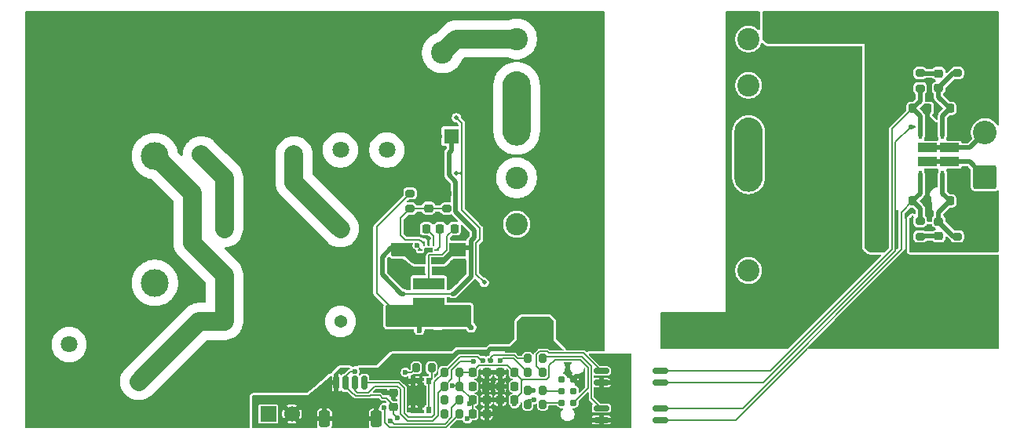
<source format=gbr>
%TF.GenerationSoftware,KiCad,Pcbnew,9.0.0-9.0.0-2~ubuntu24.04.1*%
%TF.CreationDate,2025-04-09T05:40:01-04:00*%
%TF.ProjectId,PSU,5053552e-6b69-4636-9164-5f7063625858,rev?*%
%TF.SameCoordinates,Original*%
%TF.FileFunction,Copper,L1,Top*%
%TF.FilePolarity,Positive*%
%FSLAX46Y46*%
G04 Gerber Fmt 4.6, Leading zero omitted, Abs format (unit mm)*
G04 Created by KiCad (PCBNEW 9.0.0-9.0.0-2~ubuntu24.04.1) date 2025-04-09 05:40:01*
%MOMM*%
%LPD*%
G01*
G04 APERTURE LIST*
G04 Aperture macros list*
%AMRoundRect*
0 Rectangle with rounded corners*
0 $1 Rounding radius*
0 $2 $3 $4 $5 $6 $7 $8 $9 X,Y pos of 4 corners*
0 Add a 4 corners polygon primitive as box body*
4,1,4,$2,$3,$4,$5,$6,$7,$8,$9,$2,$3,0*
0 Add four circle primitives for the rounded corners*
1,1,$1+$1,$2,$3*
1,1,$1+$1,$4,$5*
1,1,$1+$1,$6,$7*
1,1,$1+$1,$8,$9*
0 Add four rect primitives between the rounded corners*
20,1,$1+$1,$2,$3,$4,$5,0*
20,1,$1+$1,$4,$5,$6,$7,0*
20,1,$1+$1,$6,$7,$8,$9,0*
20,1,$1+$1,$8,$9,$2,$3,0*%
G04 Aperture macros list end*
%TA.AperFunction,ComponentPad*%
%ADD10C,2.400000*%
%TD*%
%TA.AperFunction,SMDPad,CuDef*%
%ADD11RoundRect,0.200000X0.275000X-0.200000X0.275000X0.200000X-0.275000X0.200000X-0.275000X-0.200000X0*%
%TD*%
%TA.AperFunction,ComponentPad*%
%ADD12C,1.800000*%
%TD*%
%TA.AperFunction,ComponentPad*%
%ADD13C,3.000000*%
%TD*%
%TA.AperFunction,SMDPad,CuDef*%
%ADD14RoundRect,0.225000X-0.225000X-0.250000X0.225000X-0.250000X0.225000X0.250000X-0.225000X0.250000X0*%
%TD*%
%TA.AperFunction,SMDPad,CuDef*%
%ADD15RoundRect,0.250000X0.475000X-0.250000X0.475000X0.250000X-0.475000X0.250000X-0.475000X-0.250000X0*%
%TD*%
%TA.AperFunction,SMDPad,CuDef*%
%ADD16RoundRect,0.225000X0.250000X-0.225000X0.250000X0.225000X-0.250000X0.225000X-0.250000X-0.225000X0*%
%TD*%
%TA.AperFunction,SMDPad,CuDef*%
%ADD17RoundRect,0.200000X0.200000X0.275000X-0.200000X0.275000X-0.200000X-0.275000X0.200000X-0.275000X0*%
%TD*%
%TA.AperFunction,ConnectorPad*%
%ADD18C,0.787400*%
%TD*%
%TA.AperFunction,SMDPad,CuDef*%
%ADD19RoundRect,0.250000X-0.650000X0.325000X-0.650000X-0.325000X0.650000X-0.325000X0.650000X0.325000X0*%
%TD*%
%TA.AperFunction,SMDPad,CuDef*%
%ADD20RoundRect,0.218750X0.218750X0.256250X-0.218750X0.256250X-0.218750X-0.256250X0.218750X-0.256250X0*%
%TD*%
%TA.AperFunction,SMDPad,CuDef*%
%ADD21RoundRect,0.225000X0.225000X0.250000X-0.225000X0.250000X-0.225000X-0.250000X0.225000X-0.250000X0*%
%TD*%
%TA.AperFunction,SMDPad,CuDef*%
%ADD22R,0.600000X0.650000*%
%TD*%
%TA.AperFunction,SMDPad,CuDef*%
%ADD23R,0.700000X0.350000*%
%TD*%
%TA.AperFunction,ComponentPad*%
%ADD24R,1.600000X1.600000*%
%TD*%
%TA.AperFunction,ComponentPad*%
%ADD25C,1.600000*%
%TD*%
%TA.AperFunction,SMDPad,CuDef*%
%ADD26RoundRect,0.218750X-0.218750X-0.256250X0.218750X-0.256250X0.218750X0.256250X-0.218750X0.256250X0*%
%TD*%
%TA.AperFunction,ComponentPad*%
%ADD27R,2.400000X2.400000*%
%TD*%
%TA.AperFunction,SMDPad,CuDef*%
%ADD28RoundRect,0.200000X-0.200000X-0.275000X0.200000X-0.275000X0.200000X0.275000X-0.200000X0.275000X0*%
%TD*%
%TA.AperFunction,SMDPad,CuDef*%
%ADD29RoundRect,0.200000X-0.275000X0.200000X-0.275000X-0.200000X0.275000X-0.200000X0.275000X0.200000X0*%
%TD*%
%TA.AperFunction,SMDPad,CuDef*%
%ADD30R,3.400000X1.300000*%
%TD*%
%TA.AperFunction,ComponentPad*%
%ADD31R,1.700000X1.700000*%
%TD*%
%TA.AperFunction,ComponentPad*%
%ADD32C,1.700000*%
%TD*%
%TA.AperFunction,ComponentPad*%
%ADD33C,2.000000*%
%TD*%
%TA.AperFunction,SMDPad,CuDef*%
%ADD34RoundRect,0.218750X0.256250X-0.218750X0.256250X0.218750X-0.256250X0.218750X-0.256250X-0.218750X0*%
%TD*%
%TA.AperFunction,SMDPad,CuDef*%
%ADD35RoundRect,0.150000X-0.662500X-0.150000X0.662500X-0.150000X0.662500X0.150000X-0.662500X0.150000X0*%
%TD*%
%TA.AperFunction,SMDPad,CuDef*%
%ADD36RoundRect,0.218750X-0.256250X0.218750X-0.256250X-0.218750X0.256250X-0.218750X0.256250X0.218750X0*%
%TD*%
%TA.AperFunction,SMDPad,CuDef*%
%ADD37RoundRect,0.150000X-0.150000X-0.625000X0.150000X-0.625000X0.150000X0.625000X-0.150000X0.625000X0*%
%TD*%
%TA.AperFunction,SMDPad,CuDef*%
%ADD38RoundRect,0.250000X-0.350000X-0.650000X0.350000X-0.650000X0.350000X0.650000X-0.350000X0.650000X0*%
%TD*%
%TA.AperFunction,ComponentPad*%
%ADD39RoundRect,0.249999X1.025001X-1.025001X1.025001X1.025001X-1.025001X1.025001X-1.025001X-1.025001X0*%
%TD*%
%TA.AperFunction,ComponentPad*%
%ADD40C,2.550000*%
%TD*%
%TA.AperFunction,ComponentPad*%
%ADD41C,1.371600*%
%TD*%
%TA.AperFunction,SMDPad,CuDef*%
%ADD42R,0.400000X0.650000*%
%TD*%
%TA.AperFunction,SMDPad,CuDef*%
%ADD43R,2.100000X1.000000*%
%TD*%
%TA.AperFunction,SMDPad,CuDef*%
%ADD44R,0.599999X0.249999*%
%TD*%
%TA.AperFunction,SMDPad,CuDef*%
%ADD45R,0.249999X0.599999*%
%TD*%
%TA.AperFunction,SMDPad,CuDef*%
%ADD46R,0.249999X1.825000*%
%TD*%
%TA.AperFunction,ViaPad*%
%ADD47C,0.600000*%
%TD*%
%TA.AperFunction,ViaPad*%
%ADD48C,0.508000*%
%TD*%
%TA.AperFunction,Conductor*%
%ADD49C,0.500000*%
%TD*%
%TA.AperFunction,Conductor*%
%ADD50C,0.152400*%
%TD*%
%TA.AperFunction,Conductor*%
%ADD51C,0.200000*%
%TD*%
%TA.AperFunction,Conductor*%
%ADD52C,2.000000*%
%TD*%
G04 APERTURE END LIST*
D10*
%TO.P,T1,1*%
%TO.N,/LED_Driver_AC-DC/VHV*%
X147500000Y-87500000D03*
%TO.P,T1,2*%
%TO.N,/LED_Driver_AC-DC/PRIMARY_TIE*%
X147500000Y-92500000D03*
%TO.P,T1,3*%
X147500000Y-97500000D03*
%TO.P,T1,4*%
%TO.N,/LED_Driver_AC-DC/DRAIN*%
X147500000Y-102500000D03*
%TO.P,T1,5*%
%TO.N,Net-(C21-Pad2)*%
X147500000Y-107500000D03*
%TO.P,T1,6*%
%TO.N,GNDPWR*%
X147500000Y-112500000D03*
%TO.P,T1,7*%
%TO.N,N/C*%
X172500000Y-112500000D03*
%TO.P,T1,8*%
%TO.N,/DC-*%
X172500000Y-107500000D03*
%TO.P,T1,9*%
%TO.N,Net-(T1-Pad10)*%
X172500000Y-102500000D03*
%TO.P,T1,10*%
X172500000Y-97500000D03*
%TO.P,T1,11*%
%TO.N,Net-(C4-Pad1)*%
X172500000Y-92500000D03*
%TO.P,T1,12*%
%TO.N,N/C*%
X172500000Y-87500000D03*
%TD*%
D11*
%TO.P,R13,1*%
%TO.N,Net-(D10-K)*%
X191000000Y-92825000D03*
%TO.P,R13,2*%
%TO.N,Net-(D13-K)*%
X191000000Y-91175000D03*
%TD*%
D12*
%TO.P,RV1,1*%
%TO.N,/AC+*%
X106750000Y-124500000D03*
%TO.P,RV1,2*%
%TO.N,/AC-*%
X99250000Y-120500000D03*
%TD*%
D13*
%TO.P,J1,1,L*%
%TO.N,/AC+*%
X108500000Y-100150000D03*
%TO.P,J1,2,N*%
%TO.N,/AC-*%
X108500000Y-113850000D03*
%TO.P,J1,3,PE*%
%TO.N,GNDPWR*%
X108500000Y-107000000D03*
%TD*%
D14*
%TO.P,C22,1*%
%TO.N,+3V3*%
X142725000Y-126500000D03*
%TO.P,C22,2*%
%TO.N,GND*%
X144275000Y-126500000D03*
%TD*%
%TO.P,C30,1*%
%TO.N,/LED_Driver_AC-DC/BST*%
X139225000Y-108000000D03*
%TO.P,C30,2*%
%TO.N,/LED_Driver_AC-DC/SW*%
X140775000Y-108000000D03*
%TD*%
D15*
%TO.P,C27,1*%
%TO.N,GNDPWR*%
X141000000Y-111950000D03*
%TO.P,C27,2*%
%TO.N,/LED_Driver_AC-DC/VIN*%
X141000000Y-110050000D03*
%TD*%
D16*
%TO.P,C31,1*%
%TO.N,/LED_Driver_AC-DC/3V3_FB*%
X138000000Y-105775000D03*
%TO.P,C31,2*%
%TO.N,GNDPWR*%
X138000000Y-104225000D03*
%TD*%
D15*
%TO.P,C28,1*%
%TO.N,GNDPWR*%
X135000000Y-111950000D03*
%TO.P,C28,2*%
%TO.N,/LED_Driver_AC-DC/VIN*%
X135000000Y-110050000D03*
%TD*%
D17*
%TO.P,R30,1*%
%TO.N,/Microcontroller/SWCLK_in*%
X150325000Y-125446104D03*
%TO.P,R30,2*%
%TO.N,/Microcontroller/SWCLK*%
X148675000Y-125446104D03*
%TD*%
D18*
%TO.P,J3,1,VCC*%
%TO.N,+3V3*%
X153635000Y-126770000D03*
%TO.P,J3,2,SWDIO*%
%TO.N,/Microcontroller/SWDIO_in*%
X152365000Y-126770000D03*
%TO.P,J3,3,~{RESET}*%
%TO.N,unconnected-(J3-~{RESET}-Pad3)*%
X153635000Y-125500000D03*
%TO.P,J3,4,SWCLK*%
%TO.N,/Microcontroller/SWCLK_in*%
X152365000Y-125500000D03*
%TO.P,J3,5,GND*%
%TO.N,GND*%
X153635000Y-124230000D03*
%TO.P,J3,6,SWO*%
%TO.N,unconnected-(J3-SWO-Pad6)*%
X152365000Y-124230000D03*
%TD*%
D19*
%TO.P,C32,1*%
%TO.N,+3V3*%
X141500000Y-117025000D03*
%TO.P,C32,2*%
%TO.N,GNDPWR*%
X141500000Y-119975000D03*
%TD*%
D20*
%TO.P,D7,1,K*%
%TO.N,/DC+*%
X195787500Y-105000000D03*
%TO.P,D7,2,A*%
%TO.N,Net-(D12-A)*%
X194212500Y-105000000D03*
%TD*%
D21*
%TO.P,C5,1*%
%TO.N,+1V1*%
X147275000Y-125000000D03*
%TO.P,C5,2*%
%TO.N,GND*%
X145725000Y-125000000D03*
%TD*%
D22*
%TO.P,S1,1*%
%TO.N,Net-(R33-Pad1)*%
X138050000Y-124425000D03*
%TO.P,S1,2*%
X138050000Y-127575000D03*
%TO.P,S1,3*%
%TO.N,GND*%
X136350000Y-124425000D03*
%TO.P,S1,4*%
X136350000Y-127575000D03*
D23*
%TO.P,S1,5*%
X137200000Y-124275000D03*
%TO.P,S1,6*%
X137200000Y-127725000D03*
%TD*%
D10*
%TO.P,C2,1*%
%TO.N,/LED_Driver_AC-DC/VHV*%
X139500000Y-89000000D03*
%TO.P,C2,2*%
%TO.N,GNDPWR*%
X124500000Y-89000000D03*
%TD*%
D14*
%TO.P,C24,1*%
%TO.N,+3V3*%
X142725000Y-123500000D03*
%TO.P,C24,2*%
%TO.N,GND*%
X144275000Y-123500000D03*
%TD*%
D24*
%TO.P,C3,1*%
%TO.N,/LED_Driver_AC-DC/VIN*%
X140455113Y-98000000D03*
D25*
%TO.P,C3,2*%
%TO.N,GNDPWR*%
X138455113Y-98000000D03*
%TD*%
D26*
%TO.P,D6,1,K*%
%TO.N,Net-(D6-K)*%
X190212500Y-105000000D03*
%TO.P,D6,2,A*%
%TO.N,/DC-*%
X191787500Y-105000000D03*
%TD*%
D14*
%TO.P,C15,1*%
%TO.N,+3V3*%
X142725000Y-128000000D03*
%TO.P,C15,2*%
%TO.N,GND*%
X144275000Y-128000000D03*
%TD*%
D27*
%TO.P,C11,1*%
%TO.N,/DC+*%
X186323959Y-109000000D03*
D10*
%TO.P,C11,2*%
%TO.N,/DC-*%
X181323959Y-109000000D03*
%TD*%
D28*
%TO.P,R15,1*%
%TO.N,/DIR_A*%
X148675000Y-122000000D03*
%TO.P,R15,2*%
%TO.N,Net-(R15-Pad2)*%
X150325000Y-122000000D03*
%TD*%
D17*
%TO.P,R39,1*%
%TO.N,+3V3*%
X141325000Y-125000000D03*
%TO.P,R39,2*%
%TO.N,/Microcontroller/SDA*%
X139675000Y-125000000D03*
%TD*%
D27*
%TO.P,C10,1*%
%TO.N,/DC+*%
X186323959Y-91000000D03*
D10*
%TO.P,C10,2*%
%TO.N,/DC-*%
X181323959Y-91000000D03*
%TD*%
D16*
%TO.P,C25,1*%
%TO.N,+3V3*%
X134200000Y-127275000D03*
%TO.P,C25,2*%
%TO.N,GND*%
X134200000Y-125725000D03*
%TD*%
D20*
%TO.P,D11,1,K*%
%TO.N,/DC+*%
X195787500Y-95000000D03*
%TO.P,D11,2,A*%
%TO.N,Net-(D11-A)*%
X194212500Y-95000000D03*
%TD*%
D29*
%TO.P,R9,1*%
%TO.N,Net-(D6-K)*%
X191000000Y-107175000D03*
%TO.P,R9,2*%
%TO.N,Net-(D12-K)*%
X191000000Y-108825000D03*
%TD*%
D17*
%TO.P,R33,1*%
%TO.N,Net-(R33-Pad1)*%
X138325000Y-123000000D03*
%TO.P,R33,2*%
%TO.N,/Microcontroller/QSPI_~{CS}*%
X136675000Y-123000000D03*
%TD*%
D30*
%TO.P,L2,1,1*%
%TO.N,/LED_Driver_AC-DC/SW*%
X138000000Y-113950000D03*
%TO.P,L2,2,2*%
%TO.N,+3V3*%
X138000000Y-116050000D03*
%TD*%
D21*
%TO.P,C29,1*%
%TO.N,/LED_Driver_AC-DC/VCC*%
X137775000Y-108000000D03*
%TO.P,C29,2*%
%TO.N,GNDPWR*%
X136225000Y-108000000D03*
%TD*%
D17*
%TO.P,R40,1*%
%TO.N,+3V3*%
X141325000Y-123500000D03*
%TO.P,R40,2*%
%TO.N,/Microcontroller/SCL*%
X139675000Y-123500000D03*
%TD*%
D31*
%TO.P,J4,1,Pin_1*%
%TO.N,/Microcontroller/TEMP_SENSE*%
X120725000Y-128000000D03*
D32*
%TO.P,J4,2,Pin_2*%
%TO.N,GND*%
X123265000Y-128000000D03*
%TD*%
D19*
%TO.P,C33,1*%
%TO.N,+3V3*%
X134500000Y-117025000D03*
%TO.P,C33,2*%
%TO.N,GNDPWR*%
X134500000Y-119975000D03*
%TD*%
D17*
%TO.P,R31,1*%
%TO.N,/Microcontroller/SWDIO_in*%
X150325000Y-126946104D03*
%TO.P,R31,2*%
%TO.N,/Microcontroller/SWDIO*%
X148675000Y-126946104D03*
%TD*%
D33*
%TO.P,C1,1*%
%TO.N,/LED_Driver_AC-DC/AC_EMI+*%
X113500000Y-100000000D03*
%TO.P,C1,2*%
%TO.N,/LED_Driver_AC-DC/AC_EMI-*%
X123500000Y-100000000D03*
%TD*%
D28*
%TO.P,R35,1*%
%TO.N,/Microcontroller/USB_DM*%
X139675000Y-128000000D03*
%TO.P,R35,2*%
%TO.N,/Microcontroller/USB_DM_in*%
X141325000Y-128000000D03*
%TD*%
D21*
%TO.P,C17,1*%
%TO.N,+3V3*%
X147275000Y-123500000D03*
%TO.P,C17,2*%
%TO.N,GND*%
X145725000Y-123500000D03*
%TD*%
D34*
%TO.P,D12,1,K*%
%TO.N,Net-(D12-K)*%
X193000000Y-108787500D03*
%TO.P,D12,2,A*%
%TO.N,Net-(D12-A)*%
X193000000Y-107212500D03*
%TD*%
D35*
%TO.P,U6,1*%
%TO.N,Net-(R16-Pad1)*%
X156625000Y-123365000D03*
%TO.P,U6,2*%
%TO.N,GND*%
X156625000Y-124635000D03*
%TO.P,U6,3*%
%TO.N,/DC-*%
X163000000Y-124635000D03*
%TO.P,U6,4*%
%TO.N,Net-(D10-K)*%
X163000000Y-123365000D03*
%TD*%
D29*
%TO.P,R14,1*%
%TO.N,Net-(D11-A)*%
X195000000Y-91175000D03*
%TO.P,R14,2*%
%TO.N,/DC+*%
X195000000Y-92825000D03*
%TD*%
D21*
%TO.P,C16,1*%
%TO.N,+3V3*%
X147275000Y-126500000D03*
%TO.P,C16,2*%
%TO.N,GND*%
X145725000Y-126500000D03*
%TD*%
D11*
%TO.P,R11,1*%
%TO.N,Net-(D12-A)*%
X195000000Y-108825000D03*
%TO.P,R11,2*%
%TO.N,/DC+*%
X195000000Y-107175000D03*
%TD*%
D15*
%TO.P,C34,1*%
%TO.N,GNDPWR*%
X137000000Y-119950000D03*
%TO.P,C34,2*%
%TO.N,+3V3*%
X137000000Y-118050000D03*
%TD*%
D36*
%TO.P,D13,1,K*%
%TO.N,Net-(D13-K)*%
X193000000Y-91212500D03*
%TO.P,D13,2,A*%
%TO.N,Net-(D11-A)*%
X193000000Y-92787500D03*
%TD*%
D26*
%TO.P,D10,1,K*%
%TO.N,Net-(D10-K)*%
X190212500Y-95000000D03*
%TO.P,D10,2,A*%
%TO.N,/DC-*%
X191787500Y-95000000D03*
%TD*%
D37*
%TO.P,J5,1,Pin_1*%
%TO.N,GND*%
X128070000Y-124630000D03*
%TO.P,J5,2,Pin_2*%
%TO.N,+3V3*%
X129070000Y-124630000D03*
%TO.P,J5,3,Pin_3*%
%TO.N,/Microcontroller/SDA*%
X130070000Y-124630000D03*
%TO.P,J5,4,Pin_4*%
%TO.N,/Microcontroller/SCL*%
X131070000Y-124630000D03*
D38*
%TO.P,J5,MP,MountPin*%
%TO.N,GND*%
X126770000Y-128505000D03*
X132370000Y-128505000D03*
%TD*%
D35*
%TO.P,U5,1*%
%TO.N,Net-(R15-Pad2)*%
X156625000Y-127365000D03*
%TO.P,U5,2*%
%TO.N,GND*%
X156625000Y-128635000D03*
%TO.P,U5,3*%
%TO.N,/DC-*%
X163000000Y-128635000D03*
%TO.P,U5,4*%
%TO.N,Net-(D6-K)*%
X163000000Y-127365000D03*
%TD*%
D29*
%TO.P,R19,1*%
%TO.N,+3V3*%
X136000000Y-104175000D03*
%TO.P,R19,2*%
%TO.N,/LED_Driver_AC-DC/3V3_FB*%
X136000000Y-105825000D03*
%TD*%
D17*
%TO.P,R34,1*%
%TO.N,/Microcontroller/USB_DP_in*%
X141325000Y-126500000D03*
%TO.P,R34,2*%
%TO.N,/Microcontroller/USB_DP*%
X139675000Y-126500000D03*
%TD*%
D39*
%TO.P,J6,1,Pin_1*%
%TO.N,/LED_A*%
X198000000Y-102400000D03*
D40*
%TO.P,J6,2,Pin_2*%
%TO.N,/LED_B*%
X198000000Y-97600000D03*
%TD*%
D12*
%TO.P,L1,1*%
%TO.N,/LED_Driver_AC-DC/AC_Filter+*%
X133500000Y-99500000D03*
%TO.P,L1,2*%
%TO.N,/LED_Driver_AC-DC/AC_EMI+*%
X128500000Y-99500000D03*
%TD*%
D11*
%TO.P,R20,1*%
%TO.N,/LED_Driver_AC-DC/3V3_FB*%
X140000000Y-105825000D03*
%TO.P,R20,2*%
%TO.N,GNDPWR*%
X140000000Y-104175000D03*
%TD*%
D41*
%TO.P,FL1,1,1*%
%TO.N,/AC-*%
X128500000Y-118000000D03*
%TO.P,FL1,2,2*%
%TO.N,/AC+*%
X116000000Y-118000000D03*
%TO.P,FL1,3,3*%
%TO.N,/LED_Driver_AC-DC/AC_EMI+*%
X116000000Y-108000000D03*
%TO.P,FL1,4,4*%
%TO.N,/LED_Driver_AC-DC/AC_EMI-*%
X128500000Y-108000000D03*
%TD*%
D42*
%TO.P,U4,1,G1*%
%TO.N,Net-(D6-K)*%
X191000000Y-102075000D03*
%TO.P,U4,2,S1*%
%TO.N,/DC-*%
X191800000Y-102075000D03*
%TO.P,U4,3,S1*%
X192600000Y-102075000D03*
%TO.P,U4,4,G2*%
%TO.N,Net-(D12-A)*%
X193400000Y-102075000D03*
%TO.P,U4,5,S2*%
%TO.N,/DC+*%
X194200000Y-102075000D03*
%TO.P,U4,6,S2*%
X195000000Y-102075000D03*
%TO.P,U4,7,S3*%
X195000000Y-97925000D03*
%TO.P,U4,8,S3*%
X194200000Y-97925000D03*
%TO.P,U4,9,G3*%
%TO.N,Net-(D11-A)*%
X193400000Y-97925000D03*
%TO.P,U4,10,S4*%
%TO.N,/DC-*%
X192600000Y-97925000D03*
%TO.P,U4,11,S4*%
X191800000Y-97925000D03*
%TO.P,U4,12,G4*%
%TO.N,Net-(D10-K)*%
X191000000Y-97925000D03*
D43*
%TO.P,U4,13,D1/2*%
%TO.N,/LED_A*%
X191825000Y-100750000D03*
%TO.P,U4,14,D1/2*%
X194175000Y-100750000D03*
%TO.P,U4,15,D3/4*%
%TO.N,/LED_B*%
X194175000Y-99250000D03*
%TO.P,U4,16,D3/4*%
X191825000Y-99250000D03*
%TD*%
D17*
%TO.P,R16,1*%
%TO.N,Net-(R16-Pad1)*%
X150325000Y-123500000D03*
%TO.P,R16,2*%
%TO.N,/DIR_B*%
X148675000Y-123500000D03*
%TD*%
D44*
%TO.P,U3,1,PGND*%
%TO.N,GNDPWR*%
X138900001Y-112124999D03*
%TO.P,U3,2,VIN*%
%TO.N,/LED_Driver_AC-DC/VIN*%
X138900001Y-111475000D03*
%TO.P,U3,3,NC*%
%TO.N,/LED_Driver_AC-DC/SW*%
X138900001Y-110824999D03*
%TO.P,U3,4,BST*%
%TO.N,/LED_Driver_AC-DC/BST*%
X138900001Y-110325000D03*
D45*
%TO.P,U3,5,VCC*%
%TO.N,/LED_Driver_AC-DC/VCC*%
X138499999Y-109600000D03*
%TO.P,U3,6,AGND*%
%TO.N,GNDPWR*%
X138000000Y-109600000D03*
%TO.P,U3,7,FB*%
%TO.N,/LED_Driver_AC-DC/3V3_FB*%
X137500001Y-109600000D03*
D44*
%TO.P,U3,8,PG*%
%TO.N,/LED_Driver_AC-DC/CTRL2*%
X137099999Y-110325000D03*
%TO.P,U3,9,EN*%
%TO.N,/LED_Driver_AC-DC/VIN*%
X137099999Y-110824999D03*
%TO.P,U3,10,VIN*%
X137099999Y-111475000D03*
%TO.P,U3,11,PGND*%
%TO.N,GNDPWR*%
X137099999Y-112124999D03*
D46*
%TO.P,U3,12,SW*%
%TO.N,/LED_Driver_AC-DC/SW*%
X138000000Y-111787999D03*
%TD*%
D36*
%TO.P,D2,1,K*%
%TO.N,+3V3*%
X139000000Y-118212500D03*
%TO.P,D2,2,A*%
%TO.N,GNDPWR*%
X139000000Y-119787500D03*
%TD*%
D14*
%TO.P,C12,1*%
%TO.N,+1V1*%
X142725000Y-125000000D03*
%TO.P,C12,2*%
%TO.N,GND*%
X144275000Y-125000000D03*
%TD*%
D33*
%TO.P,C20,1*%
%TO.N,GNDPWR*%
X155000000Y-119000000D03*
%TO.P,C20,2*%
%TO.N,/DC-*%
X165000000Y-119000000D03*
%TD*%
D47*
%TO.N,GND*%
X146000000Y-123500000D03*
X154605700Y-124598838D03*
X137000000Y-125500000D03*
X145000000Y-124500000D03*
X150500000Y-120000000D03*
X130000000Y-127000000D03*
X144000000Y-124500000D03*
X132000000Y-124000000D03*
X136000000Y-125500000D03*
X144000000Y-123500000D03*
X146000000Y-125500000D03*
X133000000Y-123000000D03*
X137000000Y-124500000D03*
X150000000Y-129000000D03*
X149500000Y-119000000D03*
X133000000Y-124000000D03*
X148500000Y-121000000D03*
X145000000Y-125500000D03*
X134000000Y-124000000D03*
X153000000Y-123498836D03*
X145000000Y-129000000D03*
X146000000Y-124500000D03*
X149000000Y-129000000D03*
X144000000Y-125500000D03*
X145000000Y-123500000D03*
X147000000Y-129000000D03*
X139400000Y-122400000D03*
X150500000Y-118000000D03*
X129000000Y-127000000D03*
X126000000Y-126000000D03*
X130000000Y-128000000D03*
X127000000Y-125000000D03*
X146000000Y-129000000D03*
X136000000Y-124500000D03*
X148000000Y-129000000D03*
X151000000Y-129000000D03*
X133300000Y-125700000D03*
D48*
%TO.N,/LED_Driver_AC-DC/VIN*%
X142964760Y-108909939D03*
%TO.N,/LED_Driver_AC-DC/VINSENSE*%
X141000000Y-102000000D03*
X141000000Y-96000000D03*
X144000000Y-113804950D03*
D47*
%TO.N,/LED_Driver_AC-DC/CTRL2*%
X136725000Y-109802936D03*
%TO.N,+3V3*%
X130060424Y-123402600D03*
X147275000Y-123500000D03*
X142595529Y-118652025D03*
X134626572Y-128446410D03*
X142725000Y-123500000D03*
X147275000Y-126900000D03*
X137000000Y-118997600D03*
X142400000Y-126900000D03*
X142177029Y-128540238D03*
X140575000Y-124913547D03*
D48*
%TO.N,/DC+*%
X195000000Y-97000000D03*
X195000000Y-105787500D03*
X195000000Y-104000000D03*
X195000000Y-96000000D03*
X195000000Y-94212500D03*
%TO.N,/DC-*%
X190104054Y-106104054D03*
X190000000Y-97000000D03*
X192000000Y-107000000D03*
X191800000Y-97000000D03*
X191800000Y-103000000D03*
X191800000Y-104000000D03*
X191800000Y-96000000D03*
%TO.N,Net-(D6-K)*%
X191000000Y-105787500D03*
%TO.N,Net-(D10-K)*%
X191000000Y-94212500D03*
D47*
%TO.N,/DIR_A*%
X144705757Y-122219200D03*
%TO.N,/DIR_B*%
X145726047Y-122219200D03*
D48*
%TO.N,GNDPWR*%
X145500000Y-106500000D03*
D47*
X120000000Y-110000000D03*
D48*
X137000000Y-107000000D03*
X152300000Y-112500000D03*
X152300000Y-114600000D03*
X144500000Y-105500000D03*
X153700000Y-112500000D03*
X145000000Y-101000000D03*
X138000000Y-109000000D03*
X151600000Y-114600000D03*
X143000000Y-99950000D03*
X144000000Y-101000000D03*
X143300000Y-114500000D03*
X141000000Y-113765300D03*
X153700000Y-114600000D03*
X153000000Y-114600000D03*
D47*
X105000000Y-105000000D03*
D48*
X154400000Y-113200000D03*
D47*
X153500000Y-119000000D03*
D48*
X151600000Y-113200000D03*
X140800000Y-109000000D03*
X144500000Y-102500000D03*
X145000000Y-105000000D03*
X133800000Y-112700000D03*
X142500000Y-100500000D03*
D47*
X115000000Y-85000000D03*
D48*
X154400000Y-112500000D03*
X146000000Y-106000000D03*
X138000000Y-107000000D03*
X145000000Y-103000000D03*
X151600000Y-112500000D03*
X140300000Y-113765300D03*
X154400000Y-113900000D03*
X136000000Y-107000000D03*
X154400000Y-114600000D03*
D47*
X100000000Y-110000000D03*
X95000000Y-95000000D03*
D48*
X144500000Y-101481651D03*
X143000000Y-101000000D03*
D47*
X125000000Y-85000000D03*
D48*
X145000000Y-102000000D03*
D47*
X105000000Y-85000000D03*
D48*
X145500000Y-105500000D03*
D47*
X152500000Y-118000000D03*
X95000000Y-125000000D03*
X120000000Y-90000000D03*
X105000000Y-95000000D03*
X100000000Y-90000000D03*
X95000000Y-115000000D03*
X120000000Y-100000000D03*
D48*
X143300000Y-115200000D03*
X143500000Y-100500000D03*
X145000000Y-100000000D03*
D47*
X152500000Y-120000000D03*
D48*
X151600000Y-113900000D03*
X144500000Y-104500000D03*
X153000000Y-112500000D03*
X144500000Y-99500000D03*
X133800000Y-112000000D03*
D47*
X95000000Y-105000000D03*
D48*
X144000000Y-100000000D03*
D47*
X115000000Y-95000000D03*
D48*
X133800000Y-111300000D03*
D47*
X100000000Y-100000000D03*
D48*
X144500000Y-100500000D03*
X144500000Y-103500000D03*
D47*
X110000000Y-90000000D03*
D48*
X143300000Y-115900000D03*
D47*
X95000000Y-85000000D03*
D48*
X145000000Y-106000000D03*
D47*
X120000000Y-120000000D03*
X110000000Y-110000000D03*
D48*
X145000000Y-104000000D03*
D47*
%TO.N,+1V1*%
X147275000Y-125000000D03*
X142725000Y-125000000D03*
%TO.N,/Microcontroller/QSPI_~{CS}*%
X135500000Y-123500000D03*
%TO.N,/Microcontroller/SCL*%
X143893388Y-122219200D03*
%TO.N,/Microcontroller/SDA*%
X142851858Y-122308200D03*
%TO.N,/Microcontroller/USB_DP*%
X139911800Y-126500000D03*
%TO.N,/Microcontroller/USB_DM*%
X139911800Y-128000000D03*
%TO.N,/Microcontroller/SWDIO*%
X149367694Y-126440091D03*
%TO.N,/Microcontroller/SWCLK*%
X149325096Y-125472184D03*
%TO.N,/Microcontroller/USB_DP_in*%
X133876200Y-128723800D03*
%TO.N,/Microcontroller/USB_DM_in*%
X133225000Y-127294589D03*
%TD*%
D49*
%TO.N,GND*%
X144355968Y-121300000D02*
X144655968Y-121000000D01*
X141124238Y-121300000D02*
X144355968Y-121300000D01*
D50*
X133325000Y-125725000D02*
X134200000Y-125725000D01*
D49*
X140024238Y-122400000D02*
X141124238Y-121300000D01*
X139400000Y-122400000D02*
X140024238Y-122400000D01*
X144655968Y-121000000D02*
X148500000Y-121000000D01*
D50*
X133300000Y-125700000D02*
X133325000Y-125725000D01*
D49*
%TO.N,/LED_Driver_AC-DC/VIN*%
X142558063Y-113141937D02*
X142558063Y-110050000D01*
X140550189Y-115000000D02*
X140700000Y-115000000D01*
X142558063Y-109316636D02*
X142964760Y-108909939D01*
X140200000Y-102197021D02*
X140200000Y-99800000D01*
X135095649Y-115000000D02*
X135300000Y-115000000D01*
X133985376Y-110050000D02*
X133000000Y-111035376D01*
X140455113Y-99544887D02*
X140455113Y-98000000D01*
X135000000Y-110050000D02*
X133985376Y-110050000D01*
D51*
X135300000Y-115000000D02*
X140550189Y-115000000D01*
D49*
X133000000Y-111035376D02*
X133000000Y-112904351D01*
X133000000Y-112904351D02*
X135095649Y-115000000D01*
X140926000Y-106131133D02*
X140926000Y-102923021D01*
X142964760Y-108169893D02*
X140926000Y-106131133D01*
X142558063Y-110050000D02*
X141000000Y-110050000D01*
X142558063Y-110050000D02*
X142558063Y-109316636D01*
X142964760Y-108909939D02*
X142964760Y-108169893D01*
X140700000Y-115000000D02*
X142558063Y-113141937D01*
X140200000Y-99800000D02*
X140455113Y-99544887D01*
X140926000Y-102923021D02*
X140200000Y-102197021D01*
D51*
%TO.N,/LED_Driver_AC-DC/VINSENSE*%
X141556113Y-102200000D02*
X141556113Y-102156113D01*
X141556113Y-102156113D02*
X141400000Y-102000000D01*
X143519760Y-108680050D02*
X143515760Y-108676050D01*
X141000000Y-102000000D02*
X141400000Y-102000000D01*
X141556113Y-101843887D02*
X141400000Y-102000000D01*
X143519760Y-109139828D02*
X143519760Y-108680050D01*
X143192992Y-107618893D02*
X143000000Y-107425901D01*
X143109063Y-112914013D02*
X143109063Y-112763894D01*
X143109063Y-109544868D02*
X143188992Y-109464939D01*
X141556113Y-102000000D02*
X141556113Y-102200000D01*
X141400000Y-102000000D02*
X141556113Y-102000000D01*
X143188992Y-109464939D02*
X143194649Y-109464939D01*
X141556113Y-96556113D02*
X141556113Y-101800000D01*
X141556113Y-105956113D02*
X141556113Y-102200000D01*
X143000000Y-107425901D02*
X143000000Y-107400000D01*
X143000000Y-107400000D02*
X141556113Y-105956113D01*
X143194649Y-109464939D02*
X143519760Y-109139828D01*
X143109063Y-109821768D02*
X143109063Y-109544868D01*
X143109063Y-112763894D02*
X143109063Y-110278232D01*
X143109063Y-110278232D02*
X143109063Y-109821768D01*
X141000000Y-96000000D02*
X141556113Y-96556113D01*
X141556113Y-101800000D02*
X141556113Y-102000000D01*
X143515760Y-108676050D02*
X143515760Y-108398125D01*
X141556113Y-101800000D02*
X141556113Y-101843887D01*
X144000000Y-113804950D02*
X143109063Y-112914013D01*
X143515760Y-108398125D02*
X143515760Y-107941661D01*
X143515760Y-107941661D02*
X143192992Y-107618893D01*
%TO.N,/LED_Driver_AC-DC/CTRL2*%
X137099999Y-110177935D02*
X136725000Y-109802936D01*
X137099999Y-110325000D02*
X137099999Y-110177935D01*
D52*
%TO.N,/LED_Driver_AC-DC/AC_EMI+*%
X116000000Y-108000000D02*
X116000000Y-102500000D01*
X116000000Y-102500000D02*
X113500000Y-100000000D01*
%TO.N,/LED_Driver_AC-DC/AC_EMI-*%
X123500000Y-103000000D02*
X128500000Y-108000000D01*
X123500000Y-100000000D02*
X123500000Y-103000000D01*
%TO.N,/LED_Driver_AC-DC/VHV*%
X147500000Y-87500000D02*
X141000000Y-87500000D01*
X141000000Y-87500000D02*
X139500000Y-89000000D01*
D51*
%TO.N,/LED_Driver_AC-DC/VCC*%
X138555000Y-108770111D02*
X137784889Y-108000000D01*
X138555000Y-109544999D02*
X138555000Y-108770111D01*
X138499999Y-109600000D02*
X138555000Y-109544999D01*
X137784889Y-108000000D02*
X137775000Y-108000000D01*
%TO.N,/LED_Driver_AC-DC/BST*%
X139225000Y-110000001D02*
X139225000Y-108000000D01*
X138900001Y-110325000D02*
X139225000Y-110000001D01*
D50*
%TO.N,+3V3*%
X130056692Y-126000000D02*
X129738892Y-125682200D01*
X142700000Y-128025000D02*
X142725000Y-128000000D01*
X141325000Y-125000000D02*
X141325000Y-125100000D01*
X143477200Y-122747800D02*
X146522800Y-122747800D01*
X129738892Y-125682200D02*
X129492800Y-125436108D01*
D49*
X137000000Y-118050000D02*
X137000000Y-118997600D01*
D50*
X141238547Y-124913547D02*
X141325000Y-125000000D01*
X134200000Y-127275000D02*
X134200000Y-128019838D01*
X155181900Y-122962709D02*
X154356691Y-122137500D01*
X131353616Y-126053400D02*
X130446384Y-126053400D01*
X140575000Y-124913547D02*
X141238547Y-124913547D01*
X142177029Y-128540238D02*
X142692267Y-128025000D01*
D51*
X136000000Y-104175000D02*
X132400000Y-107775000D01*
D50*
X133439329Y-126277200D02*
X133060915Y-126277200D01*
X142725000Y-123500000D02*
X143477200Y-122747800D01*
X129597400Y-123402600D02*
X130060424Y-123402600D01*
X146522800Y-122747800D02*
X147275000Y-123500000D01*
X131646384Y-126053400D02*
X131646383Y-126053400D01*
X129070000Y-124630000D02*
X129070000Y-123930000D01*
D49*
X142595529Y-118652025D02*
X141500000Y-117556497D01*
D50*
X155181900Y-125223100D02*
X155181900Y-122962709D01*
X129070000Y-125013308D02*
X129070000Y-124630000D01*
X133060915Y-126277200D02*
X132783715Y-126000000D01*
D51*
X132400000Y-107775000D02*
X132400000Y-114925000D01*
D50*
X130153617Y-126053400D02*
X130153616Y-126053400D01*
X141325000Y-125100000D02*
X142725000Y-126500000D01*
X142692267Y-128025000D02*
X142700000Y-128025000D01*
X151002200Y-122778609D02*
X151002200Y-123978204D01*
X151643309Y-122137500D02*
X151002200Y-122778609D01*
X148052200Y-124400000D02*
X148200000Y-124252200D01*
X129070000Y-123930000D02*
X129597400Y-123402600D01*
X134200000Y-127275000D02*
X134200000Y-127037871D01*
X147325000Y-126550000D02*
X147275000Y-126500000D01*
X154356691Y-122137500D02*
X151643309Y-122137500D01*
X129492800Y-125436108D02*
X129070000Y-125013308D01*
X150728204Y-124252200D02*
X148200000Y-124252200D01*
X148200000Y-124252200D02*
X148027200Y-124252200D01*
X134200000Y-128019838D02*
X134626572Y-128446410D01*
X132783715Y-126000000D02*
X131699784Y-126000000D01*
X134200000Y-127037871D02*
X133439329Y-126277200D01*
X130100216Y-126000000D02*
X130056692Y-126000000D01*
X148045400Y-124400000D02*
X148045400Y-124270400D01*
X148027200Y-124252200D02*
X147275000Y-123500000D01*
X131699784Y-126000000D02*
X131646384Y-126053400D01*
X148045400Y-125729600D02*
X148045400Y-124400000D01*
X142725000Y-123500000D02*
X141325000Y-123500000D01*
X131646383Y-126053400D02*
X131353616Y-126053400D01*
X148045400Y-124400000D02*
X148052200Y-124400000D01*
X153635000Y-126770000D02*
X155181900Y-125223100D01*
D49*
X141500000Y-117556497D02*
X141500000Y-117025000D01*
D50*
X130153616Y-126053400D02*
X130100216Y-126000000D01*
X130446384Y-126053400D02*
X130153617Y-126053400D01*
X147275000Y-126500000D02*
X148045400Y-125729600D01*
D51*
X132400000Y-114925000D02*
X134500000Y-117025000D01*
D50*
X141325000Y-125000000D02*
X141325000Y-123500000D01*
X142725000Y-128000000D02*
X142725000Y-126500000D01*
X151002200Y-123978204D02*
X150728204Y-124252200D01*
X148045400Y-124270400D02*
X148027200Y-124252200D01*
D51*
%TO.N,/LED_Driver_AC-DC/3V3_FB*%
X136973943Y-109201936D02*
X136901936Y-109201936D01*
X135000000Y-106825000D02*
X136000000Y-105825000D01*
X137072007Y-109300000D02*
X136973943Y-109201936D01*
X136900000Y-109200000D02*
X135500000Y-109200000D01*
X135500000Y-109200000D02*
X135000000Y-108700000D01*
X135000000Y-108700000D02*
X135000000Y-106825000D01*
X136901936Y-109201936D02*
X136900000Y-109200000D01*
X137200001Y-109300000D02*
X137072007Y-109300000D01*
X136000000Y-105825000D02*
X140000000Y-105825000D01*
X137500001Y-109600000D02*
X137200001Y-109300000D01*
D49*
%TO.N,/DC+*%
X194200000Y-102075000D02*
X194200000Y-103412500D01*
X194200000Y-97925000D02*
X194200000Y-96587500D01*
X195000000Y-102075000D02*
X195000000Y-104000000D01*
X194200000Y-103412500D02*
X195000000Y-104212500D01*
X195000000Y-97000000D02*
X195000000Y-96000000D01*
X195000000Y-97925000D02*
X195000000Y-97000000D01*
X195000000Y-96000000D02*
X195000000Y-95787500D01*
X195000000Y-107175000D02*
X195000000Y-105787500D01*
X195000000Y-104000000D02*
X195000000Y-104212500D01*
X195000000Y-105787500D02*
X195787500Y-105000000D01*
X195000000Y-104212500D02*
X195787500Y-105000000D01*
X194200000Y-96587500D02*
X195000000Y-95787500D01*
X195000000Y-94212500D02*
X195787500Y-95000000D01*
X195000000Y-92825000D02*
X195000000Y-94212500D01*
X195000000Y-95787500D02*
X195787500Y-95000000D01*
%TO.N,/DC-*%
X191800000Y-95012500D02*
X191787500Y-95000000D01*
D51*
X171095110Y-128635000D02*
X189500000Y-110230110D01*
D49*
X191800000Y-97000000D02*
X191800000Y-96000000D01*
D51*
X189500000Y-110230110D02*
X189500000Y-106708108D01*
D49*
X192600000Y-102075000D02*
X192600000Y-103200000D01*
D51*
X163000000Y-128635000D02*
X171095110Y-128635000D01*
X190000000Y-97000000D02*
X188353400Y-98646600D01*
D49*
X191900000Y-103900000D02*
X191800000Y-104000000D01*
D51*
X189500000Y-106708108D02*
X190104054Y-106104054D01*
X188353400Y-110377142D02*
X174095542Y-124635000D01*
D49*
X192600000Y-103200000D02*
X191900000Y-103900000D01*
X191800000Y-104987500D02*
X191787500Y-105000000D01*
X191800000Y-102075000D02*
X191800000Y-103000000D01*
X191800000Y-104000000D02*
X191800000Y-104987500D01*
X191800000Y-103000000D02*
X191800000Y-104000000D01*
X191800000Y-96000000D02*
X191800000Y-95012500D01*
X192000000Y-105212500D02*
X191787500Y-105000000D01*
X191800000Y-97925000D02*
X191800000Y-97000000D01*
D51*
X188353400Y-98646600D02*
X188353400Y-110377142D01*
X174095542Y-124635000D02*
X163000000Y-124635000D01*
D49*
X192600000Y-97925000D02*
X192600000Y-96800000D01*
X192600000Y-96800000D02*
X191800000Y-96000000D01*
X192000000Y-107000000D02*
X192000000Y-105212500D01*
D52*
%TO.N,/AC+*%
X116000000Y-113000000D02*
X116000000Y-118000000D01*
X113250000Y-118000000D02*
X106750000Y-124500000D01*
X112500000Y-104150000D02*
X112500000Y-109500000D01*
X112500000Y-109500000D02*
X116000000Y-113000000D01*
X116000000Y-118000000D02*
X113250000Y-118000000D01*
X108500000Y-100150000D02*
X112500000Y-104150000D01*
D49*
%TO.N,/LED_A*%
X198000000Y-102400000D02*
X196350000Y-100750000D01*
X191825000Y-100750000D02*
X194175000Y-100750000D01*
X196350000Y-100750000D02*
X194175000Y-100750000D01*
%TO.N,/LED_B*%
X196350000Y-99250000D02*
X194175000Y-99250000D01*
X198000000Y-97600000D02*
X196350000Y-99250000D01*
X191825000Y-99250000D02*
X194175000Y-99250000D01*
%TO.N,Net-(D6-K)*%
X191000000Y-107175000D02*
X191000000Y-105787500D01*
X191000000Y-102075000D02*
X191000000Y-104212500D01*
D51*
X163000000Y-127365000D02*
X171865326Y-127365000D01*
D49*
X191000000Y-104212500D02*
X190212500Y-105000000D01*
D51*
X189000000Y-110230326D02*
X189000000Y-106212500D01*
X189000000Y-106212500D02*
X190212500Y-105000000D01*
D49*
X191000000Y-105787500D02*
X190212500Y-105000000D01*
D51*
X171865326Y-127365000D02*
X189000000Y-110230326D01*
D49*
%TO.N,Net-(D11-A)*%
X193000000Y-93787500D02*
X194212500Y-95000000D01*
X193000000Y-92787500D02*
X193000000Y-93787500D01*
X193400000Y-95812500D02*
X193400000Y-97925000D01*
X194612500Y-91175000D02*
X193000000Y-92787500D01*
X195000000Y-91175000D02*
X194612500Y-91175000D01*
X194212500Y-95000000D02*
X193400000Y-95812500D01*
%TO.N,Net-(D12-A)*%
X195000000Y-108825000D02*
X194612500Y-108825000D01*
X194612500Y-108825000D02*
X193000000Y-107212500D01*
X193000000Y-107212500D02*
X193000000Y-106212500D01*
X193000000Y-106212500D02*
X194212500Y-105000000D01*
X193400000Y-102075000D02*
X193400000Y-104187500D01*
X193400000Y-104187500D02*
X194212500Y-105000000D01*
%TO.N,Net-(D10-K)*%
X191000000Y-95787500D02*
X190212500Y-95000000D01*
D51*
X188000000Y-110230759D02*
X188000000Y-97212500D01*
D49*
X191000000Y-94212500D02*
X190212500Y-95000000D01*
D51*
X174865759Y-123365000D02*
X188000000Y-110230759D01*
X163000000Y-123365000D02*
X174865759Y-123365000D01*
D49*
X191000000Y-97925000D02*
X191000000Y-95787500D01*
X191000000Y-92825000D02*
X191000000Y-94212500D01*
D51*
X188000000Y-97212500D02*
X190212500Y-95000000D01*
D49*
%TO.N,Net-(D12-K)*%
X191037500Y-108787500D02*
X191000000Y-108825000D01*
X193000000Y-108787500D02*
X191037500Y-108787500D01*
%TO.N,Net-(D13-K)*%
X191037500Y-91212500D02*
X191000000Y-91175000D01*
X193000000Y-91212500D02*
X191037500Y-91212500D01*
D50*
%TO.N,Net-(R15-Pad2)*%
X155535300Y-126275300D02*
X156625000Y-127365000D01*
X150540900Y-121784100D02*
X154503075Y-121784100D01*
X154503075Y-121784100D02*
X155535300Y-122816325D01*
X155535300Y-122816325D02*
X155535300Y-126275300D01*
X150325000Y-122000000D02*
X150540900Y-121784100D01*
%TO.N,/DIR_A*%
X147607466Y-122000000D02*
X148675000Y-122000000D01*
X144417824Y-121983718D02*
X144434106Y-122000000D01*
X144705757Y-122219200D02*
X144484046Y-122219200D01*
X147249467Y-121642000D02*
X147301667Y-121694200D01*
X144966046Y-121642000D02*
X147249467Y-121642000D01*
X144705757Y-121902289D02*
X144966046Y-121642000D01*
X144484046Y-122219200D02*
X144417824Y-122152978D01*
X144705757Y-122219200D02*
X144705757Y-121902289D01*
X144417824Y-122152978D02*
X144417824Y-121983718D01*
X147301667Y-121694200D02*
X147301666Y-121694200D01*
X147301666Y-121694200D02*
X147480800Y-121873333D01*
X147480800Y-121873333D02*
X147607466Y-122000000D01*
%TO.N,Net-(R16-Pad1)*%
X149647800Y-122822800D02*
X149647800Y-121521796D01*
X150817100Y-121247800D02*
X151000000Y-121430700D01*
X149921796Y-121247800D02*
X150817100Y-121247800D01*
X151000000Y-121430700D02*
X154690700Y-121430700D01*
X150325000Y-123500000D02*
X149647800Y-122822800D01*
X154690700Y-121430700D02*
X156625000Y-123365000D01*
X149647800Y-121521796D02*
X149921796Y-121247800D01*
%TO.N,/DIR_B*%
X147175000Y-122000000D02*
X148675000Y-123500000D01*
X145726047Y-122219200D02*
X145945247Y-122000000D01*
X145945247Y-122000000D02*
X147175000Y-122000000D01*
D51*
%TO.N,/LED_Driver_AC-DC/SW*%
X138000000Y-113950000D02*
X138000000Y-111787999D01*
X138900001Y-110824999D02*
X139427000Y-110824999D01*
X139427000Y-110824999D02*
X139974000Y-110277999D01*
X138000000Y-110824999D02*
X138000000Y-111787999D01*
X139974000Y-108801000D02*
X140775000Y-108000000D01*
X139974000Y-110277999D02*
X139974000Y-108801000D01*
X138900001Y-110824999D02*
X138000000Y-110824999D01*
%TO.N,GNDPWR*%
X135000000Y-111950000D02*
X135000000Y-112154000D01*
D52*
X124500000Y-89000000D02*
X129455113Y-89000000D01*
X129455113Y-89000000D02*
X138455113Y-98000000D01*
D51*
X138000000Y-109600000D02*
X138000000Y-109000000D01*
D50*
%TO.N,/Microcontroller/QSPI_~{CS}*%
X136175000Y-123500000D02*
X135500000Y-123500000D01*
X136675000Y-123000000D02*
X136175000Y-123500000D01*
%TO.N,/Microcontroller/SWDIO_in*%
X150418896Y-126946104D02*
X150325000Y-126946104D01*
X150595000Y-126770000D02*
X150418896Y-126946104D01*
X152365000Y-126770000D02*
X150595000Y-126770000D01*
%TO.N,/Microcontroller/SWCLK_in*%
X152365000Y-125500000D02*
X150825000Y-125500000D01*
X150825000Y-125500000D02*
X150771104Y-125446104D01*
X150771104Y-125446104D02*
X150325000Y-125446104D01*
%TO.N,/Microcontroller/SCL*%
X138644400Y-128055600D02*
X138644400Y-124530600D01*
X134796237Y-124630000D02*
X135400000Y-125233763D01*
X139675000Y-123500000D02*
X141395400Y-121779600D01*
X131070000Y-124630000D02*
X134796237Y-124630000D01*
X135862600Y-128362600D02*
X138337400Y-128362600D01*
X143684043Y-122219200D02*
X143244443Y-121779600D01*
X135400000Y-125233763D02*
X135400000Y-127900000D01*
X135400000Y-127900000D02*
X135862600Y-128362600D01*
X138337400Y-128362600D02*
X138644400Y-128055600D01*
X143893388Y-122219200D02*
X143684043Y-122219200D01*
X141395400Y-121779600D02*
X143244443Y-121779600D01*
X138644400Y-124530600D02*
X139675000Y-123500000D01*
%TO.N,/Microcontroller/SDA*%
X138997800Y-125677200D02*
X139675000Y-125000000D01*
X132202200Y-124997800D02*
X134664254Y-124997800D01*
X130070000Y-125470000D02*
X130300000Y-125700000D01*
X134952200Y-125285746D02*
X134952200Y-127955753D01*
X141428712Y-122308200D02*
X140500000Y-123236912D01*
X138483784Y-128716000D02*
X138997800Y-128201983D01*
X140500000Y-123236912D02*
X140500000Y-124175000D01*
X138997800Y-128201983D02*
X138997800Y-128201984D01*
X131500000Y-125700000D02*
X132202200Y-124997800D01*
X134952200Y-127955753D02*
X135712447Y-128716000D01*
X135712447Y-128716000D02*
X138483784Y-128716000D01*
X130070000Y-124630000D02*
X130070000Y-125470000D01*
X140500000Y-124175000D02*
X139675000Y-125000000D01*
X130300000Y-125700000D02*
X131500000Y-125700000D01*
X138997800Y-128201983D02*
X138997800Y-128002200D01*
X138997800Y-127909216D02*
X138997800Y-125677200D01*
X138997800Y-128002200D02*
X138997800Y-127909216D01*
X142851858Y-122308200D02*
X141428712Y-122308200D01*
X134664254Y-124997800D02*
X134952200Y-125285746D01*
%TO.N,/Microcontroller/SWDIO*%
X148734909Y-126440091D02*
X148675000Y-126500000D01*
X148675000Y-126500000D02*
X148675000Y-126946104D01*
X149367694Y-126440091D02*
X148734909Y-126440091D01*
%TO.N,/Microcontroller/SWCLK*%
X148675000Y-125446104D02*
X149299016Y-125446104D01*
X149299016Y-125446104D02*
X149325096Y-125472184D01*
%TO.N,Net-(R33-Pad1)*%
X138050000Y-124425000D02*
X138050000Y-127575000D01*
X138325000Y-123000000D02*
X138325000Y-124150000D01*
X138325000Y-124150000D02*
X138050000Y-124425000D01*
%TO.N,/Microcontroller/USB_DP_in*%
X140489000Y-127336000D02*
X141325000Y-126500000D01*
X133876200Y-128723800D02*
X133923800Y-128723800D01*
X134269400Y-129069400D02*
X139761004Y-129069400D01*
X133923800Y-128723800D02*
X134269400Y-129069400D01*
X140489000Y-128341404D02*
X140489000Y-127336000D01*
X139761004Y-129069400D02*
X140489000Y-128341404D01*
%TO.N,/Microcontroller/USB_DM_in*%
X139907388Y-129422800D02*
X141325000Y-128005188D01*
X141325000Y-128005188D02*
X141325000Y-128000000D01*
X133247200Y-128911085D02*
X133758915Y-129422800D01*
X133247200Y-127316789D02*
X133247200Y-128911085D01*
X133225000Y-127294589D02*
X133247200Y-127316789D01*
X133758915Y-129422800D02*
X139907388Y-129422800D01*
%TD*%
%TA.AperFunction,Conductor*%
%TO.N,/LED_Driver_AC-DC/VIN*%
G36*
X136295024Y-109517593D02*
G01*
X136320744Y-109562142D01*
X136311811Y-109612800D01*
X136302966Y-109628119D01*
X136302964Y-109628122D01*
X136302964Y-109628123D01*
X136272100Y-109743311D01*
X136272100Y-109862561D01*
X136298117Y-109959658D01*
X136302964Y-109977749D01*
X136302964Y-109977750D01*
X136362589Y-110081023D01*
X136446912Y-110165346D01*
X136544390Y-110221625D01*
X136550187Y-110224972D01*
X136591361Y-110236004D01*
X136633499Y-110265508D01*
X136647099Y-110308642D01*
X136647099Y-110465055D01*
X136647100Y-110465057D01*
X136655971Y-110509659D01*
X136689763Y-110560232D01*
X136689764Y-110560232D01*
X136689765Y-110560234D01*
X136740341Y-110594028D01*
X136784942Y-110602900D01*
X137415055Y-110602899D01*
X137459657Y-110594028D01*
X137510233Y-110560234D01*
X137544027Y-110509658D01*
X137552899Y-110465057D01*
X137552898Y-110184944D01*
X137544510Y-110142768D01*
X137552336Y-110091927D01*
X137591011Y-110058011D01*
X137597784Y-110055742D01*
X137607828Y-110052899D01*
X137640057Y-110052899D01*
X137684659Y-110044028D01*
X137718094Y-110021686D01*
X137729519Y-110018453D01*
X137744041Y-110019518D01*
X137758185Y-110016057D01*
X137773664Y-110021691D01*
X137780821Y-110022216D01*
X137784239Y-110025539D01*
X137791779Y-110028284D01*
X137815338Y-110044026D01*
X137815340Y-110044027D01*
X137815342Y-110044028D01*
X137859943Y-110052900D01*
X138140056Y-110052899D01*
X138184658Y-110044028D01*
X138184659Y-110044027D01*
X138184660Y-110044027D01*
X138208219Y-110028285D01*
X138258184Y-110016057D01*
X138270480Y-110018453D01*
X138281905Y-110021687D01*
X138315341Y-110044028D01*
X138359942Y-110052900D01*
X138392174Y-110052899D01*
X138402215Y-110055742D01*
X138415119Y-110065050D01*
X138430069Y-110070491D01*
X138435356Y-110079647D01*
X138443934Y-110085835D01*
X138447835Y-110101260D01*
X138455791Y-110115038D01*
X138455606Y-110131982D01*
X138456548Y-110135705D01*
X138455543Y-110137782D01*
X138455489Y-110142769D01*
X138447101Y-110184940D01*
X138447101Y-110465054D01*
X138447102Y-110465057D01*
X138450517Y-110482229D01*
X138442693Y-110533069D01*
X138404019Y-110566986D01*
X138376763Y-110572099D01*
X137949695Y-110572099D01*
X137856741Y-110610600D01*
X137785601Y-110681740D01*
X137747100Y-110774693D01*
X137745655Y-110781959D01*
X137743279Y-110781486D01*
X137734428Y-110810668D01*
X137730973Y-110815838D01*
X137730972Y-110815841D01*
X137722100Y-110860442D01*
X137722100Y-111724801D01*
X137704508Y-111773138D01*
X137659959Y-111798858D01*
X137646901Y-111800000D01*
X136426378Y-111800000D01*
X136379401Y-111783521D01*
X136372467Y-111777974D01*
X136183521Y-111626816D01*
X135400001Y-111000000D01*
X135400000Y-111000000D01*
X134106592Y-111000000D01*
X134062662Y-110985834D01*
X134057719Y-110982276D01*
X134049842Y-110974399D01*
X134034342Y-110965450D01*
X134031270Y-110963239D01*
X134018787Y-110944909D01*
X134004534Y-110927921D01*
X134003596Y-110922603D01*
X134002315Y-110920722D01*
X134002660Y-110917292D01*
X134000000Y-110902205D01*
X134000000Y-109575200D01*
X134017593Y-109526862D01*
X134062142Y-109501142D01*
X134075200Y-109500000D01*
X136246686Y-109500000D01*
X136295024Y-109517593D01*
G37*
%TD.AperFunction*%
%TA.AperFunction,Conductor*%
G36*
X141973138Y-109517593D02*
G01*
X141998858Y-109562142D01*
X142000000Y-109575200D01*
X142000000Y-110924800D01*
X141982407Y-110973138D01*
X141937858Y-110998858D01*
X141924800Y-111000000D01*
X140500000Y-111000000D01*
X139722026Y-111777974D01*
X139675406Y-111799714D01*
X139668852Y-111800000D01*
X138353099Y-111800000D01*
X138304761Y-111782407D01*
X138279041Y-111737858D01*
X138277899Y-111724800D01*
X138277899Y-111153099D01*
X138284581Y-111134739D01*
X138287974Y-111115499D01*
X138293170Y-111111138D01*
X138295492Y-111104761D01*
X138312414Y-111094991D01*
X138327379Y-111082434D01*
X138337147Y-111080711D01*
X138340041Y-111079041D01*
X138353099Y-111077899D01*
X138493394Y-111077899D01*
X138535172Y-111090572D01*
X138540343Y-111094027D01*
X138584944Y-111102899D01*
X139215057Y-111102898D01*
X139259659Y-111094027D01*
X139264830Y-111090572D01*
X139274790Y-111087550D01*
X139280888Y-111082434D01*
X139306608Y-111077899D01*
X139367935Y-111077899D01*
X139367943Y-111077900D01*
X139376695Y-111077900D01*
X139477306Y-111077900D01*
X139515806Y-111061951D01*
X139570257Y-111039398D01*
X139641399Y-110968256D01*
X139648620Y-110961035D01*
X139648629Y-110961022D01*
X140110023Y-110499628D01*
X140110036Y-110499619D01*
X140188398Y-110421257D01*
X140188399Y-110421256D01*
X140210952Y-110366805D01*
X140226901Y-110328304D01*
X140226901Y-110227694D01*
X140226901Y-110221639D01*
X140226900Y-110221625D01*
X140226900Y-109575200D01*
X140244493Y-109526862D01*
X140289042Y-109501142D01*
X140302100Y-109500000D01*
X141924800Y-109500000D01*
X141973138Y-109517593D01*
G37*
%TD.AperFunction*%
%TD*%
%TA.AperFunction,Conductor*%
%TO.N,+3V3*%
G36*
X142543039Y-116219685D02*
G01*
X142588794Y-116272489D01*
X142600000Y-116324000D01*
X142600000Y-118476000D01*
X142580315Y-118543039D01*
X142527511Y-118588794D01*
X142476000Y-118600000D01*
X133524000Y-118600000D01*
X133456961Y-118580315D01*
X133411206Y-118527511D01*
X133400000Y-118476000D01*
X133400000Y-116324000D01*
X133419685Y-116256961D01*
X133472489Y-116211206D01*
X133524000Y-116200000D01*
X142476000Y-116200000D01*
X142543039Y-116219685D01*
G37*
%TD.AperFunction*%
%TD*%
%TA.AperFunction,Conductor*%
%TO.N,GND*%
G36*
X129510352Y-123017593D02*
G01*
X129536072Y-123062142D01*
X129527139Y-123112800D01*
X129494410Y-123141503D01*
X129494866Y-123142292D01*
X129490903Y-123144579D01*
X129490796Y-123144674D01*
X129490598Y-123144755D01*
X129433812Y-123177540D01*
X129433813Y-123177541D01*
X129427503Y-123181184D01*
X129427497Y-123181188D01*
X128976213Y-123632474D01*
X128929593Y-123654214D01*
X128923039Y-123654500D01*
X128886731Y-123654500D01*
X128818606Y-123664427D01*
X128713514Y-123715803D01*
X128626395Y-123802923D01*
X128625539Y-123802067D01*
X128588478Y-123827510D01*
X128537278Y-123822552D01*
X128513668Y-123802741D01*
X128513193Y-123803217D01*
X128426191Y-123716215D01*
X128321248Y-123664911D01*
X128320000Y-123664729D01*
X128320000Y-125595268D01*
X128321250Y-125595087D01*
X128426189Y-125543786D01*
X128426191Y-125543784D01*
X128513193Y-125456783D01*
X128514138Y-125457728D01*
X128550892Y-125432491D01*
X128602093Y-125437444D01*
X128625982Y-125457489D01*
X128626395Y-125457077D01*
X128713514Y-125544196D01*
X128713515Y-125544196D01*
X128713517Y-125544198D01*
X128818607Y-125595573D01*
X128868536Y-125602847D01*
X128886731Y-125605499D01*
X128886736Y-125605499D01*
X128886740Y-125605500D01*
X128886742Y-125605500D01*
X129239731Y-125605500D01*
X129288069Y-125623093D01*
X129292905Y-125627526D01*
X129517477Y-125852098D01*
X129886794Y-126221415D01*
X129949889Y-126257844D01*
X129952986Y-126258673D01*
X129953453Y-126258799D01*
X129978640Y-126273340D01*
X129979810Y-126271816D01*
X129983714Y-126274811D01*
X129983718Y-126274815D01*
X130046813Y-126311244D01*
X130117188Y-126330100D01*
X130117189Y-126330100D01*
X131682811Y-126330100D01*
X131682812Y-126330100D01*
X131753187Y-126311244D01*
X131774868Y-126298726D01*
X131795568Y-126286775D01*
X131833168Y-126276700D01*
X132637954Y-126276700D01*
X132686292Y-126294293D01*
X132691128Y-126298726D01*
X132891017Y-126498615D01*
X132954112Y-126535044D01*
X133024487Y-126553900D01*
X133097343Y-126553900D01*
X133293568Y-126553900D01*
X133341906Y-126571493D01*
X133346742Y-126575926D01*
X133466751Y-126695935D01*
X133488491Y-126742555D01*
X133475177Y-126792242D01*
X133433040Y-126821747D01*
X133394114Y-126821747D01*
X133290892Y-126794089D01*
X133159108Y-126794089D01*
X133095461Y-126811143D01*
X133031811Y-126828197D01*
X132917685Y-126894088D01*
X132824499Y-126987274D01*
X132758608Y-127101400D01*
X132738888Y-127174998D01*
X132724500Y-127228697D01*
X132724500Y-127228699D01*
X132724500Y-127329800D01*
X132706907Y-127378138D01*
X132662358Y-127403858D01*
X132649300Y-127405000D01*
X132620000Y-127405000D01*
X132620000Y-128429800D01*
X132602407Y-128478138D01*
X132557858Y-128503858D01*
X132544800Y-128505000D01*
X132370000Y-128505000D01*
X132370000Y-128679800D01*
X132352407Y-128728138D01*
X132307858Y-128753858D01*
X132294800Y-128755000D01*
X131570001Y-128755000D01*
X131570001Y-129209202D01*
X131572850Y-129239605D01*
X131617652Y-129367643D01*
X131617654Y-129367646D01*
X131626510Y-129379645D01*
X131641058Y-129428984D01*
X131620488Y-129476132D01*
X131574424Y-129499027D01*
X131566004Y-129499500D01*
X127573996Y-129499500D01*
X127525658Y-129481907D01*
X127499938Y-129437358D01*
X127508871Y-129386700D01*
X127513490Y-129379645D01*
X127522345Y-129367646D01*
X127522347Y-129367643D01*
X127567147Y-129239607D01*
X127567149Y-129239598D01*
X127570000Y-129209210D01*
X127570000Y-128755000D01*
X125970001Y-128755000D01*
X125970001Y-129209202D01*
X125972850Y-129239605D01*
X126017652Y-129367643D01*
X126017654Y-129367646D01*
X126026510Y-129379645D01*
X126041058Y-129428984D01*
X126020488Y-129476132D01*
X125974424Y-129499027D01*
X125966004Y-129499500D01*
X119075200Y-129499500D01*
X119026862Y-129481907D01*
X119001142Y-129437358D01*
X119000000Y-129424300D01*
X119000000Y-127130251D01*
X119674500Y-127130251D01*
X119674500Y-128869748D01*
X119686132Y-128928229D01*
X119686133Y-128928231D01*
X119730448Y-128994552D01*
X119796769Y-129038867D01*
X119826010Y-129044683D01*
X119855251Y-129050500D01*
X119855252Y-129050500D01*
X121594749Y-129050500D01*
X121614242Y-129046622D01*
X121653231Y-129038867D01*
X121719552Y-128994552D01*
X121763867Y-128928231D01*
X121775500Y-128869748D01*
X121775500Y-127896583D01*
X122215000Y-127896583D01*
X122215000Y-128103416D01*
X122255349Y-128306271D01*
X122255350Y-128306273D01*
X122334503Y-128497364D01*
X122366378Y-128545066D01*
X122366378Y-128545067D01*
X122782037Y-128129408D01*
X122799075Y-128192993D01*
X122864901Y-128307007D01*
X122957993Y-128400099D01*
X123072007Y-128465925D01*
X123135590Y-128482962D01*
X122719931Y-128898620D01*
X122719932Y-128898621D01*
X122767635Y-128930496D01*
X122958726Y-129009649D01*
X122958728Y-129009650D01*
X123161583Y-129050000D01*
X123368417Y-129050000D01*
X123571271Y-129009650D01*
X123571273Y-129009649D01*
X123762360Y-128930498D01*
X123810066Y-128898620D01*
X123810067Y-128898620D01*
X123394409Y-128482962D01*
X123457993Y-128465925D01*
X123572007Y-128400099D01*
X123665099Y-128307007D01*
X123730925Y-128192993D01*
X123747962Y-128129409D01*
X124163620Y-128545067D01*
X124163620Y-128545066D01*
X124195498Y-128497360D01*
X124274649Y-128306273D01*
X124274650Y-128306271D01*
X124315000Y-128103416D01*
X124315000Y-127896582D01*
X124314999Y-127896581D01*
X124298516Y-127813709D01*
X124295946Y-127800789D01*
X125970000Y-127800789D01*
X125970000Y-128255000D01*
X126520000Y-128255000D01*
X127020000Y-128255000D01*
X127569999Y-128255000D01*
X127569999Y-127800797D01*
X127569998Y-127800789D01*
X131570000Y-127800789D01*
X131570000Y-128255000D01*
X132120000Y-128255000D01*
X132120000Y-127405000D01*
X131965797Y-127405000D01*
X131935394Y-127407850D01*
X131807356Y-127452652D01*
X131807353Y-127452654D01*
X131698208Y-127533208D01*
X131617654Y-127642353D01*
X131617652Y-127642356D01*
X131572852Y-127770392D01*
X131572850Y-127770401D01*
X131570000Y-127800789D01*
X127569998Y-127800789D01*
X127567149Y-127770394D01*
X127522347Y-127642356D01*
X127522345Y-127642353D01*
X127441791Y-127533208D01*
X127332646Y-127452654D01*
X127332643Y-127452652D01*
X127204607Y-127407852D01*
X127204598Y-127407850D01*
X127174210Y-127405000D01*
X127020000Y-127405000D01*
X127020000Y-128255000D01*
X126520000Y-128255000D01*
X126520000Y-127405000D01*
X126365797Y-127405000D01*
X126335394Y-127407850D01*
X126207356Y-127452652D01*
X126207353Y-127452654D01*
X126098208Y-127533208D01*
X126017654Y-127642353D01*
X126017652Y-127642356D01*
X125972852Y-127770392D01*
X125972850Y-127770401D01*
X125970000Y-127800789D01*
X124295946Y-127800789D01*
X124274650Y-127693728D01*
X124274649Y-127693726D01*
X124195496Y-127502635D01*
X124163621Y-127454932D01*
X124163620Y-127454931D01*
X123747962Y-127870589D01*
X123730925Y-127807007D01*
X123665099Y-127692993D01*
X123572007Y-127599901D01*
X123457993Y-127534075D01*
X123394409Y-127517037D01*
X123810067Y-127101378D01*
X123762364Y-127069503D01*
X123571273Y-126990350D01*
X123571271Y-126990349D01*
X123368417Y-126950000D01*
X123161583Y-126950000D01*
X122958728Y-126990349D01*
X122958726Y-126990350D01*
X122767636Y-127069502D01*
X122719931Y-127101377D01*
X122719931Y-127101378D01*
X123135590Y-127517037D01*
X123072007Y-127534075D01*
X122957993Y-127599901D01*
X122864901Y-127692993D01*
X122799075Y-127807007D01*
X122782037Y-127870590D01*
X122366378Y-127454931D01*
X122366377Y-127454931D01*
X122334502Y-127502636D01*
X122255350Y-127693726D01*
X122255349Y-127693728D01*
X122215000Y-127896583D01*
X121775500Y-127896583D01*
X121775500Y-127130252D01*
X121775168Y-127128585D01*
X121769190Y-127098528D01*
X121763867Y-127071769D01*
X121719552Y-127005448D01*
X121653231Y-126961133D01*
X121653229Y-126961132D01*
X121594749Y-126949500D01*
X121594748Y-126949500D01*
X119855252Y-126949500D01*
X119855251Y-126949500D01*
X119796770Y-126961132D01*
X119796768Y-126961133D01*
X119730448Y-127005448D01*
X119686133Y-127071768D01*
X119686132Y-127071770D01*
X119674500Y-127130251D01*
X119000000Y-127130251D01*
X119000000Y-126075200D01*
X119017593Y-126026862D01*
X119062142Y-126001142D01*
X119075200Y-126000000D01*
X124999999Y-126000000D01*
X125000000Y-126000000D01*
X125830413Y-125288217D01*
X127570001Y-125288217D01*
X127579911Y-125356248D01*
X127579912Y-125356249D01*
X127631215Y-125461191D01*
X127713810Y-125543786D01*
X127818749Y-125595087D01*
X127820000Y-125595268D01*
X127820000Y-124880000D01*
X127570001Y-124880000D01*
X127570001Y-125288217D01*
X125830413Y-125288217D01*
X127446809Y-123902734D01*
X127494957Y-123884636D01*
X127543476Y-123901721D01*
X127569662Y-123945997D01*
X127570129Y-123969057D01*
X127570197Y-123969062D01*
X127570144Y-123969789D01*
X127570162Y-123970662D01*
X127570001Y-123971767D01*
X127570000Y-123971782D01*
X127570000Y-124380000D01*
X127820000Y-124380000D01*
X127820000Y-123647540D01*
X127813464Y-123635820D01*
X127823150Y-123585300D01*
X127838767Y-123566770D01*
X128124379Y-123321961D01*
X128478880Y-123018104D01*
X128527030Y-123000004D01*
X128527819Y-123000000D01*
X129462014Y-123000000D01*
X129510352Y-123017593D01*
G37*
%TD.AperFunction*%
%TA.AperFunction,Conductor*%
G36*
X159851402Y-121517593D02*
G01*
X159877122Y-121562142D01*
X159878264Y-121575200D01*
X159878264Y-129424300D01*
X159860671Y-129472638D01*
X159816122Y-129498358D01*
X159803064Y-129499500D01*
X140403549Y-129499500D01*
X140355211Y-129481907D01*
X140329491Y-129437358D01*
X140338424Y-129386700D01*
X140350371Y-129371129D01*
X141025400Y-128696099D01*
X141072018Y-128674361D01*
X141090334Y-128675001D01*
X141093481Y-128675500D01*
X141556518Y-128675499D01*
X141622599Y-128665033D01*
X141673091Y-128674848D01*
X141705463Y-128714824D01*
X141706997Y-128719842D01*
X141710635Y-128733419D01*
X141710640Y-128733431D01*
X141776528Y-128847552D01*
X141869714Y-128940738D01*
X141983840Y-129006629D01*
X141983842Y-129006629D01*
X141983843Y-129006630D01*
X142111137Y-129040738D01*
X142111140Y-129040738D01*
X142242918Y-129040738D01*
X142242921Y-129040738D01*
X142370215Y-129006630D01*
X142391137Y-128994551D01*
X142484343Y-128940738D01*
X142540081Y-128885000D01*
X155622230Y-128885000D01*
X155622411Y-128886248D01*
X155673715Y-128991191D01*
X155756308Y-129073784D01*
X155861251Y-129125087D01*
X155861250Y-129125087D01*
X155929277Y-129134999D01*
X156375000Y-129134999D01*
X156875000Y-129134999D01*
X157320715Y-129134999D01*
X157320717Y-129134998D01*
X157388748Y-129125088D01*
X157388749Y-129125087D01*
X157493691Y-129073784D01*
X157576284Y-128991191D01*
X157627588Y-128886248D01*
X157627770Y-128885000D01*
X156875000Y-128885000D01*
X156875000Y-129134999D01*
X156375000Y-129134999D01*
X156375000Y-128885000D01*
X155622230Y-128885000D01*
X142540081Y-128885000D01*
X142577529Y-128847552D01*
X142590522Y-128825047D01*
X142643421Y-128733424D01*
X142646323Y-128722590D01*
X142650604Y-128714732D01*
X142663584Y-128703278D01*
X142673514Y-128689098D01*
X142683067Y-128686085D01*
X142689175Y-128680697D01*
X142701102Y-128680400D01*
X142716645Y-128675500D01*
X142983484Y-128675500D01*
X142983488Y-128675500D01*
X142986651Y-128674999D01*
X144525000Y-128674999D01*
X144533445Y-128674999D01*
X144533456Y-128674998D01*
X144632967Y-128659239D01*
X144752924Y-128598117D01*
X144848117Y-128502924D01*
X144909237Y-128382970D01*
X144924999Y-128283453D01*
X144925000Y-128283446D01*
X144925000Y-128250000D01*
X144525000Y-128250000D01*
X144525000Y-128674999D01*
X142986651Y-128674999D01*
X143083126Y-128659719D01*
X143203220Y-128598528D01*
X143298528Y-128503220D01*
X143359719Y-128383126D01*
X143375500Y-128283488D01*
X143375500Y-128283456D01*
X143625001Y-128283456D01*
X143640760Y-128382967D01*
X143701882Y-128502924D01*
X143797075Y-128598117D01*
X143917030Y-128659237D01*
X143917028Y-128659237D01*
X144016544Y-128674998D01*
X144025000Y-128674998D01*
X144025000Y-128250000D01*
X143625001Y-128250000D01*
X143625001Y-128283456D01*
X143375500Y-128283456D01*
X143375500Y-127716546D01*
X143625000Y-127716546D01*
X143625000Y-127750000D01*
X144025000Y-127750000D01*
X144525000Y-127750000D01*
X144924999Y-127750000D01*
X144924999Y-127716555D01*
X144924998Y-127716543D01*
X144909239Y-127617032D01*
X144848117Y-127497075D01*
X144752924Y-127401882D01*
X144632969Y-127340762D01*
X144632971Y-127340762D01*
X144534706Y-127325199D01*
X144525000Y-127325199D01*
X144525000Y-127750000D01*
X144025000Y-127750000D01*
X144025000Y-127325200D01*
X144015291Y-127325200D01*
X143917032Y-127340760D01*
X143797075Y-127401882D01*
X143701882Y-127497075D01*
X143640762Y-127617029D01*
X143625000Y-127716546D01*
X143375500Y-127716546D01*
X143375500Y-127716512D01*
X143359719Y-127616874D01*
X143298528Y-127496780D01*
X143298527Y-127496779D01*
X143298526Y-127496777D01*
X143203222Y-127401473D01*
X143083129Y-127340282D01*
X143083126Y-127340281D01*
X143076335Y-127339205D01*
X143065134Y-127337431D01*
X143052982Y-127330694D01*
X143039300Y-127328282D01*
X143031185Y-127318611D01*
X143020144Y-127312491D01*
X143015165Y-127299519D01*
X143006235Y-127288877D01*
X143002117Y-127265527D01*
X143001711Y-127264467D01*
X143001700Y-127263157D01*
X143001700Y-127236841D01*
X143019293Y-127188503D01*
X143042683Y-127174999D01*
X145975000Y-127174999D01*
X145983445Y-127174999D01*
X145983456Y-127174998D01*
X146082967Y-127159239D01*
X146202924Y-127098117D01*
X146298117Y-127002924D01*
X146359237Y-126882970D01*
X146374999Y-126783453D01*
X146375000Y-126783446D01*
X146375000Y-126750000D01*
X145975000Y-126750000D01*
X145975000Y-127174999D01*
X143042683Y-127174999D01*
X143063842Y-127162783D01*
X143064945Y-127162598D01*
X143083126Y-127159719D01*
X143203220Y-127098528D01*
X143298528Y-127003220D01*
X143359719Y-126883126D01*
X143375500Y-126783488D01*
X143375500Y-126783456D01*
X143625001Y-126783456D01*
X143640760Y-126882967D01*
X143701882Y-127002924D01*
X143797075Y-127098117D01*
X143917030Y-127159237D01*
X143917028Y-127159237D01*
X144015284Y-127174800D01*
X144025000Y-127174800D01*
X144025000Y-127174799D01*
X144525000Y-127174799D01*
X144534713Y-127174799D01*
X144632967Y-127159239D01*
X144752924Y-127098117D01*
X144848117Y-127002924D01*
X144909237Y-126882970D01*
X144924800Y-126784712D01*
X144924800Y-126784706D01*
X145075200Y-126784706D01*
X145090760Y-126882967D01*
X145151882Y-127002924D01*
X145247075Y-127098117D01*
X145367030Y-127159237D01*
X145367028Y-127159237D01*
X145466544Y-127174998D01*
X145475000Y-127174998D01*
X145475000Y-126750000D01*
X145075200Y-126750000D01*
X145075200Y-126784706D01*
X144924800Y-126784706D01*
X144924800Y-126750000D01*
X144525000Y-126750000D01*
X144525000Y-127174799D01*
X144025000Y-127174799D01*
X144025000Y-126750000D01*
X143625001Y-126750000D01*
X143625001Y-126783456D01*
X143375500Y-126783456D01*
X143375500Y-126216546D01*
X143625000Y-126216546D01*
X143625000Y-126250000D01*
X144025000Y-126250000D01*
X144525000Y-126250000D01*
X144924799Y-126250000D01*
X144924799Y-126215293D01*
X145075199Y-126215293D01*
X145075199Y-126250000D01*
X145475000Y-126250000D01*
X145975000Y-126250000D01*
X146374999Y-126250000D01*
X146374999Y-126216555D01*
X146374998Y-126216543D01*
X146359239Y-126117032D01*
X146298117Y-125997075D01*
X146202924Y-125901882D01*
X146082969Y-125840762D01*
X146082971Y-125840762D01*
X145984706Y-125825199D01*
X145975000Y-125825199D01*
X145975000Y-126250000D01*
X145475000Y-126250000D01*
X145475000Y-125825200D01*
X145465291Y-125825200D01*
X145367032Y-125840760D01*
X145247075Y-125901882D01*
X145151882Y-125997075D01*
X145090762Y-126117029D01*
X145075199Y-126215293D01*
X144924799Y-126215293D01*
X144924799Y-126215286D01*
X144909239Y-126117032D01*
X144848117Y-125997075D01*
X144752924Y-125901882D01*
X144632969Y-125840762D01*
X144632971Y-125840762D01*
X144534706Y-125825199D01*
X144525000Y-125825199D01*
X144525000Y-126250000D01*
X144025000Y-126250000D01*
X144025000Y-125825200D01*
X144015291Y-125825200D01*
X143917032Y-125840760D01*
X143797075Y-125901882D01*
X143701882Y-125997075D01*
X143640762Y-126117029D01*
X143625000Y-126216546D01*
X143375500Y-126216546D01*
X143375500Y-126216512D01*
X143359719Y-126116874D01*
X143298528Y-125996780D01*
X143298527Y-125996779D01*
X143298526Y-125996777D01*
X143203222Y-125901473D01*
X143083126Y-125840281D01*
X143083128Y-125840281D01*
X143005668Y-125828013D01*
X142983488Y-125824500D01*
X142983487Y-125824500D01*
X142982060Y-125824274D01*
X142937070Y-125799336D01*
X142918635Y-125751312D01*
X142935383Y-125702675D01*
X142979475Y-125676182D01*
X142982060Y-125675726D01*
X142983487Y-125675500D01*
X142983488Y-125675500D01*
X143083126Y-125659719D01*
X143203220Y-125598528D01*
X143298528Y-125503220D01*
X143359719Y-125383126D01*
X143375500Y-125283488D01*
X143375500Y-125283456D01*
X143625001Y-125283456D01*
X143640760Y-125382967D01*
X143701882Y-125502924D01*
X143797075Y-125598117D01*
X143917030Y-125659237D01*
X143917028Y-125659237D01*
X144015284Y-125674800D01*
X144025000Y-125674800D01*
X144025000Y-125674799D01*
X144525000Y-125674799D01*
X144534713Y-125674799D01*
X144632967Y-125659239D01*
X144752924Y-125598117D01*
X144848117Y-125502924D01*
X144909237Y-125382970D01*
X144924800Y-125284712D01*
X144924800Y-125284706D01*
X145075200Y-125284706D01*
X145090760Y-125382967D01*
X145151882Y-125502924D01*
X145247075Y-125598117D01*
X145367030Y-125659237D01*
X145367028Y-125659237D01*
X145465284Y-125674800D01*
X145475000Y-125674800D01*
X145475000Y-125674799D01*
X145975000Y-125674799D01*
X145984713Y-125674799D01*
X146082967Y-125659239D01*
X146202924Y-125598117D01*
X146298117Y-125502924D01*
X146359237Y-125382970D01*
X146374999Y-125283453D01*
X146375000Y-125283446D01*
X146375000Y-125250000D01*
X145975000Y-125250000D01*
X145975000Y-125674799D01*
X145475000Y-125674799D01*
X145475000Y-125250000D01*
X145075200Y-125250000D01*
X145075200Y-125284706D01*
X144924800Y-125284706D01*
X144924800Y-125250000D01*
X144525000Y-125250000D01*
X144525000Y-125674799D01*
X144025000Y-125674799D01*
X144025000Y-125250000D01*
X143625001Y-125250000D01*
X143625001Y-125283456D01*
X143375500Y-125283456D01*
X143375500Y-124716546D01*
X143625000Y-124716546D01*
X143625000Y-124750000D01*
X144025000Y-124750000D01*
X144525000Y-124750000D01*
X144924799Y-124750000D01*
X144924799Y-124715293D01*
X145075199Y-124715293D01*
X145075199Y-124750000D01*
X145475000Y-124750000D01*
X145975000Y-124750000D01*
X146374999Y-124750000D01*
X146374999Y-124716555D01*
X146374998Y-124716543D01*
X146359239Y-124617032D01*
X146298117Y-124497075D01*
X146202924Y-124401882D01*
X146082969Y-124340762D01*
X146082971Y-124340762D01*
X145984706Y-124325199D01*
X145975000Y-124325199D01*
X145975000Y-124750000D01*
X145475000Y-124750000D01*
X145475000Y-124325200D01*
X145465291Y-124325200D01*
X145367032Y-124340760D01*
X145247075Y-124401882D01*
X145151882Y-124497075D01*
X145090762Y-124617029D01*
X145075199Y-124715293D01*
X144924799Y-124715293D01*
X144924799Y-124715286D01*
X144909239Y-124617032D01*
X144848117Y-124497075D01*
X144752924Y-124401882D01*
X144632969Y-124340762D01*
X144632971Y-124340762D01*
X144534706Y-124325199D01*
X144525000Y-124325199D01*
X144525000Y-124750000D01*
X144025000Y-124750000D01*
X144025000Y-124325200D01*
X144015291Y-124325200D01*
X143917032Y-124340760D01*
X143797075Y-124401882D01*
X143701882Y-124497075D01*
X143640762Y-124617029D01*
X143625000Y-124716546D01*
X143375500Y-124716546D01*
X143375500Y-124716512D01*
X143359719Y-124616874D01*
X143298528Y-124496780D01*
X143298527Y-124496779D01*
X143298526Y-124496777D01*
X143203222Y-124401473D01*
X143083126Y-124340281D01*
X143083128Y-124340281D01*
X143017548Y-124329894D01*
X142983488Y-124324500D01*
X142983487Y-124324500D01*
X142982060Y-124324274D01*
X142937070Y-124299336D01*
X142918635Y-124251312D01*
X142935383Y-124202675D01*
X142979475Y-124176182D01*
X142982060Y-124175726D01*
X142983487Y-124175500D01*
X142983488Y-124175500D01*
X143083126Y-124159719D01*
X143203220Y-124098528D01*
X143298528Y-124003220D01*
X143359719Y-123883126D01*
X143375500Y-123783488D01*
X143375500Y-123783456D01*
X143625001Y-123783456D01*
X143640760Y-123882967D01*
X143701882Y-124002924D01*
X143797075Y-124098117D01*
X143917030Y-124159237D01*
X143917028Y-124159237D01*
X144015284Y-124174800D01*
X144025000Y-124174800D01*
X144025000Y-124174799D01*
X144525000Y-124174799D01*
X144534713Y-124174799D01*
X144632967Y-124159239D01*
X144752924Y-124098117D01*
X144848117Y-124002924D01*
X144909237Y-123882970D01*
X144924800Y-123784712D01*
X144924800Y-123784706D01*
X145075200Y-123784706D01*
X145090760Y-123882967D01*
X145151882Y-124002924D01*
X145247075Y-124098117D01*
X145367030Y-124159237D01*
X145367028Y-124159237D01*
X145465284Y-124174800D01*
X145475000Y-124174800D01*
X145475000Y-124174799D01*
X145975000Y-124174799D01*
X145984713Y-124174799D01*
X146082967Y-124159239D01*
X146202924Y-124098117D01*
X146298117Y-124002924D01*
X146359237Y-123882970D01*
X146374999Y-123783453D01*
X146375000Y-123783446D01*
X146375000Y-123750000D01*
X145975000Y-123750000D01*
X145975000Y-124174799D01*
X145475000Y-124174799D01*
X145475000Y-123750000D01*
X145075200Y-123750000D01*
X145075200Y-123784706D01*
X144924800Y-123784706D01*
X144924800Y-123750000D01*
X144525000Y-123750000D01*
X144525000Y-124174799D01*
X144025000Y-124174799D01*
X144025000Y-123750000D01*
X143625001Y-123750000D01*
X143625001Y-123783456D01*
X143375500Y-123783456D01*
X143375500Y-123271961D01*
X143381115Y-123256533D01*
X143382546Y-123240180D01*
X143391960Y-123226733D01*
X143393093Y-123223623D01*
X143397514Y-123218798D01*
X143503736Y-123112576D01*
X143550354Y-123090838D01*
X143600041Y-123104152D01*
X143629546Y-123146288D01*
X143631182Y-123177515D01*
X143625000Y-123216544D01*
X143625000Y-123250000D01*
X144924998Y-123250000D01*
X144946824Y-123228174D01*
X144993444Y-123206434D01*
X145043131Y-123219747D01*
X145053173Y-123228174D01*
X145074999Y-123250000D01*
X146374999Y-123250000D01*
X146374999Y-123216555D01*
X146374998Y-123216546D01*
X146368817Y-123177515D01*
X146369343Y-123174807D01*
X146368177Y-123172306D01*
X146374196Y-123149840D01*
X146378633Y-123127020D01*
X146380776Y-123125283D01*
X146381491Y-123122619D01*
X146400539Y-123109280D01*
X146418609Y-123094649D01*
X146421367Y-123094697D01*
X146423628Y-123093114D01*
X146446794Y-123095141D01*
X146470041Y-123095547D01*
X146472938Y-123097428D01*
X146474872Y-123097598D01*
X146496265Y-123112578D01*
X146602474Y-123218787D01*
X146624214Y-123265407D01*
X146624500Y-123271961D01*
X146624500Y-123783490D01*
X146640281Y-123883127D01*
X146701473Y-124003222D01*
X146796777Y-124098526D01*
X146796779Y-124098527D01*
X146796780Y-124098528D01*
X146916872Y-124159718D01*
X146916874Y-124159719D01*
X147016512Y-124175500D01*
X147017939Y-124175726D01*
X147062929Y-124200664D01*
X147081364Y-124248688D01*
X147064616Y-124297325D01*
X147020524Y-124323818D01*
X147017939Y-124324274D01*
X146916872Y-124340281D01*
X146796777Y-124401473D01*
X146701473Y-124496777D01*
X146640281Y-124616872D01*
X146624500Y-124716509D01*
X146624500Y-125283490D01*
X146640281Y-125383127D01*
X146701473Y-125503222D01*
X146796777Y-125598526D01*
X146796779Y-125598527D01*
X146796780Y-125598528D01*
X146916872Y-125659718D01*
X146916874Y-125659719D01*
X147016512Y-125675500D01*
X147017939Y-125675726D01*
X147062929Y-125700664D01*
X147081364Y-125748688D01*
X147064616Y-125797325D01*
X147020524Y-125823818D01*
X147017939Y-125824274D01*
X146916872Y-125840281D01*
X146796777Y-125901473D01*
X146701473Y-125996777D01*
X146640281Y-126116872D01*
X146624500Y-126216509D01*
X146624500Y-126783490D01*
X146640281Y-126883127D01*
X146701473Y-127003222D01*
X146796778Y-127098527D01*
X146798057Y-127099179D01*
X146799304Y-127100362D01*
X146801569Y-127102008D01*
X146801352Y-127102306D01*
X146829045Y-127128584D01*
X146874499Y-127207314D01*
X146967685Y-127300500D01*
X147081811Y-127366391D01*
X147081813Y-127366391D01*
X147081814Y-127366392D01*
X147209108Y-127400500D01*
X147209111Y-127400500D01*
X147340889Y-127400500D01*
X147340892Y-127400500D01*
X147468186Y-127366392D01*
X147502798Y-127346409D01*
X147582314Y-127300500D01*
X147675496Y-127207318D01*
X147675500Y-127207314D01*
X147720955Y-127128582D01*
X147748649Y-127102303D01*
X147748433Y-127102005D01*
X147750700Y-127100357D01*
X147751943Y-127099178D01*
X147753220Y-127098528D01*
X147848528Y-127003220D01*
X147909719Y-126883126D01*
X147925026Y-126786476D01*
X147949964Y-126741488D01*
X147997987Y-126723053D01*
X148046625Y-126739800D01*
X148073118Y-126783893D01*
X148074500Y-126798242D01*
X148074500Y-127252616D01*
X148074501Y-127252628D01*
X148089352Y-127346405D01*
X148146951Y-127459448D01*
X148236655Y-127549152D01*
X148236657Y-127549153D01*
X148236658Y-127549154D01*
X148349694Y-127606749D01*
X148349696Y-127606750D01*
X148443481Y-127621604D01*
X148906518Y-127621603D01*
X148935400Y-127617029D01*
X149000301Y-127606751D01*
X149000302Y-127606750D01*
X149000304Y-127606750D01*
X149113342Y-127549154D01*
X149203050Y-127459446D01*
X149260646Y-127346408D01*
X149275500Y-127252623D01*
X149275499Y-127015790D01*
X149293092Y-126967454D01*
X149337640Y-126941734D01*
X149350699Y-126940591D01*
X149433583Y-126940591D01*
X149433586Y-126940591D01*
X149560880Y-126906483D01*
X149611700Y-126877142D01*
X149662358Y-126868209D01*
X149706906Y-126893929D01*
X149724500Y-126942267D01*
X149724500Y-127252616D01*
X149724501Y-127252628D01*
X149739352Y-127346405D01*
X149796951Y-127459448D01*
X149886655Y-127549152D01*
X149886657Y-127549153D01*
X149886658Y-127549154D01*
X149999694Y-127606749D01*
X149999696Y-127606750D01*
X150093481Y-127621604D01*
X150556518Y-127621603D01*
X150585400Y-127617029D01*
X150650301Y-127606751D01*
X150650302Y-127606750D01*
X150650304Y-127606750D01*
X150763342Y-127549154D01*
X150853050Y-127459446D01*
X150910646Y-127346408D01*
X150925500Y-127252623D01*
X150925500Y-127121900D01*
X150943093Y-127073562D01*
X150987642Y-127047842D01*
X151000700Y-127046700D01*
X151795213Y-127046700D01*
X151843551Y-127064293D01*
X151860338Y-127084300D01*
X151889521Y-127134847D01*
X152000152Y-127245478D01*
X152050940Y-127274800D01*
X152135647Y-127323706D01*
X152286772Y-127364200D01*
X152286775Y-127364200D01*
X152439530Y-127364200D01*
X152487868Y-127381793D01*
X152513588Y-127426342D01*
X152504655Y-127477000D01*
X152492704Y-127492574D01*
X152420703Y-127564574D01*
X152420701Y-127564577D01*
X152339079Y-127686732D01*
X152282861Y-127822454D01*
X152282860Y-127822455D01*
X152254200Y-127966544D01*
X152254200Y-128113455D01*
X152282860Y-128257544D01*
X152282861Y-128257545D01*
X152335655Y-128385000D01*
X152339080Y-128393269D01*
X152420699Y-128515420D01*
X152420701Y-128515422D01*
X152420703Y-128515425D01*
X152524574Y-128619296D01*
X152524577Y-128619298D01*
X152524580Y-128619301D01*
X152646731Y-128700920D01*
X152782454Y-128757138D01*
X152782455Y-128757139D01*
X152782456Y-128757139D01*
X152782458Y-128757140D01*
X152878949Y-128776332D01*
X152926544Y-128785800D01*
X152926545Y-128785800D01*
X153073456Y-128785800D01*
X153109232Y-128778683D01*
X153217542Y-128757140D01*
X153353269Y-128700920D01*
X153475420Y-128619301D01*
X153579301Y-128515420D01*
X153660920Y-128393269D01*
X153664345Y-128385000D01*
X155622229Y-128385000D01*
X156375000Y-128385000D01*
X156875000Y-128385000D01*
X157627770Y-128385000D01*
X157627588Y-128383751D01*
X157576284Y-128278808D01*
X157493691Y-128196215D01*
X157388748Y-128144912D01*
X157388749Y-128144912D01*
X157320727Y-128135000D01*
X156875000Y-128135000D01*
X156875000Y-128385000D01*
X156375000Y-128385000D01*
X156375000Y-128135000D01*
X155929283Y-128135000D01*
X155929268Y-128135002D01*
X155861258Y-128144910D01*
X155861250Y-128144912D01*
X155756308Y-128196215D01*
X155673715Y-128278808D01*
X155622411Y-128383751D01*
X155622229Y-128385000D01*
X153664345Y-128385000D01*
X153717140Y-128257542D01*
X153745800Y-128113455D01*
X153745800Y-127966545D01*
X153717140Y-127822458D01*
X153660920Y-127686731D01*
X153579301Y-127564580D01*
X153579298Y-127564577D01*
X153579296Y-127564574D01*
X153507296Y-127492574D01*
X153485556Y-127445954D01*
X153498870Y-127396267D01*
X153541007Y-127366762D01*
X153560470Y-127364200D01*
X153713225Y-127364200D01*
X153713228Y-127364200D01*
X153864353Y-127323706D01*
X153999847Y-127245478D01*
X154110478Y-127134847D01*
X154188706Y-126999353D01*
X154229200Y-126848228D01*
X154229200Y-126691772D01*
X154214092Y-126635389D01*
X154218575Y-126584148D01*
X154233553Y-126562758D01*
X155130227Y-125666085D01*
X155176846Y-125644346D01*
X155226533Y-125657660D01*
X155256038Y-125699797D01*
X155258600Y-125719260D01*
X155258600Y-126238872D01*
X155258600Y-126311728D01*
X155266994Y-126343055D01*
X155275552Y-126374999D01*
X155277456Y-126382103D01*
X155313885Y-126445198D01*
X155313886Y-126445199D01*
X155722078Y-126853391D01*
X155743818Y-126900011D01*
X155730504Y-126949698D01*
X155722079Y-126959739D01*
X155673302Y-127008516D01*
X155621927Y-127113606D01*
X155612000Y-127181731D01*
X155612000Y-127548268D01*
X155621927Y-127616393D01*
X155673303Y-127721485D01*
X155756014Y-127804196D01*
X155756015Y-127804196D01*
X155756017Y-127804198D01*
X155861107Y-127855573D01*
X155909693Y-127862652D01*
X155929231Y-127865499D01*
X155929236Y-127865499D01*
X155929240Y-127865500D01*
X155929242Y-127865500D01*
X157320758Y-127865500D01*
X157320760Y-127865500D01*
X157320764Y-127865499D01*
X157320768Y-127865499D01*
X157330446Y-127864088D01*
X157388893Y-127855573D01*
X157493983Y-127804198D01*
X157576698Y-127721483D01*
X157628073Y-127616393D01*
X157636588Y-127557946D01*
X157637999Y-127548268D01*
X157638000Y-127548258D01*
X157638000Y-127181741D01*
X157637999Y-127181731D01*
X157634927Y-127160646D01*
X157628073Y-127113607D01*
X157576698Y-127008517D01*
X157576696Y-127008515D01*
X157576696Y-127008514D01*
X157493985Y-126925803D01*
X157486572Y-126922179D01*
X157388893Y-126874427D01*
X157320768Y-126864500D01*
X157320760Y-126864500D01*
X156546961Y-126864500D01*
X156498623Y-126846907D01*
X156493787Y-126842474D01*
X155834026Y-126182713D01*
X155812286Y-126136093D01*
X155812000Y-126129539D01*
X155812000Y-125204862D01*
X155829593Y-125156524D01*
X155874142Y-125130804D01*
X155898045Y-125130448D01*
X155929280Y-125134999D01*
X156375000Y-125134999D01*
X156875000Y-125134999D01*
X157320715Y-125134999D01*
X157320717Y-125134998D01*
X157388748Y-125125088D01*
X157388749Y-125125087D01*
X157493691Y-125073784D01*
X157576284Y-124991191D01*
X157627588Y-124886248D01*
X157627770Y-124885000D01*
X156875000Y-124885000D01*
X156875000Y-125134999D01*
X156375000Y-125134999D01*
X156375000Y-124385000D01*
X156875000Y-124385000D01*
X157627770Y-124385000D01*
X157627588Y-124383751D01*
X157576284Y-124278808D01*
X157493691Y-124196215D01*
X157388748Y-124144912D01*
X157388749Y-124144912D01*
X157320727Y-124135000D01*
X156875000Y-124135000D01*
X156875000Y-124385000D01*
X156375000Y-124385000D01*
X156375000Y-124135000D01*
X155929283Y-124135000D01*
X155929280Y-124135001D01*
X155898040Y-124139552D01*
X155873884Y-124134544D01*
X155849600Y-124130262D01*
X155848836Y-124129351D01*
X155847671Y-124129110D01*
X155832386Y-124109747D01*
X155816535Y-124090857D01*
X155816264Y-124089325D01*
X155815798Y-124088734D01*
X155812000Y-124065137D01*
X155812000Y-123935368D01*
X155829593Y-123887030D01*
X155874142Y-123861310D01*
X155898039Y-123860954D01*
X155929240Y-123865500D01*
X155929242Y-123865500D01*
X157320758Y-123865500D01*
X157320760Y-123865500D01*
X157320764Y-123865499D01*
X157320768Y-123865499D01*
X157330446Y-123864088D01*
X157388893Y-123855573D01*
X157493983Y-123804198D01*
X157576698Y-123721483D01*
X157628073Y-123616393D01*
X157638000Y-123548260D01*
X157638000Y-123181740D01*
X157637388Y-123177542D01*
X157633352Y-123149840D01*
X157628073Y-123113607D01*
X157576698Y-123008517D01*
X157576696Y-123008515D01*
X157576696Y-123008514D01*
X157493985Y-122925803D01*
X157445499Y-122902100D01*
X157388893Y-122874427D01*
X157320768Y-122864500D01*
X157320760Y-122864500D01*
X156546961Y-122864500D01*
X156498623Y-122846907D01*
X156493787Y-122842474D01*
X155279687Y-121628374D01*
X155257947Y-121581754D01*
X155271261Y-121532067D01*
X155313398Y-121502562D01*
X155332861Y-121500000D01*
X159803064Y-121500000D01*
X159851402Y-121517593D01*
G37*
%TD.AperFunction*%
%TA.AperFunction,Conductor*%
G36*
X141150476Y-121517593D02*
G01*
X141176196Y-121562142D01*
X141167263Y-121612800D01*
X141155312Y-121628374D01*
X139979078Y-122804607D01*
X139932458Y-122826347D01*
X139914147Y-122825708D01*
X139906519Y-122824500D01*
X139906514Y-122824500D01*
X139443487Y-122824500D01*
X139443475Y-122824501D01*
X139349698Y-122839352D01*
X139236655Y-122896951D01*
X139146951Y-122986655D01*
X139089354Y-123099694D01*
X139075840Y-123185013D01*
X139075839Y-123185021D01*
X139074500Y-123193481D01*
X139074500Y-123321604D01*
X139074500Y-123678038D01*
X139056907Y-123726376D01*
X139052474Y-123731212D01*
X138730074Y-124053612D01*
X138683454Y-124075352D01*
X138633767Y-124062038D01*
X138604262Y-124019901D01*
X138601700Y-124000438D01*
X138601700Y-123731074D01*
X138619293Y-123682736D01*
X138645808Y-123664858D01*
X138645031Y-123663333D01*
X138676026Y-123647540D01*
X138763342Y-123603050D01*
X138853050Y-123513342D01*
X138910646Y-123400304D01*
X138925500Y-123306519D01*
X138925499Y-122693482D01*
X138914231Y-122622331D01*
X138910647Y-122599698D01*
X138903107Y-122584900D01*
X138853050Y-122486658D01*
X138853049Y-122486657D01*
X138853048Y-122486655D01*
X138763344Y-122396951D01*
X138650304Y-122339354D01*
X138650306Y-122339354D01*
X138603241Y-122331900D01*
X138556519Y-122324500D01*
X138556517Y-122324500D01*
X138093487Y-122324500D01*
X138093475Y-122324501D01*
X137999698Y-122339352D01*
X137886655Y-122396951D01*
X137796951Y-122486655D01*
X137739354Y-122599694D01*
X137724500Y-122693478D01*
X137724500Y-123306512D01*
X137724501Y-123306524D01*
X137739352Y-123400301D01*
X137796951Y-123513344D01*
X137886655Y-123603048D01*
X137886657Y-123603049D01*
X137886658Y-123603050D01*
X137962903Y-123641899D01*
X138004969Y-123663333D01*
X138004218Y-123664806D01*
X138010700Y-123665949D01*
X138022449Y-123679950D01*
X138036859Y-123691201D01*
X138039441Y-123700201D01*
X138043765Y-123705354D01*
X138048300Y-123731074D01*
X138048300Y-123824300D01*
X138030707Y-123872638D01*
X137986158Y-123898358D01*
X137973100Y-123899500D01*
X137730251Y-123899500D01*
X137686436Y-123908215D01*
X137677556Y-123909982D01*
X137664505Y-123912578D01*
X137663988Y-123909982D01*
X137634440Y-123912877D01*
X137569700Y-123900000D01*
X137375000Y-123900000D01*
X137375000Y-124650000D01*
X137474300Y-124650000D01*
X137522638Y-124667593D01*
X137548358Y-124712142D01*
X137549500Y-124725200D01*
X137549500Y-124769748D01*
X137561132Y-124828229D01*
X137561133Y-124828231D01*
X137605448Y-124894552D01*
X137671769Y-124938867D01*
X137712771Y-124947022D01*
X137756747Y-124973707D01*
X137773300Y-125020777D01*
X137773300Y-126979222D01*
X137755707Y-127027560D01*
X137712771Y-127052977D01*
X137671771Y-127061132D01*
X137671768Y-127061133D01*
X137605448Y-127105448D01*
X137561133Y-127171768D01*
X137561132Y-127171770D01*
X137549500Y-127230251D01*
X137549500Y-127274800D01*
X137531907Y-127323138D01*
X137487358Y-127348858D01*
X137474300Y-127350000D01*
X137375000Y-127350000D01*
X137375000Y-127649800D01*
X137357407Y-127698138D01*
X137312858Y-127723858D01*
X137299800Y-127725000D01*
X137200000Y-127725000D01*
X137200000Y-127824800D01*
X137182407Y-127873138D01*
X137137858Y-127898858D01*
X137124800Y-127900000D01*
X136644000Y-127900000D01*
X136595662Y-127882407D01*
X136569942Y-127837858D01*
X136568819Y-127825018D01*
X136568801Y-127825000D01*
X135849999Y-127825000D01*
X135836330Y-127838669D01*
X135818625Y-127846925D01*
X135802619Y-127858133D01*
X135795859Y-127857541D01*
X135789710Y-127860409D01*
X135770837Y-127855352D01*
X135751375Y-127853649D01*
X135743250Y-127847959D01*
X135740023Y-127847095D01*
X135729982Y-127838669D01*
X135698726Y-127807413D01*
X135676986Y-127760793D01*
X135676700Y-127754239D01*
X135676700Y-127419571D01*
X136931200Y-127419571D01*
X136931200Y-127550000D01*
X137025000Y-127550000D01*
X137025000Y-127350000D01*
X136969592Y-127350000D01*
X136931200Y-127419571D01*
X135676700Y-127419571D01*
X135676700Y-127230301D01*
X135850000Y-127230301D01*
X135850000Y-127325000D01*
X136100000Y-127325000D01*
X136600000Y-127325000D01*
X136811608Y-127325000D01*
X136850000Y-127255428D01*
X136850000Y-127230301D01*
X136838396Y-127171965D01*
X136838395Y-127171964D01*
X136794191Y-127105808D01*
X136728035Y-127061604D01*
X136728034Y-127061603D01*
X136669699Y-127050000D01*
X136600000Y-127050000D01*
X136600000Y-127325000D01*
X136100000Y-127325000D01*
X136100000Y-127050000D01*
X136030301Y-127050000D01*
X135971965Y-127061603D01*
X135971964Y-127061604D01*
X135905808Y-127105808D01*
X135861604Y-127171964D01*
X135861603Y-127171965D01*
X135850000Y-127230301D01*
X135676700Y-127230301D01*
X135676700Y-125197336D01*
X135673583Y-125185700D01*
X135661227Y-125139586D01*
X135657844Y-125126960D01*
X135621415Y-125063865D01*
X135327248Y-124769698D01*
X135850000Y-124769698D01*
X135861603Y-124828034D01*
X135861604Y-124828035D01*
X135905808Y-124894191D01*
X135971964Y-124938395D01*
X135971965Y-124938396D01*
X136030301Y-124950000D01*
X136100000Y-124950000D01*
X136600000Y-124950000D01*
X136669699Y-124950000D01*
X136728034Y-124938396D01*
X136728035Y-124938395D01*
X136794191Y-124894191D01*
X136838395Y-124828035D01*
X136838396Y-124828034D01*
X136850000Y-124769698D01*
X136850000Y-124744571D01*
X136811608Y-124675000D01*
X136600000Y-124675000D01*
X136600000Y-124950000D01*
X136100000Y-124950000D01*
X136100000Y-124675000D01*
X135850000Y-124675000D01*
X135850000Y-124769698D01*
X135327248Y-124769698D01*
X135137978Y-124580428D01*
X136931200Y-124580428D01*
X136969592Y-124650000D01*
X137025000Y-124650000D01*
X137025000Y-124450000D01*
X136931200Y-124450000D01*
X136931200Y-124580428D01*
X135137978Y-124580428D01*
X134966135Y-124408585D01*
X134903040Y-124372156D01*
X134903037Y-124372155D01*
X134903038Y-124372155D01*
X134843731Y-124356265D01*
X134832665Y-124353300D01*
X134832664Y-124353300D01*
X131645700Y-124353300D01*
X131597362Y-124335707D01*
X131571642Y-124291158D01*
X131570500Y-124278100D01*
X131570500Y-123971741D01*
X131570499Y-123971731D01*
X131565734Y-123939032D01*
X131560573Y-123903607D01*
X131509198Y-123798517D01*
X131509196Y-123798515D01*
X131509196Y-123798514D01*
X131426485Y-123715803D01*
X131414439Y-123709914D01*
X131321393Y-123664427D01*
X131253268Y-123654500D01*
X131253260Y-123654500D01*
X130886740Y-123654500D01*
X130886731Y-123654500D01*
X130818606Y-123664427D01*
X130713514Y-123715803D01*
X130626395Y-123802923D01*
X130625407Y-123801935D01*
X130588793Y-123827074D01*
X130537592Y-123822119D01*
X130515714Y-123806299D01*
X130510180Y-123800526D01*
X130509198Y-123798517D01*
X130486384Y-123775703D01*
X130485852Y-123775148D01*
X130475774Y-123752288D01*
X130465224Y-123729665D01*
X130465417Y-123728793D01*
X130465102Y-123728079D01*
X130467095Y-123721221D01*
X130475011Y-123685513D01*
X130526816Y-123595786D01*
X130560924Y-123468492D01*
X130560924Y-123434108D01*
X134999500Y-123434108D01*
X134999500Y-123565892D01*
X135018232Y-123635800D01*
X135033608Y-123693188D01*
X135099499Y-123807314D01*
X135192685Y-123900500D01*
X135306811Y-123966391D01*
X135306813Y-123966391D01*
X135306814Y-123966392D01*
X135434108Y-124000500D01*
X135434111Y-124000500D01*
X135565889Y-124000500D01*
X135565892Y-124000500D01*
X135693186Y-123966392D01*
X135752942Y-123931891D01*
X135803599Y-123922959D01*
X135848147Y-123948679D01*
X135865741Y-123997016D01*
X135862256Y-124014542D01*
X135863049Y-124014700D01*
X135850000Y-124080301D01*
X135850000Y-124175000D01*
X136100000Y-124175000D01*
X136100000Y-124100000D01*
X136600000Y-124100000D01*
X137025000Y-124100000D01*
X137025000Y-123900000D01*
X136830301Y-123900000D01*
X136764701Y-123913049D01*
X136764007Y-123909564D01*
X136735815Y-123910451D01*
X136735299Y-123913049D01*
X136669699Y-123900000D01*
X136600000Y-123900000D01*
X136600000Y-124100000D01*
X136100000Y-124100000D01*
X136100000Y-123894190D01*
X136083335Y-123858454D01*
X136096649Y-123808767D01*
X136138786Y-123779262D01*
X136158249Y-123776700D01*
X136211427Y-123776700D01*
X136211428Y-123776700D01*
X136281803Y-123757844D01*
X136344898Y-123721415D01*
X136370920Y-123695391D01*
X136417537Y-123673652D01*
X136435853Y-123674291D01*
X136443481Y-123675500D01*
X136906518Y-123675499D01*
X136914646Y-123674211D01*
X137000301Y-123660647D01*
X137000302Y-123660646D01*
X137000304Y-123660646D01*
X137113342Y-123603050D01*
X137203050Y-123513342D01*
X137260646Y-123400304D01*
X137275500Y-123306519D01*
X137275499Y-122693482D01*
X137264231Y-122622331D01*
X137260647Y-122599698D01*
X137253107Y-122584900D01*
X137203050Y-122486658D01*
X137203049Y-122486657D01*
X137203048Y-122486655D01*
X137113344Y-122396951D01*
X137000304Y-122339354D01*
X137000306Y-122339354D01*
X136953241Y-122331900D01*
X136906519Y-122324500D01*
X136906517Y-122324500D01*
X136443487Y-122324500D01*
X136443475Y-122324501D01*
X136349698Y-122339352D01*
X136236655Y-122396951D01*
X136146951Y-122486655D01*
X136089354Y-122599694D01*
X136074500Y-122693478D01*
X136074500Y-123148100D01*
X136067817Y-123166459D01*
X136064425Y-123185700D01*
X136059228Y-123190060D01*
X136056907Y-123196438D01*
X136039984Y-123206207D01*
X136025020Y-123218765D01*
X136015251Y-123220487D01*
X136012358Y-123222158D01*
X135999300Y-123223300D01*
X135961076Y-123223300D01*
X135912738Y-123205707D01*
X135901418Y-123193881D01*
X135900500Y-123192685D01*
X135807314Y-123099499D01*
X135693188Y-123033608D01*
X135642268Y-123019964D01*
X135565892Y-122999500D01*
X135434108Y-122999500D01*
X135370461Y-123016554D01*
X135306811Y-123033608D01*
X135192685Y-123099499D01*
X135099499Y-123192685D01*
X135033608Y-123306811D01*
X135029549Y-123321961D01*
X134999500Y-123434108D01*
X130560924Y-123434108D01*
X130560924Y-123336708D01*
X130526816Y-123209414D01*
X130526815Y-123209412D01*
X130471036Y-123112800D01*
X130462103Y-123062142D01*
X130487823Y-123017594D01*
X130536161Y-123000000D01*
X132500000Y-123000000D01*
X133977974Y-121522026D01*
X134024594Y-121500286D01*
X134031148Y-121500000D01*
X141102138Y-121500000D01*
X141150476Y-121517593D01*
G37*
%TD.AperFunction*%
%TA.AperFunction,Conductor*%
G36*
X133515708Y-125292093D02*
G01*
X133541428Y-125336642D01*
X133541644Y-125361464D01*
X133525000Y-125466546D01*
X133525000Y-125475000D01*
X134124800Y-125475000D01*
X134173138Y-125492593D01*
X134198858Y-125537142D01*
X134200000Y-125550200D01*
X134200000Y-125725000D01*
X134374800Y-125725000D01*
X134423138Y-125742593D01*
X134448858Y-125787142D01*
X134450000Y-125800200D01*
X134450000Y-126374999D01*
X134483445Y-126374999D01*
X134483453Y-126374998D01*
X134588537Y-126358356D01*
X134613173Y-126363144D01*
X134637900Y-126367505D01*
X134638347Y-126368037D01*
X134639032Y-126368171D01*
X134654836Y-126387688D01*
X134670965Y-126406910D01*
X134671122Y-126407801D01*
X134671403Y-126408148D01*
X134675500Y-126432630D01*
X134675500Y-126566864D01*
X134657907Y-126615202D01*
X134613358Y-126640922D01*
X134588536Y-126641138D01*
X134583126Y-126640281D01*
X134552264Y-126635393D01*
X134483490Y-126624500D01*
X134483488Y-126624500D01*
X134209090Y-126624500D01*
X134160752Y-126606907D01*
X134155916Y-126602474D01*
X133972026Y-126418584D01*
X133950286Y-126371964D01*
X133950000Y-126365410D01*
X133950000Y-125975000D01*
X133525000Y-125975000D01*
X133521526Y-125978474D01*
X133474906Y-126000214D01*
X133468352Y-126000500D01*
X133206676Y-126000500D01*
X133158338Y-125982907D01*
X133153502Y-125978474D01*
X132953614Y-125778586D01*
X132953613Y-125778585D01*
X132890518Y-125742156D01*
X132890515Y-125742155D01*
X132890516Y-125742155D01*
X132842734Y-125729353D01*
X132820143Y-125723300D01*
X132820142Y-125723300D01*
X132049561Y-125723300D01*
X132001223Y-125705707D01*
X131975503Y-125661158D01*
X131984436Y-125610500D01*
X131996387Y-125594926D01*
X132294787Y-125296526D01*
X132341407Y-125274786D01*
X132347961Y-125274500D01*
X133467370Y-125274500D01*
X133515708Y-125292093D01*
G37*
%TD.AperFunction*%
%TA.AperFunction,Conductor*%
G36*
X153357725Y-122419546D02*
G01*
X153373323Y-122420569D01*
X153381167Y-122428078D01*
X153391374Y-122431793D01*
X153399190Y-122445331D01*
X153410481Y-122456140D01*
X153411663Y-122466935D01*
X153417094Y-122476342D01*
X153414379Y-122491736D01*
X153416081Y-122507274D01*
X153408669Y-122524117D01*
X153408161Y-122527000D01*
X153405562Y-122531179D01*
X153355081Y-122606728D01*
X153355081Y-122606729D01*
X153355080Y-122606731D01*
X153354260Y-122608711D01*
X153298861Y-122742454D01*
X153298860Y-122742455D01*
X153270200Y-122886544D01*
X153270200Y-122886545D01*
X153270200Y-123033455D01*
X153292338Y-123144755D01*
X153298860Y-123177541D01*
X153298860Y-123177542D01*
X153352283Y-123306518D01*
X153355080Y-123313269D01*
X153436699Y-123435420D01*
X153436701Y-123435422D01*
X153436703Y-123435425D01*
X153528414Y-123527136D01*
X153550154Y-123573756D01*
X153536840Y-123623443D01*
X153494703Y-123652948D01*
X153429083Y-123670530D01*
X153634999Y-123876445D01*
X153799935Y-123711509D01*
X153846555Y-123689769D01*
X153867774Y-123690927D01*
X153919937Y-123701303D01*
X153942544Y-123705800D01*
X153942545Y-123705800D01*
X154089456Y-123705800D01*
X154130781Y-123697580D01*
X154233542Y-123677140D01*
X154369269Y-123620920D01*
X154491420Y-123539301D01*
X154595301Y-123435420D01*
X154676920Y-123313269D01*
X154733140Y-123177542D01*
X154750867Y-123088418D01*
X154758975Y-123075057D01*
X154763021Y-123059958D01*
X154771916Y-123053728D01*
X154777551Y-123044444D01*
X154792352Y-123039419D01*
X154805158Y-123030453D01*
X154815977Y-123031399D01*
X154826261Y-123027909D01*
X154840830Y-123033574D01*
X154856402Y-123034937D01*
X154871473Y-123045490D01*
X154874203Y-123046552D01*
X154877795Y-123049917D01*
X154883174Y-123055296D01*
X154904914Y-123101916D01*
X154905200Y-123108470D01*
X154905200Y-125077338D01*
X154887607Y-125125676D01*
X154883174Y-125130512D01*
X154352152Y-125661533D01*
X154305532Y-125683273D01*
X154255845Y-125669959D01*
X154226340Y-125627822D01*
X154226340Y-125588897D01*
X154229200Y-125578228D01*
X154229200Y-125421772D01*
X154188706Y-125270647D01*
X154180221Y-125255951D01*
X154110478Y-125135152D01*
X153999847Y-125024521D01*
X153864354Y-124946294D01*
X153864347Y-124946291D01*
X153831078Y-124937377D01*
X153788941Y-124907872D01*
X153775628Y-124858185D01*
X153797368Y-124811565D01*
X153831080Y-124792102D01*
X153840914Y-124789466D01*
X153657026Y-124605578D01*
X153635286Y-124558958D01*
X153635000Y-124552404D01*
X153635000Y-124230000D01*
X153312595Y-124230000D01*
X153312592Y-124229999D01*
X153988553Y-124229999D01*
X153988553Y-124230001D01*
X154194467Y-124435915D01*
X154228700Y-124308159D01*
X154228700Y-124151840D01*
X154194467Y-124024084D01*
X153988553Y-124229999D01*
X153312592Y-124229999D01*
X153264257Y-124212407D01*
X153259420Y-124207974D01*
X153075531Y-124024084D01*
X153072896Y-124033918D01*
X153043391Y-124076054D01*
X152993704Y-124089368D01*
X152947083Y-124067628D01*
X152927621Y-124033918D01*
X152918706Y-124000647D01*
X152916610Y-123997016D01*
X152840478Y-123865152D01*
X152729847Y-123754521D01*
X152594353Y-123676294D01*
X152584493Y-123673652D01*
X152505701Y-123652539D01*
X152463566Y-123623036D01*
X152450252Y-123573349D01*
X152471990Y-123526730D01*
X152563301Y-123435420D01*
X152644920Y-123313269D01*
X152701140Y-123177542D01*
X152729800Y-123033455D01*
X152729800Y-122886545D01*
X152724366Y-122859228D01*
X152718891Y-122831701D01*
X152701140Y-122742458D01*
X152644920Y-122606731D01*
X152630333Y-122584900D01*
X152594438Y-122531179D01*
X152582211Y-122481213D01*
X152604962Y-122435078D01*
X152652046Y-122414361D01*
X152656964Y-122414200D01*
X153343036Y-122414200D01*
X153357725Y-122419546D01*
G37*
%TD.AperFunction*%
%TA.AperFunction,Conductor*%
G36*
X144583521Y-121517593D02*
G01*
X144609241Y-121562142D01*
X144600308Y-121612800D01*
X144588357Y-121628375D01*
X144528693Y-121688038D01*
X144482072Y-121709777D01*
X144456067Y-121707504D01*
X144454252Y-121707018D01*
X144381396Y-121707018D01*
X144371099Y-121709777D01*
X144311023Y-121725873D01*
X144247925Y-121762303D01*
X144235687Y-121774542D01*
X144189066Y-121796280D01*
X144144915Y-121786491D01*
X144086574Y-121752808D01*
X143959280Y-121718700D01*
X143827496Y-121718700D01*
X143763849Y-121735754D01*
X143700199Y-121752808D01*
X143692331Y-121757352D01*
X143641673Y-121766285D01*
X143601557Y-121745401D01*
X143484530Y-121628374D01*
X143462790Y-121581754D01*
X143476104Y-121532067D01*
X143518241Y-121502562D01*
X143537704Y-121500000D01*
X144535183Y-121500000D01*
X144583521Y-121517593D01*
G37*
%TD.AperFunction*%
%TA.AperFunction,Conductor*%
G36*
X151017190Y-117517593D02*
G01*
X151022026Y-117522026D01*
X151477974Y-117977974D01*
X151499714Y-118024594D01*
X151500000Y-118031148D01*
X151500000Y-120000000D01*
X152525626Y-121025626D01*
X152547366Y-121072246D01*
X152534052Y-121121933D01*
X152491915Y-121151438D01*
X152472452Y-121154000D01*
X151145761Y-121154000D01*
X151097423Y-121136407D01*
X151092587Y-121131974D01*
X150986999Y-121026386D01*
X150986998Y-121026385D01*
X150923903Y-120989956D01*
X150923900Y-120989955D01*
X150923901Y-120989955D01*
X150879283Y-120978000D01*
X150853528Y-120971100D01*
X149958224Y-120971100D01*
X149885368Y-120971100D01*
X149859612Y-120978000D01*
X149814995Y-120989955D01*
X149751896Y-121026386D01*
X149426383Y-121351899D01*
X149389957Y-121414989D01*
X149389956Y-121414993D01*
X149389231Y-121417698D01*
X149371100Y-121485368D01*
X149371100Y-121485370D01*
X149371100Y-121503243D01*
X149353507Y-121551581D01*
X149308958Y-121577301D01*
X149258300Y-121568368D01*
X149228897Y-121537384D01*
X149203050Y-121486657D01*
X149113344Y-121396951D01*
X149000304Y-121339354D01*
X149000306Y-121339354D01*
X148953411Y-121331927D01*
X148906519Y-121324500D01*
X148906517Y-121324500D01*
X148443487Y-121324500D01*
X148443475Y-121324501D01*
X148349698Y-121339352D01*
X148236655Y-121396951D01*
X148146951Y-121486655D01*
X148089354Y-121599694D01*
X148079825Y-121659863D01*
X148054887Y-121704854D01*
X148006864Y-121723289D01*
X148005551Y-121723300D01*
X147753229Y-121723300D01*
X147704891Y-121705707D01*
X147700055Y-121701275D01*
X147525713Y-121526934D01*
X147525709Y-121526929D01*
X147484148Y-121485368D01*
X147419365Y-121420585D01*
X147356270Y-121384156D01*
X147356267Y-121384155D01*
X147356268Y-121384155D01*
X147311650Y-121372200D01*
X147285895Y-121365300D01*
X146316248Y-121365300D01*
X146267910Y-121347707D01*
X146242190Y-121303158D01*
X146251123Y-121252500D01*
X146263074Y-121236926D01*
X146528900Y-120971100D01*
X147500000Y-120000000D01*
X147500000Y-118031148D01*
X147517593Y-117982810D01*
X147522026Y-117977974D01*
X147977974Y-117522026D01*
X148024594Y-117500286D01*
X148031148Y-117500000D01*
X150968852Y-117500000D01*
X151017190Y-117517593D01*
G37*
%TD.AperFunction*%
%TD*%
%TA.AperFunction,Conductor*%
%TO.N,/LED_Driver_AC-DC/PRIMARY_TIE*%
G36*
X147724929Y-91017701D02*
G01*
X147744137Y-91020744D01*
X147954042Y-91071138D01*
X147972534Y-91077147D01*
X148134813Y-91144364D01*
X148171971Y-91159756D01*
X148189308Y-91168590D01*
X148373355Y-91281375D01*
X148389096Y-91292812D01*
X148553238Y-91433002D01*
X148566997Y-91446761D01*
X148707187Y-91610903D01*
X148718624Y-91626644D01*
X148831409Y-91810691D01*
X148840243Y-91828028D01*
X148922850Y-92027458D01*
X148928863Y-92045964D01*
X148979254Y-92255857D01*
X148982298Y-92275075D01*
X148999618Y-92495146D01*
X149000000Y-92504875D01*
X149000000Y-97495124D01*
X148999618Y-97504852D01*
X148999618Y-97504853D01*
X148982298Y-97724924D01*
X148979254Y-97744142D01*
X148928863Y-97954035D01*
X148922850Y-97972541D01*
X148840243Y-98171971D01*
X148831409Y-98189308D01*
X148718624Y-98373355D01*
X148707187Y-98389096D01*
X148566997Y-98553238D01*
X148553238Y-98566997D01*
X148389096Y-98707187D01*
X148373355Y-98718624D01*
X148189308Y-98831409D01*
X148171971Y-98840243D01*
X147972541Y-98922850D01*
X147954035Y-98928863D01*
X147744142Y-98979254D01*
X147724924Y-98982298D01*
X147509729Y-98999234D01*
X147490271Y-98999234D01*
X147275075Y-98982298D01*
X147255857Y-98979254D01*
X147045964Y-98928863D01*
X147027458Y-98922850D01*
X146828028Y-98840243D01*
X146810691Y-98831409D01*
X146626644Y-98718624D01*
X146610903Y-98707187D01*
X146446761Y-98566997D01*
X146433002Y-98553238D01*
X146292812Y-98389096D01*
X146281375Y-98373355D01*
X146168590Y-98189308D01*
X146159756Y-98171971D01*
X146144364Y-98134813D01*
X146077147Y-97972534D01*
X146071138Y-97954042D01*
X146020744Y-97744137D01*
X146017701Y-97724923D01*
X146000382Y-97504852D01*
X146000000Y-97495124D01*
X146000000Y-92504875D01*
X146000382Y-92495147D01*
X146017701Y-92275076D01*
X146017701Y-92275075D01*
X146020743Y-92255864D01*
X146071139Y-92045953D01*
X146077145Y-92027468D01*
X146159757Y-91828024D01*
X146168590Y-91810691D01*
X146281375Y-91626644D01*
X146292812Y-91610903D01*
X146433002Y-91446761D01*
X146446761Y-91433002D01*
X146610903Y-91292812D01*
X146626644Y-91281375D01*
X146810694Y-91168588D01*
X146828024Y-91159757D01*
X147027468Y-91077145D01*
X147045953Y-91071139D01*
X147255864Y-91020743D01*
X147275068Y-91017701D01*
X147490279Y-91000765D01*
X147509721Y-91000765D01*
X147724929Y-91017701D01*
G37*
%TD.AperFunction*%
%TD*%
%TA.AperFunction,Conductor*%
%TO.N,/DC-*%
G36*
X173687539Y-84520185D02*
G01*
X173733294Y-84572989D01*
X173744500Y-84624500D01*
X173744500Y-86393822D01*
X173724815Y-86460861D01*
X173672011Y-86506616D01*
X173602853Y-86516560D01*
X173539297Y-86487535D01*
X173532819Y-86481503D01*
X173444938Y-86393622D01*
X173260228Y-86259421D01*
X173056803Y-86155770D01*
X172839660Y-86085215D01*
X172614162Y-86049500D01*
X172614157Y-86049500D01*
X172385843Y-86049500D01*
X172385838Y-86049500D01*
X172160339Y-86085215D01*
X171943196Y-86155770D01*
X171739771Y-86259421D01*
X171555061Y-86393622D01*
X171393622Y-86555061D01*
X171259421Y-86739771D01*
X171155770Y-86943196D01*
X171085215Y-87160339D01*
X171049500Y-87385837D01*
X171049500Y-87614162D01*
X171085215Y-87839660D01*
X171155770Y-88056803D01*
X171241708Y-88225465D01*
X171259421Y-88260228D01*
X171393621Y-88444937D01*
X171555063Y-88606379D01*
X171739772Y-88740579D01*
X171835884Y-88789550D01*
X171943196Y-88844229D01*
X171943198Y-88844229D01*
X171943201Y-88844231D01*
X172059592Y-88882049D01*
X172160339Y-88914784D01*
X172385838Y-88950500D01*
X172385843Y-88950500D01*
X172614162Y-88950500D01*
X172839660Y-88914784D01*
X173056799Y-88844231D01*
X173260228Y-88740579D01*
X173444937Y-88606379D01*
X173606379Y-88444937D01*
X173740579Y-88260228D01*
X173844231Y-88056799D01*
X173867838Y-87984142D01*
X173907274Y-87926469D01*
X173971632Y-87899270D01*
X174040478Y-87911184D01*
X174073449Y-87934781D01*
X174283015Y-88144347D01*
X174303365Y-88162626D01*
X174303371Y-88162631D01*
X174303379Y-88162638D01*
X174324000Y-88179255D01*
X174324002Y-88179256D01*
X174324007Y-88179260D01*
X174412338Y-88225465D01*
X174479377Y-88245150D01*
X174479381Y-88245150D01*
X174479383Y-88245151D01*
X174491014Y-88246823D01*
X174551362Y-88255500D01*
X184620500Y-88255500D01*
X184687539Y-88275185D01*
X184733294Y-88327989D01*
X184744500Y-88379500D01*
X184744500Y-109968639D01*
X184745963Y-109995934D01*
X184745967Y-109995988D01*
X184748797Y-110022310D01*
X184748798Y-110022312D01*
X184778586Y-110117441D01*
X184778590Y-110117451D01*
X184812068Y-110178761D01*
X184812073Y-110178769D01*
X184855649Y-110236980D01*
X184858562Y-110240342D01*
X184857426Y-110241325D01*
X184882303Y-110286883D01*
X184883322Y-110286462D01*
X184887244Y-110295932D01*
X184887825Y-110296996D01*
X184887967Y-110297677D01*
X184887993Y-110297742D01*
X184933344Y-110365614D01*
X184943358Y-110380601D01*
X185026219Y-110435966D01*
X185026220Y-110435966D01*
X185037501Y-110440639D01*
X185036925Y-110442027D01*
X185086704Y-110468064D01*
X185088287Y-110469619D01*
X185283015Y-110664347D01*
X185303365Y-110682626D01*
X185303371Y-110682631D01*
X185303379Y-110682638D01*
X185324000Y-110699255D01*
X185324002Y-110699256D01*
X185324007Y-110699260D01*
X185412338Y-110745465D01*
X185479377Y-110765150D01*
X185479381Y-110765150D01*
X185479383Y-110765151D01*
X185491014Y-110766823D01*
X185551362Y-110775500D01*
X186660215Y-110775500D01*
X186727254Y-110795185D01*
X186773009Y-110847989D01*
X186782953Y-110917147D01*
X186753928Y-110980703D01*
X186747896Y-110987181D01*
X176771396Y-120963681D01*
X176710073Y-120997166D01*
X176683715Y-121000000D01*
X163124000Y-121000000D01*
X163056961Y-120980315D01*
X163011206Y-120927511D01*
X163000000Y-120876000D01*
X163000000Y-117124000D01*
X163019685Y-117056961D01*
X163072489Y-117011206D01*
X163124000Y-117000000D01*
X170000000Y-117000000D01*
X170000000Y-112385837D01*
X171049500Y-112385837D01*
X171049500Y-112614162D01*
X171085215Y-112839660D01*
X171155770Y-113056803D01*
X171259421Y-113260228D01*
X171393621Y-113444937D01*
X171555063Y-113606379D01*
X171739772Y-113740579D01*
X171835884Y-113789550D01*
X171943196Y-113844229D01*
X171943198Y-113844229D01*
X171943201Y-113844231D01*
X172059592Y-113882049D01*
X172160339Y-113914784D01*
X172385838Y-113950500D01*
X172385843Y-113950500D01*
X172614162Y-113950500D01*
X172839660Y-113914784D01*
X173056799Y-113844231D01*
X173260228Y-113740579D01*
X173444937Y-113606379D01*
X173606379Y-113444937D01*
X173740579Y-113260228D01*
X173844231Y-113056799D01*
X173914784Y-112839660D01*
X173950500Y-112614162D01*
X173950500Y-112385837D01*
X173914784Y-112160339D01*
X173844229Y-111943196D01*
X173740578Y-111739771D01*
X173606379Y-111555063D01*
X173444937Y-111393621D01*
X173260228Y-111259421D01*
X173056803Y-111155770D01*
X172839660Y-111085215D01*
X172614162Y-111049500D01*
X172614157Y-111049500D01*
X172385843Y-111049500D01*
X172385838Y-111049500D01*
X172160339Y-111085215D01*
X171943196Y-111155770D01*
X171739771Y-111259421D01*
X171555061Y-111393622D01*
X171393622Y-111555061D01*
X171259421Y-111739771D01*
X171155770Y-111943196D01*
X171085215Y-112160339D01*
X171049500Y-112385837D01*
X170000000Y-112385837D01*
X170000000Y-97504874D01*
X170744500Y-97504874D01*
X170744500Y-102495124D01*
X170744696Y-102505134D01*
X170745078Y-102514866D01*
X170745671Y-102524910D01*
X170762989Y-102744977D01*
X170765345Y-102764884D01*
X170768389Y-102784107D01*
X170772302Y-102803776D01*
X170822699Y-103013696D01*
X170828140Y-103032988D01*
X170834154Y-103051496D01*
X170841098Y-103070314D01*
X170923702Y-103269740D01*
X170923704Y-103269744D01*
X170923705Y-103269746D01*
X170932106Y-103287969D01*
X170940940Y-103305306D01*
X170947476Y-103316977D01*
X170950748Y-103322820D01*
X171063523Y-103506850D01*
X171074673Y-103523537D01*
X171086105Y-103539271D01*
X171098533Y-103555036D01*
X171104708Y-103562266D01*
X171238718Y-103719172D01*
X171252336Y-103733904D01*
X171266095Y-103747663D01*
X171280827Y-103761281D01*
X171444969Y-103901471D01*
X171460720Y-103913888D01*
X171460727Y-103913893D01*
X171476461Y-103925325D01*
X171493148Y-103936475D01*
X171677178Y-104049250D01*
X171677188Y-104049256D01*
X171677192Y-104049258D01*
X171694693Y-104059059D01*
X171712030Y-104067893D01*
X171730252Y-104076294D01*
X171929682Y-104158901D01*
X171948504Y-104165845D01*
X171967010Y-104171858D01*
X171986319Y-104177303D01*
X172196212Y-104227694D01*
X172215886Y-104231608D01*
X172235104Y-104234652D01*
X172255029Y-104237010D01*
X172470225Y-104253946D01*
X172470227Y-104253946D01*
X172470239Y-104253947D01*
X172490261Y-104254734D01*
X172490271Y-104254734D01*
X172509739Y-104254734D01*
X172529760Y-104253947D01*
X172529770Y-104253946D01*
X172529775Y-104253946D01*
X172744970Y-104237010D01*
X172764895Y-104234652D01*
X172784113Y-104231608D01*
X172803787Y-104227694D01*
X173013680Y-104177303D01*
X173032989Y-104171858D01*
X173051495Y-104165845D01*
X173070317Y-104158901D01*
X173269747Y-104076294D01*
X173287969Y-104067893D01*
X173305306Y-104059059D01*
X173322807Y-104049258D01*
X173506854Y-103936473D01*
X173523538Y-103925325D01*
X173539279Y-103913888D01*
X173555030Y-103901471D01*
X173719172Y-103761281D01*
X173733904Y-103747663D01*
X173747663Y-103733904D01*
X173761281Y-103719172D01*
X173901471Y-103555030D01*
X173913888Y-103539279D01*
X173925325Y-103523538D01*
X173936473Y-103506854D01*
X174049258Y-103322807D01*
X174059059Y-103305306D01*
X174067893Y-103287969D01*
X174076294Y-103269747D01*
X174158901Y-103070317D01*
X174165845Y-103051495D01*
X174171858Y-103032989D01*
X174177303Y-103013680D01*
X174227694Y-102803787D01*
X174231608Y-102784113D01*
X174234652Y-102764895D01*
X174237010Y-102744970D01*
X174254330Y-102524899D01*
X174254921Y-102514877D01*
X174255303Y-102505148D01*
X174255500Y-102495124D01*
X174255500Y-97504875D01*
X174255303Y-97494851D01*
X174254921Y-97485122D01*
X174254330Y-97475100D01*
X174237010Y-97255029D01*
X174234652Y-97235104D01*
X174231608Y-97215886D01*
X174227694Y-97196212D01*
X174177303Y-96986319D01*
X174171858Y-96967010D01*
X174165845Y-96948504D01*
X174158901Y-96929682D01*
X174076294Y-96730252D01*
X174067893Y-96712030D01*
X174059059Y-96694693D01*
X174049258Y-96677192D01*
X174049251Y-96677180D01*
X174049250Y-96677178D01*
X173936475Y-96493148D01*
X173925325Y-96476461D01*
X173913893Y-96460727D01*
X173913888Y-96460720D01*
X173901471Y-96444969D01*
X173761281Y-96280827D01*
X173747663Y-96266095D01*
X173733904Y-96252336D01*
X173719172Y-96238718D01*
X173555030Y-96098528D01*
X173539279Y-96086111D01*
X173523538Y-96074674D01*
X173506854Y-96063526D01*
X173506850Y-96063523D01*
X173322820Y-95950748D01*
X173316977Y-95947476D01*
X173305306Y-95940940D01*
X173287969Y-95932106D01*
X173287967Y-95932105D01*
X173269740Y-95923702D01*
X173070314Y-95841098D01*
X173070303Y-95841094D01*
X173064744Y-95839042D01*
X173051496Y-95834154D01*
X173032988Y-95828140D01*
X173013696Y-95822699D01*
X172803782Y-95772303D01*
X172784107Y-95768389D01*
X172764926Y-95765350D01*
X172744966Y-95762988D01*
X172529752Y-95746051D01*
X172509731Y-95745265D01*
X172509721Y-95745265D01*
X172490279Y-95745265D01*
X172478029Y-95745745D01*
X172470227Y-95746052D01*
X172255016Y-95762988D01*
X172235091Y-95765347D01*
X172215882Y-95768389D01*
X172196235Y-95772298D01*
X171986305Y-95822699D01*
X171966987Y-95828148D01*
X171948519Y-95834148D01*
X171929690Y-95841095D01*
X171730252Y-95923704D01*
X171712029Y-95932105D01*
X171694686Y-95940942D01*
X171677187Y-95950743D01*
X171493148Y-96063523D01*
X171476461Y-96074673D01*
X171460727Y-96086105D01*
X171444962Y-96098533D01*
X171280822Y-96238722D01*
X171266093Y-96252337D01*
X171252337Y-96266093D01*
X171238722Y-96280822D01*
X171098533Y-96444962D01*
X171086105Y-96460727D01*
X171074673Y-96476461D01*
X171063523Y-96493148D01*
X170950748Y-96677180D01*
X170940944Y-96694683D01*
X170932103Y-96712031D01*
X170923711Y-96730235D01*
X170841091Y-96929699D01*
X170834148Y-96948519D01*
X170828148Y-96966987D01*
X170828144Y-96966999D01*
X170828144Y-96967001D01*
X170828140Y-96967014D01*
X170822699Y-96986305D01*
X170772302Y-97196222D01*
X170768384Y-97215915D01*
X170765345Y-97235111D01*
X170762989Y-97255021D01*
X170745671Y-97475088D01*
X170745078Y-97485132D01*
X170744696Y-97494864D01*
X170744500Y-97504874D01*
X170000000Y-97504874D01*
X170000000Y-92385837D01*
X171049500Y-92385837D01*
X171049500Y-92614162D01*
X171085215Y-92839660D01*
X171155770Y-93056803D01*
X171259421Y-93260228D01*
X171393621Y-93444937D01*
X171555063Y-93606379D01*
X171739772Y-93740579D01*
X171835884Y-93789550D01*
X171943196Y-93844229D01*
X171943198Y-93844229D01*
X171943201Y-93844231D01*
X172059592Y-93882049D01*
X172160339Y-93914784D01*
X172385838Y-93950500D01*
X172385843Y-93950500D01*
X172614162Y-93950500D01*
X172839660Y-93914784D01*
X173056799Y-93844231D01*
X173260228Y-93740579D01*
X173444937Y-93606379D01*
X173606379Y-93444937D01*
X173740579Y-93260228D01*
X173844231Y-93056799D01*
X173914784Y-92839660D01*
X173950500Y-92614162D01*
X173950500Y-92385837D01*
X173914784Y-92160339D01*
X173844229Y-91943196D01*
X173740578Y-91739771D01*
X173606379Y-91555063D01*
X173444937Y-91393621D01*
X173260228Y-91259421D01*
X173056803Y-91155770D01*
X172839660Y-91085215D01*
X172614162Y-91049500D01*
X172614157Y-91049500D01*
X172385843Y-91049500D01*
X172385838Y-91049500D01*
X172160339Y-91085215D01*
X171943196Y-91155770D01*
X171739771Y-91259421D01*
X171555061Y-91393622D01*
X171393622Y-91555061D01*
X171259421Y-91739771D01*
X171155770Y-91943196D01*
X171085215Y-92160339D01*
X171049500Y-92385837D01*
X170000000Y-92385837D01*
X170000000Y-84624500D01*
X170019685Y-84557461D01*
X170072489Y-84511706D01*
X170124000Y-84500500D01*
X173620500Y-84500500D01*
X173687539Y-84520185D01*
G37*
%TD.AperFunction*%
%TA.AperFunction,Conductor*%
G36*
X189448101Y-110272830D02*
G01*
X189469036Y-110270452D01*
X189482099Y-110276893D01*
X189496558Y-110278621D01*
X189512803Y-110292032D01*
X189531702Y-110301351D01*
X189539209Y-110313832D01*
X189550439Y-110323103D01*
X189556855Y-110343170D01*
X189567715Y-110361225D01*
X189570517Y-110385897D01*
X189571718Y-110389653D01*
X189571698Y-110396293D01*
X189571151Y-110414707D01*
X189571151Y-110414718D01*
X189581095Y-110483879D01*
X189581096Y-110483884D01*
X189591567Y-110528192D01*
X189591570Y-110528200D01*
X189640896Y-110614822D01*
X189640898Y-110614825D01*
X189640900Y-110614828D01*
X189667368Y-110645374D01*
X189686651Y-110667628D01*
X189686654Y-110667631D01*
X189686655Y-110667632D01*
X189719429Y-110699257D01*
X189807764Y-110745465D01*
X189807765Y-110745465D01*
X189807765Y-110745466D01*
X189857893Y-110760184D01*
X189874803Y-110765150D01*
X189874807Y-110765150D01*
X189874809Y-110765151D01*
X189886440Y-110766823D01*
X189946788Y-110775500D01*
X189946789Y-110775500D01*
X199375500Y-110775500D01*
X199442539Y-110795185D01*
X199488294Y-110847989D01*
X199499500Y-110899500D01*
X199499500Y-120876000D01*
X199479815Y-120943039D01*
X199427011Y-120988794D01*
X199375500Y-121000000D01*
X179025370Y-121000000D01*
X178958331Y-120980315D01*
X178912576Y-120927511D01*
X178902632Y-120858353D01*
X178931657Y-120794797D01*
X178937689Y-120788319D01*
X186669208Y-113056799D01*
X189280469Y-110445538D01*
X189284261Y-110438968D01*
X189326611Y-110365620D01*
X189326611Y-110365618D01*
X189326614Y-110365614D01*
X189327978Y-110360522D01*
X189338941Y-110342533D01*
X189345474Y-110322505D01*
X189356757Y-110313299D01*
X189364337Y-110300863D01*
X189383288Y-110291655D01*
X189399613Y-110278338D01*
X189414082Y-110276694D01*
X189427182Y-110270330D01*
X189448101Y-110272830D01*
G37*
%TD.AperFunction*%
%TA.AperFunction,Conductor*%
G36*
X188507890Y-105949955D02*
G01*
X188525039Y-105952271D01*
X188554893Y-105971096D01*
X188561206Y-105976472D01*
X188575515Y-105992402D01*
X188611899Y-106019639D01*
X188614859Y-106022160D01*
X188631949Y-106048257D01*
X188650648Y-106073235D01*
X188650934Y-106077246D01*
X188653138Y-106080611D01*
X188653713Y-106116105D01*
X188655632Y-106142927D01*
X188654191Y-106145564D01*
X188654242Y-106148658D01*
X188649500Y-106166356D01*
X188649500Y-110033782D01*
X188629815Y-110100821D01*
X188613181Y-110121463D01*
X188562181Y-110172463D01*
X188500858Y-110205948D01*
X188431166Y-110200964D01*
X188375233Y-110159092D01*
X188350816Y-110093628D01*
X188350500Y-110084782D01*
X188350500Y-106065504D01*
X188355375Y-106048898D01*
X188355227Y-106031594D01*
X188365015Y-106016070D01*
X188370185Y-105998465D01*
X188383262Y-105987133D01*
X188392494Y-105972493D01*
X188409122Y-105964725D01*
X188422989Y-105952710D01*
X188440117Y-105950247D01*
X188455797Y-105942923D01*
X188473981Y-105945377D01*
X188492147Y-105942766D01*
X188507890Y-105949955D01*
G37*
%TD.AperFunction*%
%TA.AperFunction,Conductor*%
G36*
X192857110Y-101504606D02*
G01*
X192871665Y-101503829D01*
X192889962Y-101514252D01*
X192910165Y-101520185D01*
X192919708Y-101531198D01*
X192932374Y-101538414D01*
X192942132Y-101557077D01*
X192955920Y-101572989D01*
X192957994Y-101587413D01*
X192964748Y-101600331D01*
X192966630Y-101635575D01*
X192965304Y-101650358D01*
X192964034Y-101652260D01*
X192949500Y-101725326D01*
X192949500Y-101826605D01*
X192949004Y-101832137D01*
X192935783Y-101873916D01*
X192936719Y-101874304D01*
X192933608Y-101881814D01*
X192899500Y-102009108D01*
X192899500Y-103407925D01*
X192879815Y-103474964D01*
X192827011Y-103520719D01*
X192770156Y-103530983D01*
X192770136Y-103531735D01*
X192767355Y-103531660D01*
X192721833Y-103532473D01*
X192721824Y-103532474D01*
X192626697Y-103562262D01*
X192626694Y-103562263D01*
X192626692Y-103562263D01*
X192626687Y-103562266D01*
X192565376Y-103595744D01*
X192565368Y-103595749D01*
X192507157Y-103639325D01*
X192507139Y-103639341D01*
X192156166Y-103990315D01*
X192156138Y-103990345D01*
X192137861Y-104010693D01*
X192121244Y-104031314D01*
X192121240Y-104031319D01*
X192121240Y-104031321D01*
X192106731Y-104059058D01*
X192075034Y-104119654D01*
X192055350Y-104186689D01*
X192055348Y-104186697D01*
X192045000Y-104258674D01*
X192045000Y-104316197D01*
X192046188Y-104338378D01*
X192046190Y-104338411D01*
X192046464Y-104343507D01*
X192047328Y-104351548D01*
X192047333Y-104351599D01*
X192048726Y-104364547D01*
X192049298Y-104369865D01*
X192049300Y-104369872D01*
X192050540Y-104375827D01*
X192050246Y-104375887D01*
X192052179Y-104384401D01*
X192052625Y-104387504D01*
X192054082Y-104396492D01*
X192069838Y-104436538D01*
X192071464Y-104440671D01*
X192079071Y-104464970D01*
X192080368Y-104467346D01*
X192081678Y-104466630D01*
X192088908Y-104485005D01*
X192090583Y-104489264D01*
X192099797Y-104503601D01*
X192103967Y-104510584D01*
X192104644Y-104511807D01*
X192104648Y-104511825D01*
X192104958Y-104512394D01*
X192104989Y-104512434D01*
X192114696Y-104530211D01*
X192113779Y-104530711D01*
X192136933Y-104561641D01*
X192136933Y-104561642D01*
X192185098Y-104625983D01*
X192188337Y-104631915D01*
X192202010Y-104656954D01*
X192212181Y-104684222D01*
X192220000Y-104727558D01*
X192220000Y-105036981D01*
X192221681Y-105062633D01*
X192222186Y-105070332D01*
X192226411Y-105102421D01*
X192232928Y-105135190D01*
X192232931Y-105135203D01*
X192240775Y-105164476D01*
X192245000Y-105196569D01*
X192245000Y-105704827D01*
X192245163Y-105713940D01*
X192245479Y-105722789D01*
X192245479Y-105722793D01*
X192253242Y-105761819D01*
X192261426Y-105802959D01*
X192280433Y-105853919D01*
X192285841Y-105868418D01*
X192305498Y-105909506D01*
X192344306Y-105952710D01*
X192372115Y-105983670D01*
X192428048Y-106025542D01*
X192440664Y-106033335D01*
X192487355Y-106085311D01*
X192499500Y-106138832D01*
X192499500Y-106528357D01*
X192479815Y-106595396D01*
X192449811Y-106627623D01*
X192408530Y-106658525D01*
X192327664Y-106766549D01*
X192327662Y-106766552D01*
X192280509Y-106892975D01*
X192274500Y-106948855D01*
X192274500Y-107104596D01*
X192254815Y-107171635D01*
X192202011Y-107217390D01*
X192169160Y-107227184D01*
X192158412Y-107228819D01*
X192148925Y-107228594D01*
X192076714Y-107237228D01*
X192041911Y-107246553D01*
X192035115Y-107247588D01*
X192031202Y-107247058D01*
X192016455Y-107249000D01*
X191983547Y-107249000D01*
X191951454Y-107244775D01*
X191903655Y-107231967D01*
X191903649Y-107231966D01*
X191859213Y-107224183D01*
X191859200Y-107224181D01*
X191838972Y-107222458D01*
X191773846Y-107197153D01*
X191732739Y-107140655D01*
X191725500Y-107098906D01*
X191725500Y-106920730D01*
X191722646Y-106890300D01*
X191722646Y-106890298D01*
X191680055Y-106768582D01*
X191677793Y-106762118D01*
X191597150Y-106652850D01*
X191597142Y-106652844D01*
X191550866Y-106618690D01*
X191508615Y-106563042D01*
X191500500Y-106518920D01*
X191500500Y-105885171D01*
X191503551Y-105861989D01*
X191503439Y-105861975D01*
X191504500Y-105853917D01*
X191504500Y-105721083D01*
X191504500Y-105721081D01*
X191470119Y-105592770D01*
X191403700Y-105477730D01*
X191309770Y-105383800D01*
X191309766Y-105383796D01*
X191303325Y-105378854D01*
X191303393Y-105378765D01*
X191284840Y-105364527D01*
X191007993Y-105087680D01*
X190974508Y-105026357D01*
X190979492Y-104956665D01*
X191007989Y-104912322D01*
X191297104Y-104623207D01*
X191297109Y-104623204D01*
X191307312Y-104613000D01*
X191307314Y-104613000D01*
X191400500Y-104519814D01*
X191466392Y-104405686D01*
X191474393Y-104375827D01*
X191483054Y-104343506D01*
X191491776Y-104310950D01*
X191500500Y-104278393D01*
X191500500Y-104146608D01*
X191500500Y-102009108D01*
X191466392Y-101881814D01*
X191466388Y-101881807D01*
X191463281Y-101874304D01*
X191464616Y-101873751D01*
X191450500Y-101821062D01*
X191450500Y-101725323D01*
X191450499Y-101725321D01*
X191435257Y-101648691D01*
X191441484Y-101579100D01*
X191484347Y-101523922D01*
X191550237Y-101500678D01*
X191556874Y-101500500D01*
X192843126Y-101500500D01*
X192857110Y-101504606D01*
G37*
%TD.AperFunction*%
%TA.AperFunction,Conductor*%
G36*
X190245863Y-105745185D02*
G01*
X190266505Y-105761819D01*
X190463181Y-105958494D01*
X190496666Y-106019817D01*
X190499500Y-106046175D01*
X190499500Y-106256559D01*
X190479815Y-106323598D01*
X190427011Y-106369353D01*
X190357853Y-106379297D01*
X190348424Y-106377567D01*
X190343781Y-106376528D01*
X190246495Y-106354760D01*
X190227903Y-106354317D01*
X190227560Y-106354309D01*
X190219626Y-106354098D01*
X190216391Y-106353054D01*
X190176230Y-106353054D01*
X190173282Y-106353019D01*
X190148799Y-106352436D01*
X190141545Y-106353324D01*
X190119292Y-106354517D01*
X190119246Y-106354521D01*
X190092924Y-106357351D01*
X190092922Y-106357352D01*
X189997793Y-106387140D01*
X189997783Y-106387144D01*
X189936473Y-106420622D01*
X189936465Y-106420627D01*
X189878254Y-106464203D01*
X189878236Y-106464219D01*
X189706167Y-106636289D01*
X189706136Y-106636322D01*
X189691295Y-106652844D01*
X189691276Y-106652865D01*
X189687874Y-106656654D01*
X189682779Y-106662975D01*
X189682719Y-106663048D01*
X189671244Y-106677289D01*
X189667904Y-106682386D01*
X189667657Y-106682224D01*
X189663010Y-106689596D01*
X189661115Y-106692127D01*
X189655800Y-106699497D01*
X189655799Y-106699500D01*
X189636873Y-106742976D01*
X189625054Y-106765565D01*
X189624291Y-106768161D01*
X189625726Y-106768582D01*
X189617835Y-106786710D01*
X189617833Y-106786711D01*
X189616011Y-106790897D01*
X189616010Y-106790902D01*
X189612399Y-106807495D01*
X189610516Y-106815008D01*
X189610124Y-106816388D01*
X189610109Y-106816411D01*
X189609841Y-106817324D01*
X189609821Y-106817436D01*
X189605349Y-106832664D01*
X189605347Y-106832676D01*
X189597238Y-106889084D01*
X189568214Y-106952640D01*
X189509436Y-106990416D01*
X189439567Y-106990417D01*
X189380788Y-106952643D01*
X189351762Y-106889088D01*
X189350500Y-106871439D01*
X189350500Y-106409044D01*
X189370185Y-106342005D01*
X189386819Y-106321363D01*
X189946363Y-105761819D01*
X189973290Y-105747115D01*
X189999109Y-105730523D01*
X190005309Y-105729631D01*
X190007686Y-105728334D01*
X190034044Y-105725500D01*
X190178824Y-105725500D01*
X190245863Y-105745185D01*
G37*
%TD.AperFunction*%
%TA.AperFunction,Conductor*%
G36*
X191465814Y-94504670D02*
G01*
X191510994Y-94506282D01*
X191515584Y-94507630D01*
X191519196Y-94508752D01*
X191545060Y-94517231D01*
X191589513Y-94527514D01*
X191592443Y-94527342D01*
X191617358Y-94528395D01*
X191628500Y-94530000D01*
X192022445Y-94530000D01*
X192028074Y-94531015D01*
X192031291Y-94530316D01*
X192065775Y-94537817D01*
X192093037Y-94547985D01*
X192124013Y-94564900D01*
X192144675Y-94580368D01*
X192169629Y-94605322D01*
X192185096Y-94625983D01*
X192202011Y-94656959D01*
X192212181Y-94684224D01*
X192220000Y-94727560D01*
X192220000Y-95272438D01*
X192218984Y-95278068D01*
X192219684Y-95281286D01*
X192212181Y-95315774D01*
X192202010Y-95343042D01*
X192185097Y-95374014D01*
X192146989Y-95424922D01*
X192139990Y-95433451D01*
X192137897Y-95435781D01*
X192137879Y-95435802D01*
X192121242Y-95456447D01*
X192075034Y-95544784D01*
X192055350Y-95611819D01*
X192055348Y-95611827D01*
X192045000Y-95683804D01*
X192045000Y-95741328D01*
X192046188Y-95763509D01*
X192046190Y-95763542D01*
X192046464Y-95768638D01*
X192047328Y-95776679D01*
X192047333Y-95776730D01*
X192048726Y-95789678D01*
X192049298Y-95794996D01*
X192049300Y-95795003D01*
X192050540Y-95800958D01*
X192050246Y-95801018D01*
X192052179Y-95809532D01*
X192052625Y-95812635D01*
X192054082Y-95821623D01*
X192069838Y-95861669D01*
X192071464Y-95865802D01*
X192079071Y-95890101D01*
X192080368Y-95892477D01*
X192081678Y-95891761D01*
X192088908Y-95910136D01*
X192090583Y-95914395D01*
X192099797Y-95928732D01*
X192103967Y-95935715D01*
X192104644Y-95936938D01*
X192104648Y-95936956D01*
X192104958Y-95937525D01*
X192104989Y-95937565D01*
X192112573Y-95951454D01*
X192156148Y-96009665D01*
X192156160Y-96009679D01*
X192385200Y-96238718D01*
X192507153Y-96360671D01*
X192513705Y-96366993D01*
X192513717Y-96367004D01*
X192520179Y-96373022D01*
X192520182Y-96373024D01*
X192520183Y-96373025D01*
X192588159Y-96418448D01*
X192651715Y-96447473D01*
X192694668Y-96462626D01*
X192782135Y-96467313D01*
X192848025Y-96490556D01*
X192890889Y-96545732D01*
X192899500Y-96591135D01*
X192899500Y-97990891D01*
X192933608Y-98118186D01*
X192936718Y-98125693D01*
X192935780Y-98126081D01*
X192936244Y-98127547D01*
X192940882Y-98133515D01*
X192944995Y-98155197D01*
X192949004Y-98167861D01*
X192949500Y-98173392D01*
X192949500Y-98274674D01*
X192964034Y-98347740D01*
X192965304Y-98349641D01*
X192966630Y-98364425D01*
X192961062Y-98392443D01*
X192958516Y-98420900D01*
X192954339Y-98426277D01*
X192953012Y-98432955D01*
X192933178Y-98453516D01*
X192915653Y-98476078D01*
X192909232Y-98478343D01*
X192904506Y-98483243D01*
X192876705Y-98489817D01*
X192849763Y-98499322D01*
X192843126Y-98499500D01*
X191556874Y-98499500D01*
X191489835Y-98479815D01*
X191444080Y-98427011D01*
X191434136Y-98357853D01*
X191435257Y-98351309D01*
X191450499Y-98274678D01*
X191450500Y-98274676D01*
X191450500Y-98178936D01*
X191464618Y-98126246D01*
X191463282Y-98125693D01*
X191466388Y-98118192D01*
X191466392Y-98118186D01*
X191500500Y-97990892D01*
X191500500Y-95721608D01*
X191492750Y-95692686D01*
X191466392Y-95594314D01*
X191438636Y-95546240D01*
X191400500Y-95480186D01*
X191307314Y-95387000D01*
X191307313Y-95386999D01*
X191302983Y-95382669D01*
X191302972Y-95382659D01*
X191007993Y-95087680D01*
X190974508Y-95026357D01*
X190979492Y-94956665D01*
X191007989Y-94912322D01*
X191284875Y-94635436D01*
X191287334Y-94633046D01*
X191297913Y-94623044D01*
X191309770Y-94616200D01*
X191389639Y-94536330D01*
X191390884Y-94535154D01*
X191420498Y-94520046D01*
X191449710Y-94504096D01*
X191451632Y-94504164D01*
X191453123Y-94503404D01*
X191465814Y-94504670D01*
G37*
%TD.AperFunction*%
%TA.AperFunction,Conductor*%
G36*
X190048550Y-96755225D02*
G01*
X190080343Y-96763744D01*
X190110249Y-96776132D01*
X190138752Y-96792588D01*
X190185749Y-96819722D01*
X190210411Y-96830984D01*
X190229923Y-96839896D01*
X190229954Y-96839908D01*
X190250767Y-96847111D01*
X190274286Y-96855251D01*
X190294668Y-96861368D01*
X190382136Y-96866055D01*
X190387506Y-96867949D01*
X190393147Y-96867139D01*
X190420093Y-96879445D01*
X190448025Y-96889298D01*
X190451520Y-96893797D01*
X190456703Y-96896164D01*
X190472716Y-96921081D01*
X190490889Y-96944474D01*
X190492203Y-96951404D01*
X190494477Y-96954942D01*
X190499500Y-96989877D01*
X190499500Y-97010402D01*
X190479815Y-97077441D01*
X190427011Y-97123196D01*
X190380666Y-97134294D01*
X190321167Y-97136774D01*
X190321155Y-97136776D01*
X190253265Y-97153247D01*
X190253252Y-97153251D01*
X190185797Y-97180249D01*
X190185790Y-97180253D01*
X190185784Y-97180256D01*
X190182057Y-97182407D01*
X190182025Y-97182425D01*
X190180799Y-97183134D01*
X190180768Y-97183152D01*
X190110247Y-97223868D01*
X190080339Y-97236256D01*
X190042854Y-97246300D01*
X190017426Y-97250346D01*
X190015219Y-97250464D01*
X189988871Y-97253297D01*
X189988869Y-97253298D01*
X189893740Y-97283086D01*
X189893728Y-97283090D01*
X189874013Y-97293856D01*
X189805739Y-97308707D01*
X189740275Y-97284288D01*
X189698405Y-97228354D01*
X189693422Y-97158662D01*
X189695927Y-97149029D01*
X189699308Y-97137881D01*
X189720965Y-97096480D01*
X189740650Y-97029441D01*
X189747970Y-96978525D01*
X189763744Y-96919653D01*
X189776131Y-96889752D01*
X189792590Y-96861245D01*
X189812290Y-96835570D01*
X189835567Y-96812292D01*
X189861238Y-96792593D01*
X189889762Y-96776125D01*
X189919657Y-96763742D01*
X189951453Y-96755223D01*
X189983541Y-96751000D01*
X190016456Y-96751000D01*
X190048550Y-96755225D01*
G37*
%TD.AperFunction*%
%TD*%
%TA.AperFunction,Conductor*%
%TO.N,GNDPWR*%
G36*
X133771492Y-111074209D02*
G01*
X133816971Y-111103856D01*
X133878592Y-111167099D01*
X133878595Y-111167101D01*
X133882017Y-111170613D01*
X133885089Y-111172824D01*
X133896253Y-111180038D01*
X133899194Y-111182193D01*
X133899772Y-111182949D01*
X133906226Y-111187746D01*
X133908456Y-111189642D01*
X133911034Y-111191498D01*
X133913397Y-111193199D01*
X133984248Y-111229004D01*
X133984250Y-111229005D01*
X133995489Y-111232628D01*
X134028178Y-111243170D01*
X134106592Y-111255500D01*
X135266879Y-111255500D01*
X135333918Y-111275185D01*
X135344340Y-111282671D01*
X136219791Y-111983033D01*
X136294827Y-112024617D01*
X136341804Y-112041096D01*
X136426378Y-112055500D01*
X137500500Y-112055500D01*
X137567539Y-112075185D01*
X137613294Y-112127989D01*
X137624500Y-112179500D01*
X137624500Y-112725177D01*
X137639032Y-112798236D01*
X137640059Y-112800714D01*
X137641686Y-112808893D01*
X137644477Y-112813236D01*
X137649500Y-112848171D01*
X137649500Y-112925500D01*
X137629815Y-112992539D01*
X137577011Y-113038294D01*
X137525500Y-113049500D01*
X136275323Y-113049500D01*
X136202264Y-113064032D01*
X136202260Y-113064033D01*
X136119399Y-113119399D01*
X136064033Y-113202260D01*
X136064032Y-113202264D01*
X136049500Y-113275321D01*
X136049500Y-114525500D01*
X136046949Y-114534185D01*
X136048238Y-114543147D01*
X136037259Y-114567187D01*
X136029815Y-114592539D01*
X136022974Y-114598466D01*
X136019213Y-114606703D01*
X135996978Y-114620992D01*
X135977011Y-114638294D01*
X135966496Y-114640581D01*
X135960435Y-114644477D01*
X135925500Y-114649500D01*
X135708676Y-114649500D01*
X135641637Y-114629815D01*
X135620995Y-114613181D01*
X135607316Y-114599502D01*
X135607314Y-114599500D01*
X135550250Y-114566554D01*
X135493187Y-114533608D01*
X135429539Y-114516554D01*
X135365892Y-114499500D01*
X135365891Y-114499500D01*
X135354324Y-114499500D01*
X135287285Y-114479815D01*
X135266643Y-114463181D01*
X133536819Y-112733356D01*
X133503334Y-112672033D01*
X133500500Y-112645675D01*
X133500500Y-111294051D01*
X133509145Y-111264607D01*
X133515668Y-111234625D01*
X133519422Y-111229609D01*
X133520185Y-111227012D01*
X133536810Y-111206379D01*
X133640482Y-111102707D01*
X133701800Y-111069225D01*
X133771492Y-111074209D01*
G37*
%TD.AperFunction*%
%TA.AperFunction,Conductor*%
G36*
X141995979Y-111272089D02*
G01*
X142043998Y-111322843D01*
X142057563Y-111379235D01*
X142057563Y-112883261D01*
X142037878Y-112950300D01*
X142021244Y-112970942D01*
X140519250Y-114472935D01*
X140463663Y-114505028D01*
X140357003Y-114533608D01*
X140357001Y-114533608D01*
X140357001Y-114533609D01*
X140242875Y-114599500D01*
X140242872Y-114599502D01*
X140229194Y-114613181D01*
X140202266Y-114627884D01*
X140176448Y-114644477D01*
X140170247Y-114645368D01*
X140167871Y-114646666D01*
X140141513Y-114649500D01*
X140074500Y-114649500D01*
X140007461Y-114629815D01*
X139961706Y-114577011D01*
X139950500Y-114525500D01*
X139950500Y-113275323D01*
X139950499Y-113275321D01*
X139935967Y-113202264D01*
X139935966Y-113202260D01*
X139905504Y-113156670D01*
X139880601Y-113119399D01*
X139797740Y-113064034D01*
X139797739Y-113064033D01*
X139797735Y-113064032D01*
X139724677Y-113049500D01*
X139724674Y-113049500D01*
X138474500Y-113049500D01*
X138465814Y-113046949D01*
X138456853Y-113048238D01*
X138432812Y-113037259D01*
X138407461Y-113029815D01*
X138401533Y-113022974D01*
X138393297Y-113019213D01*
X138379007Y-112996978D01*
X138361706Y-112977011D01*
X138359418Y-112966496D01*
X138355523Y-112960435D01*
X138350500Y-112925500D01*
X138350500Y-112848171D01*
X138359941Y-112800714D01*
X138360967Y-112798236D01*
X138375499Y-112725177D01*
X138375500Y-112725175D01*
X138375500Y-112179500D01*
X138395185Y-112112461D01*
X138447989Y-112066706D01*
X138499500Y-112055500D01*
X139668828Y-112055500D01*
X139668852Y-112055500D01*
X139679991Y-112055257D01*
X139683841Y-112055089D01*
X139685958Y-112055042D01*
X139686547Y-112054971D01*
X139686554Y-112054971D01*
X139783388Y-112031274D01*
X139830008Y-112009534D01*
X139902692Y-111958640D01*
X140569513Y-111291819D01*
X140630836Y-111258334D01*
X140657194Y-111255500D01*
X141924806Y-111255500D01*
X141927848Y-111255366D01*
X141928143Y-111255354D01*
X141995979Y-111272089D01*
G37*
%TD.AperFunction*%
%TA.AperFunction,Conductor*%
G36*
X137229716Y-106176786D02*
G01*
X137234180Y-106175816D01*
X137262932Y-106186540D01*
X137292373Y-106195185D01*
X137296559Y-106199082D01*
X137299644Y-106200233D01*
X137324601Y-106225189D01*
X137334103Y-106237882D01*
X137410313Y-106339687D01*
X137519774Y-106421628D01*
X137647886Y-106469412D01*
X137704515Y-106475500D01*
X138295484Y-106475499D01*
X138352114Y-106469412D01*
X138480226Y-106421628D01*
X138589687Y-106339687D01*
X138665897Y-106237882D01*
X138675399Y-106225189D01*
X138731333Y-106183318D01*
X138774666Y-106175500D01*
X139214520Y-106175500D01*
X139281559Y-106195185D01*
X139315031Y-106231628D01*
X139316689Y-106230405D01*
X139322206Y-106237881D01*
X139322207Y-106237882D01*
X139402850Y-106347150D01*
X139512118Y-106427793D01*
X139554845Y-106442744D01*
X139640299Y-106472646D01*
X139670730Y-106475500D01*
X139670734Y-106475500D01*
X140329270Y-106475500D01*
X140353612Y-106473216D01*
X140359699Y-106472646D01*
X140434314Y-106446536D01*
X140504090Y-106442974D01*
X140562949Y-106475897D01*
X141151082Y-107064030D01*
X141184567Y-107125353D01*
X141179583Y-107195045D01*
X141137711Y-107250978D01*
X141072247Y-107275395D01*
X141050148Y-107275001D01*
X141045487Y-107274500D01*
X140504518Y-107274500D01*
X140504509Y-107274501D01*
X140447885Y-107280587D01*
X140319773Y-107328372D01*
X140210313Y-107410313D01*
X140128372Y-107519773D01*
X140116181Y-107552459D01*
X140074310Y-107608392D01*
X140008845Y-107632808D01*
X139940572Y-107617956D01*
X139891167Y-107568550D01*
X139883819Y-107552459D01*
X139876834Y-107533732D01*
X139871628Y-107519774D01*
X139789687Y-107410313D01*
X139693653Y-107338423D01*
X139680228Y-107328373D01*
X139680226Y-107328372D01*
X139552114Y-107280588D01*
X139552112Y-107280587D01*
X139552110Y-107280587D01*
X139495493Y-107274500D01*
X138954518Y-107274500D01*
X138954509Y-107274501D01*
X138897885Y-107280587D01*
X138769773Y-107328372D01*
X138660313Y-107410313D01*
X138599267Y-107491861D01*
X138543333Y-107533732D01*
X138473641Y-107538716D01*
X138412318Y-107505231D01*
X138400733Y-107491861D01*
X138387078Y-107473620D01*
X138339687Y-107410313D01*
X138243653Y-107338423D01*
X138230228Y-107328373D01*
X138230226Y-107328372D01*
X138102114Y-107280588D01*
X138102112Y-107280587D01*
X138102110Y-107280587D01*
X138045493Y-107274500D01*
X137504518Y-107274500D01*
X137504509Y-107274501D01*
X137447885Y-107280587D01*
X137319773Y-107328372D01*
X137210313Y-107410313D01*
X137128373Y-107519771D01*
X137110179Y-107568550D01*
X137091752Y-107617956D01*
X137080587Y-107647889D01*
X137074500Y-107704498D01*
X137074500Y-108295481D01*
X137074501Y-108295490D01*
X137080587Y-108352114D01*
X137115210Y-108444938D01*
X137128372Y-108480226D01*
X137210313Y-108589687D01*
X137319774Y-108671628D01*
X137447886Y-108719412D01*
X137504515Y-108725500D01*
X137963344Y-108725499D01*
X137992793Y-108734145D01*
X138022770Y-108740667D01*
X138027783Y-108744419D01*
X138030383Y-108745183D01*
X138051020Y-108761813D01*
X138168182Y-108878974D01*
X138201666Y-108940295D01*
X138204500Y-108966654D01*
X138204500Y-109066664D01*
X138184815Y-109133703D01*
X138183603Y-109135553D01*
X138139034Y-109202257D01*
X138139031Y-109202264D01*
X138124499Y-109275321D01*
X138124499Y-109673399D01*
X138121948Y-109682084D01*
X138123237Y-109691046D01*
X138112258Y-109715086D01*
X138104814Y-109740438D01*
X138097973Y-109746365D01*
X138094212Y-109754602D01*
X138071977Y-109768891D01*
X138052010Y-109786193D01*
X138041495Y-109788480D01*
X138035434Y-109792376D01*
X138000499Y-109797399D01*
X137999501Y-109797399D01*
X137932462Y-109777714D01*
X137886707Y-109724910D01*
X137875501Y-109673399D01*
X137875501Y-109275323D01*
X137875500Y-109275321D01*
X137860968Y-109202264D01*
X137860967Y-109202260D01*
X137854097Y-109191978D01*
X137805602Y-109119399D01*
X137750236Y-109082405D01*
X137722740Y-109064033D01*
X137722736Y-109064032D01*
X137649678Y-109049500D01*
X137649675Y-109049500D01*
X137496363Y-109049500D01*
X137447061Y-109039278D01*
X137425708Y-109030025D01*
X137415213Y-109019530D01*
X137335289Y-108973386D01*
X137246145Y-108949500D01*
X137239873Y-108949500D01*
X137221330Y-108941465D01*
X137214004Y-108935362D01*
X137195144Y-108926062D01*
X137189151Y-108921463D01*
X137109233Y-108875323D01*
X137109232Y-108875322D01*
X137109231Y-108875322D01*
X137020087Y-108851436D01*
X137020086Y-108851436D01*
X136968975Y-108851436D01*
X136952787Y-108850375D01*
X136946145Y-108849500D01*
X136946144Y-108849500D01*
X136946142Y-108849500D01*
X135696544Y-108849500D01*
X135629505Y-108829815D01*
X135608863Y-108813181D01*
X135386819Y-108591137D01*
X135353334Y-108529814D01*
X135350500Y-108503456D01*
X135350500Y-107021544D01*
X135370185Y-106954505D01*
X135386819Y-106933863D01*
X135808863Y-106511819D01*
X135870186Y-106478334D01*
X135896544Y-106475500D01*
X136329270Y-106475500D01*
X136359699Y-106472646D01*
X136359701Y-106472646D01*
X136423790Y-106450219D01*
X136487882Y-106427793D01*
X136597150Y-106347150D01*
X136677793Y-106237882D01*
X136677793Y-106237881D01*
X136683311Y-106230405D01*
X136685285Y-106231862D01*
X136724580Y-106191485D01*
X136785480Y-106175500D01*
X137225334Y-106175500D01*
X137229716Y-106176786D01*
G37*
%TD.AperFunction*%
%TA.AperFunction,Conductor*%
G36*
X141669004Y-107584738D02*
G01*
X141685968Y-107598915D01*
X142427941Y-108340888D01*
X142461426Y-108402211D01*
X142464260Y-108428569D01*
X142464260Y-108651263D01*
X142444575Y-108718302D01*
X142427941Y-108738944D01*
X142157565Y-109009319D01*
X142157563Y-109009322D01*
X142091670Y-109123450D01*
X142091670Y-109123451D01*
X142082578Y-109157383D01*
X142046213Y-109217043D01*
X141983365Y-109247571D01*
X141941275Y-109247405D01*
X141924800Y-109244500D01*
X141924797Y-109244500D01*
X140448500Y-109244500D01*
X140439814Y-109241949D01*
X140430853Y-109243238D01*
X140406812Y-109232259D01*
X140381461Y-109224815D01*
X140375533Y-109217974D01*
X140367297Y-109214213D01*
X140353007Y-109191978D01*
X140335706Y-109172011D01*
X140333418Y-109161496D01*
X140329523Y-109155435D01*
X140324500Y-109120500D01*
X140324500Y-108997543D01*
X140344185Y-108930504D01*
X140360815Y-108909866D01*
X140508863Y-108761817D01*
X140570186Y-108728333D01*
X140596544Y-108725499D01*
X141045481Y-108725499D01*
X141045484Y-108725499D01*
X141102114Y-108719412D01*
X141230226Y-108671628D01*
X141339687Y-108589687D01*
X141421628Y-108480226D01*
X141469412Y-108352114D01*
X141471687Y-108330944D01*
X141475499Y-108295501D01*
X141475499Y-108295490D01*
X141475500Y-108295485D01*
X141475499Y-107704516D01*
X141474998Y-107699854D01*
X141487401Y-107631095D01*
X141535010Y-107579956D01*
X141602709Y-107562675D01*
X141669004Y-107584738D01*
G37*
%TD.AperFunction*%
%TA.AperFunction,Conductor*%
G36*
X156943039Y-84520185D02*
G01*
X156988794Y-84572989D01*
X157000000Y-84624500D01*
X157000000Y-121120500D01*
X156980315Y-121187539D01*
X156927511Y-121233294D01*
X156876000Y-121244500D01*
X155332861Y-121244500D01*
X155317413Y-121245512D01*
X155299522Y-121246684D01*
X155287550Y-121248260D01*
X155280053Y-121249247D01*
X155272734Y-121250537D01*
X155258094Y-121253119D01*
X155166844Y-121293270D01*
X155162930Y-121296011D01*
X155096722Y-121318333D01*
X155028956Y-121301316D01*
X155004134Y-121282111D01*
X154891300Y-121169277D01*
X154891298Y-121169275D01*
X154887959Y-121167347D01*
X154816807Y-121126266D01*
X154816804Y-121126265D01*
X154816803Y-121126264D01*
X154816802Y-121126264D01*
X154733711Y-121104000D01*
X154733710Y-121104000D01*
X152910436Y-121104000D01*
X152843397Y-121084315D01*
X152797642Y-121031511D01*
X152789990Y-121009475D01*
X152778927Y-120964268D01*
X152778926Y-120964267D01*
X152778926Y-120964264D01*
X152757186Y-120917644D01*
X152757185Y-120917643D01*
X152757184Y-120917640D01*
X152706291Y-120844959D01*
X151791819Y-119930487D01*
X151758334Y-119869164D01*
X151755500Y-119842806D01*
X151755500Y-118031171D01*
X151755500Y-118031148D01*
X151755257Y-118020009D01*
X151755089Y-118016159D01*
X151755042Y-118014041D01*
X151754971Y-118013452D01*
X151754971Y-118013446D01*
X151731274Y-117916612D01*
X151709534Y-117869992D01*
X151709533Y-117869991D01*
X151709532Y-117869988D01*
X151658639Y-117797307D01*
X151202702Y-117341369D01*
X151194659Y-117333668D01*
X151189875Y-117329283D01*
X151189801Y-117329217D01*
X151104574Y-117277501D01*
X151104572Y-117277500D01*
X151104570Y-117277499D01*
X151056238Y-117259908D01*
X150968854Y-117244500D01*
X150968852Y-117244500D01*
X148031148Y-117244500D01*
X148020009Y-117244743D01*
X148019989Y-117244743D01*
X148019983Y-117244744D01*
X148016159Y-117244911D01*
X148014041Y-117244957D01*
X148013444Y-117245029D01*
X147916614Y-117268725D01*
X147916612Y-117268726D01*
X147869988Y-117290467D01*
X147797307Y-117341360D01*
X147341369Y-117797297D01*
X147333668Y-117805340D01*
X147329283Y-117810124D01*
X147329217Y-117810198D01*
X147277499Y-117895429D01*
X147259908Y-117943761D01*
X147244500Y-118031145D01*
X147244500Y-119842806D01*
X147224815Y-119909845D01*
X147208181Y-119930487D01*
X146675487Y-120463181D01*
X146614164Y-120496666D01*
X146587806Y-120499500D01*
X144590075Y-120499500D01*
X144462780Y-120533608D01*
X144348654Y-120599500D01*
X144348651Y-120599502D01*
X144184973Y-120763181D01*
X144123650Y-120796666D01*
X144097292Y-120799500D01*
X141058346Y-120799500D01*
X140931050Y-120833608D01*
X140816924Y-120899500D01*
X140816921Y-120899502D01*
X140508243Y-121208181D01*
X140446920Y-121241666D01*
X140420562Y-121244500D01*
X134031148Y-121244500D01*
X134020009Y-121244743D01*
X134019989Y-121244743D01*
X134019983Y-121244744D01*
X134016159Y-121244911D01*
X134014041Y-121244957D01*
X134013444Y-121245029D01*
X133916614Y-121268725D01*
X133916612Y-121268726D01*
X133869988Y-121290467D01*
X133797307Y-121341360D01*
X132430487Y-122708181D01*
X132369164Y-122741666D01*
X132342806Y-122744500D01*
X130536158Y-122744500D01*
X130448775Y-122759908D01*
X130448774Y-122759908D01*
X130400436Y-122777502D01*
X130332284Y-122814892D01*
X130332282Y-122814894D01*
X130318763Y-122830309D01*
X130259761Y-122867732D01*
X130193444Y-122868323D01*
X130132899Y-122852100D01*
X129987949Y-122852100D01*
X129889532Y-122878470D01*
X129847934Y-122889617D01*
X129846437Y-122890238D01*
X129845072Y-122890384D01*
X129840089Y-122891720D01*
X129839880Y-122890942D01*
X129776968Y-122897704D01*
X129714490Y-122866427D01*
X129702283Y-122853289D01*
X129682963Y-122829217D01*
X129659359Y-122814894D01*
X129597736Y-122777501D01*
X129597734Y-122777500D01*
X129597732Y-122777499D01*
X129549400Y-122759908D01*
X129462016Y-122744500D01*
X129462014Y-122744500D01*
X128527819Y-122744500D01*
X128526524Y-122744503D01*
X128526373Y-122744503D01*
X128525736Y-122744506D01*
X128525735Y-122744506D01*
X128437125Y-122760843D01*
X128388978Y-122778942D01*
X128312602Y-122824114D01*
X128312599Y-122824116D01*
X127672500Y-123372771D01*
X127672474Y-123372794D01*
X127643418Y-123402093D01*
X127643397Y-123402116D01*
X127627772Y-123420656D01*
X127609733Y-123444824D01*
X127609729Y-123444830D01*
X127572222Y-123537181D01*
X127570492Y-123543032D01*
X127568951Y-123542576D01*
X127540544Y-123597783D01*
X127480061Y-123632764D01*
X127470884Y-123634633D01*
X127405066Y-123645471D01*
X127405061Y-123645472D01*
X127356916Y-123663569D01*
X127356907Y-123663573D01*
X127280534Y-123708742D01*
X125664136Y-125094227D01*
X124940312Y-125714648D01*
X124876601Y-125743331D01*
X124859614Y-125744500D01*
X119075200Y-125744500D01*
X119052940Y-125745472D01*
X119051132Y-125745630D01*
X119039881Y-125746613D01*
X119028793Y-125747828D01*
X118934395Y-125779870D01*
X118889846Y-125805590D01*
X118829216Y-125854251D01*
X118777499Y-125939481D01*
X118759908Y-125987813D01*
X118744500Y-126075197D01*
X118744500Y-129375500D01*
X118724815Y-129442539D01*
X118672011Y-129488294D01*
X118620500Y-129499500D01*
X94624500Y-129499500D01*
X94557461Y-129479815D01*
X94511706Y-129427011D01*
X94500500Y-129375500D01*
X94500500Y-124368879D01*
X104749501Y-124368879D01*
X104749501Y-124631120D01*
X104783728Y-124891112D01*
X104851602Y-125144419D01*
X104951954Y-125386690D01*
X104951958Y-125386700D01*
X105083075Y-125613801D01*
X105242715Y-125821849D01*
X105242721Y-125821856D01*
X105428143Y-126007278D01*
X105428150Y-126007284D01*
X105636198Y-126166924D01*
X105863299Y-126298041D01*
X105863300Y-126298041D01*
X105863303Y-126298043D01*
X106105581Y-126398398D01*
X106358884Y-126466271D01*
X106553881Y-126491942D01*
X106618879Y-126500499D01*
X106618880Y-126500499D01*
X106881121Y-126500499D01*
X106933119Y-126493653D01*
X107141116Y-126466271D01*
X107394419Y-126398398D01*
X107636697Y-126298043D01*
X107863802Y-126166924D01*
X108071851Y-126007283D01*
X114042315Y-120036819D01*
X114103638Y-120003334D01*
X114129996Y-120000500D01*
X116131113Y-120000500D01*
X116131120Y-120000500D01*
X116391116Y-119966270D01*
X116644419Y-119898398D01*
X116886697Y-119798043D01*
X117113803Y-119666924D01*
X117321851Y-119507282D01*
X117321855Y-119507277D01*
X117321860Y-119507274D01*
X117507274Y-119321860D01*
X117507277Y-119321855D01*
X117507282Y-119321851D01*
X117666924Y-119113803D01*
X117798043Y-118886697D01*
X117802812Y-118875185D01*
X117855726Y-118747439D01*
X117898398Y-118644419D01*
X117966270Y-118391116D01*
X118000500Y-118131120D01*
X118000500Y-117889480D01*
X126813700Y-117889480D01*
X126813700Y-118110519D01*
X126813701Y-118110535D01*
X126842552Y-118329683D01*
X126899766Y-118543206D01*
X126984354Y-118747423D01*
X126984362Y-118747439D01*
X127094880Y-118938860D01*
X127094891Y-118938876D01*
X127229450Y-119114238D01*
X127229456Y-119114245D01*
X127385754Y-119270543D01*
X127385760Y-119270548D01*
X127561132Y-119405115D01*
X127561139Y-119405119D01*
X127752560Y-119515637D01*
X127752576Y-119515645D01*
X127830931Y-119548100D01*
X127956794Y-119600234D01*
X128170313Y-119657447D01*
X128389474Y-119686300D01*
X128389481Y-119686300D01*
X128610519Y-119686300D01*
X128610526Y-119686300D01*
X128829687Y-119657447D01*
X129043206Y-119600234D01*
X129203743Y-119533737D01*
X129247423Y-119515645D01*
X129247426Y-119515643D01*
X129247432Y-119515641D01*
X129438868Y-119405115D01*
X129614240Y-119270548D01*
X129770548Y-119114240D01*
X129905115Y-118938868D01*
X130015641Y-118747432D01*
X130100234Y-118543206D01*
X130157447Y-118329687D01*
X130186300Y-118110526D01*
X130186300Y-117889474D01*
X130157447Y-117670313D01*
X130100234Y-117456794D01*
X130049234Y-117333668D01*
X130015645Y-117252576D01*
X130015637Y-117252560D01*
X129905119Y-117061139D01*
X129905115Y-117061132D01*
X129770548Y-116885760D01*
X129770543Y-116885754D01*
X129614245Y-116729456D01*
X129614238Y-116729450D01*
X129438876Y-116594891D01*
X129438874Y-116594889D01*
X129438868Y-116594885D01*
X129438863Y-116594882D01*
X129438860Y-116594880D01*
X129247439Y-116484362D01*
X129247423Y-116484354D01*
X129043206Y-116399766D01*
X128829683Y-116342552D01*
X128610535Y-116313701D01*
X128610532Y-116313700D01*
X128610526Y-116313700D01*
X128389474Y-116313700D01*
X128389468Y-116313700D01*
X128389464Y-116313701D01*
X128170316Y-116342552D01*
X127956793Y-116399766D01*
X127752576Y-116484354D01*
X127752560Y-116484362D01*
X127561139Y-116594880D01*
X127561123Y-116594891D01*
X127385761Y-116729450D01*
X127385754Y-116729456D01*
X127229456Y-116885754D01*
X127229450Y-116885761D01*
X127094891Y-117061123D01*
X127094880Y-117061139D01*
X126984362Y-117252560D01*
X126984354Y-117252576D01*
X126899766Y-117456793D01*
X126842552Y-117670316D01*
X126813701Y-117889464D01*
X126813700Y-117889480D01*
X118000500Y-117889480D01*
X118000500Y-112868880D01*
X117978108Y-112698801D01*
X117966271Y-112608884D01*
X117898398Y-112355581D01*
X117798043Y-112113303D01*
X117771140Y-112066706D01*
X117666924Y-111886197D01*
X117578690Y-111771208D01*
X117578687Y-111771205D01*
X117507283Y-111678148D01*
X117507280Y-111678145D01*
X117507276Y-111678140D01*
X116041316Y-110212181D01*
X116007831Y-110150858D01*
X116012815Y-110081166D01*
X116054687Y-110025233D01*
X116120151Y-110000816D01*
X116128997Y-110000500D01*
X116131113Y-110000500D01*
X116131120Y-110000500D01*
X116391116Y-109966270D01*
X116644419Y-109898398D01*
X116886697Y-109798043D01*
X117113803Y-109666924D01*
X117321851Y-109507282D01*
X117321855Y-109507277D01*
X117321860Y-109507274D01*
X117507274Y-109321860D01*
X117507277Y-109321855D01*
X117507282Y-109321851D01*
X117666924Y-109113803D01*
X117798043Y-108886697D01*
X117898398Y-108644419D01*
X117966270Y-108391116D01*
X118000500Y-108131120D01*
X118000500Y-102368880D01*
X117976124Y-102183730D01*
X117966271Y-102108884D01*
X117898398Y-101855581D01*
X117798043Y-101613303D01*
X117789928Y-101599248D01*
X117781580Y-101584788D01*
X117666924Y-101386196D01*
X117581479Y-101274844D01*
X117507283Y-101178149D01*
X117507280Y-101178146D01*
X117507277Y-101178142D01*
X116198007Y-99868872D01*
X121499500Y-99868872D01*
X121499500Y-103131127D01*
X121509733Y-103208844D01*
X121509733Y-103208845D01*
X121533729Y-103391116D01*
X121556300Y-103475352D01*
X121582253Y-103572207D01*
X121601603Y-103644421D01*
X121601605Y-103644428D01*
X121701953Y-103886690D01*
X121701958Y-103886700D01*
X121740819Y-103954009D01*
X121833076Y-104113803D01*
X121902388Y-104204131D01*
X121992715Y-104321849D01*
X121992721Y-104321856D01*
X127178143Y-109507278D01*
X127178150Y-109507284D01*
X127386198Y-109666924D01*
X127613299Y-109798041D01*
X127613314Y-109798048D01*
X127717721Y-109841294D01*
X127855581Y-109898398D01*
X128108885Y-109966271D01*
X128303882Y-109991942D01*
X128368880Y-110000499D01*
X128368881Y-110000499D01*
X128631121Y-110000499D01*
X128683119Y-109993653D01*
X128891116Y-109966271D01*
X129144419Y-109898398D01*
X129386697Y-109798043D01*
X129613802Y-109666924D01*
X129821851Y-109507283D01*
X130007283Y-109321851D01*
X130166924Y-109113802D01*
X130298043Y-108886697D01*
X130398398Y-108644419D01*
X130466271Y-108391116D01*
X130500499Y-108131120D01*
X130500499Y-107868881D01*
X130492270Y-107806370D01*
X130483126Y-107736914D01*
X130482065Y-107728856D01*
X132049500Y-107728856D01*
X132049500Y-114971146D01*
X132057365Y-115000496D01*
X132057365Y-115000498D01*
X132057366Y-115000498D01*
X132073387Y-115060290D01*
X132119527Y-115140208D01*
X132119531Y-115140213D01*
X133120637Y-116141319D01*
X133154122Y-116202642D01*
X133154123Y-116247435D01*
X133155480Y-116247630D01*
X133144500Y-116323998D01*
X133144500Y-118476002D01*
X133150338Y-118530312D01*
X133161543Y-118581818D01*
X133161546Y-118581827D01*
X133168779Y-118608192D01*
X133168783Y-118608203D01*
X133218105Y-118694818D01*
X133218110Y-118694825D01*
X133218112Y-118694828D01*
X133243820Y-118724497D01*
X133263863Y-118747628D01*
X133263866Y-118747631D01*
X133263867Y-118747632D01*
X133296641Y-118779257D01*
X133384976Y-118825465D01*
X133384977Y-118825465D01*
X133384977Y-118825466D01*
X133435105Y-118840184D01*
X133452015Y-118845150D01*
X133452019Y-118845150D01*
X133452021Y-118845151D01*
X133463652Y-118846823D01*
X133524000Y-118855500D01*
X136325500Y-118855500D01*
X136392539Y-118875185D01*
X136438294Y-118927989D01*
X136449500Y-118979500D01*
X136449500Y-119070075D01*
X136487016Y-119210085D01*
X136487017Y-119210088D01*
X136559488Y-119335611D01*
X136559490Y-119335613D01*
X136559491Y-119335615D01*
X136661985Y-119438109D01*
X136661986Y-119438110D01*
X136661988Y-119438111D01*
X136787511Y-119510582D01*
X136787512Y-119510582D01*
X136787515Y-119510584D01*
X136927525Y-119548100D01*
X136927528Y-119548100D01*
X137072472Y-119548100D01*
X137072475Y-119548100D01*
X137212485Y-119510584D01*
X137338015Y-119438109D01*
X137440509Y-119335615D01*
X137512984Y-119210085D01*
X137550500Y-119070075D01*
X137550500Y-118979500D01*
X137570185Y-118912461D01*
X137622989Y-118866706D01*
X137674500Y-118855500D01*
X138516066Y-118855500D01*
X138559399Y-118863317D01*
X138642978Y-118894491D01*
X138676110Y-118898053D01*
X138698855Y-118900499D01*
X138698870Y-118900500D01*
X139301130Y-118900500D01*
X139301144Y-118900499D01*
X139319897Y-118898482D01*
X139357022Y-118894491D01*
X139440600Y-118863317D01*
X139483934Y-118855500D01*
X142005752Y-118855500D01*
X142072791Y-118875185D01*
X142113138Y-118917499D01*
X142155020Y-118990040D01*
X142257514Y-119092534D01*
X142257515Y-119092535D01*
X142257517Y-119092536D01*
X142383040Y-119165007D01*
X142383041Y-119165007D01*
X142383044Y-119165009D01*
X142523054Y-119202525D01*
X142523057Y-119202525D01*
X142668001Y-119202525D01*
X142668004Y-119202525D01*
X142808014Y-119165009D01*
X142933544Y-119092534D01*
X143036038Y-118990040D01*
X143108513Y-118864510D01*
X143146029Y-118724500D01*
X143146029Y-118579550D01*
X143108513Y-118439540D01*
X143080555Y-118391116D01*
X143036040Y-118314013D01*
X143036035Y-118314007D01*
X142933546Y-118211518D01*
X142933544Y-118211516D01*
X142928234Y-118208450D01*
X142917496Y-118202250D01*
X142869283Y-118151681D01*
X142855500Y-118094865D01*
X142855500Y-116324000D01*
X142849661Y-116269687D01*
X142838455Y-116218176D01*
X142831219Y-116191802D01*
X142831216Y-116191796D01*
X142781894Y-116105181D01*
X142781890Y-116105176D01*
X142781888Y-116105172D01*
X142736133Y-116052368D01*
X142703359Y-116020743D01*
X142615024Y-115974535D01*
X142615023Y-115974534D01*
X142615022Y-115974534D01*
X142615022Y-115974533D01*
X142547990Y-115954851D01*
X142547978Y-115954848D01*
X142476001Y-115944500D01*
X142476000Y-115944500D01*
X140074500Y-115944500D01*
X140007461Y-115924815D01*
X139961706Y-115872011D01*
X139950500Y-115820500D01*
X139950500Y-115474500D01*
X139953050Y-115465814D01*
X139951762Y-115456853D01*
X139962740Y-115432812D01*
X139970185Y-115407461D01*
X139977025Y-115401533D01*
X139980787Y-115393297D01*
X140003021Y-115379007D01*
X140022989Y-115361706D01*
X140033503Y-115359418D01*
X140039565Y-115355523D01*
X140074500Y-115350500D01*
X140141513Y-115350500D01*
X140208552Y-115370185D01*
X140229194Y-115386819D01*
X140242875Y-115400500D01*
X140357003Y-115466392D01*
X140484297Y-115500500D01*
X140484299Y-115500500D01*
X140765890Y-115500500D01*
X140765892Y-115500500D01*
X140893186Y-115466392D01*
X141007314Y-115400500D01*
X142958563Y-113449251D01*
X142958563Y-113449250D01*
X142964310Y-113443504D01*
X142966387Y-113445581D01*
X143011407Y-113412694D01*
X143081152Y-113408524D01*
X143141061Y-113441693D01*
X143459181Y-113759813D01*
X143492666Y-113821136D01*
X143495500Y-113847494D01*
X143495500Y-113871369D01*
X143529881Y-113999680D01*
X143596300Y-114114720D01*
X143690230Y-114208650D01*
X143805270Y-114275069D01*
X143933581Y-114309450D01*
X143933584Y-114309450D01*
X144066416Y-114309450D01*
X144066419Y-114309450D01*
X144194730Y-114275069D01*
X144309770Y-114208650D01*
X144403700Y-114114720D01*
X144470119Y-113999680D01*
X144504500Y-113871369D01*
X144504500Y-113738531D01*
X144470119Y-113610220D01*
X144403700Y-113495180D01*
X144309770Y-113401250D01*
X144194730Y-113334831D01*
X144066419Y-113300450D01*
X144066416Y-113300450D01*
X144042544Y-113300450D01*
X143975505Y-113280765D01*
X143954863Y-113264131D01*
X143495882Y-112805150D01*
X143462397Y-112743827D01*
X143459563Y-112717469D01*
X143459563Y-109747068D01*
X143479248Y-109680029D01*
X143495882Y-109659387D01*
X143647995Y-109507274D01*
X143800229Y-109355040D01*
X143846374Y-109275116D01*
X143849211Y-109264529D01*
X143850450Y-109259908D01*
X143861685Y-109217974D01*
X143870260Y-109185972D01*
X143870260Y-108633906D01*
X143869199Y-108625845D01*
X143869311Y-108625830D01*
X143866260Y-108602651D01*
X143866260Y-107895519D01*
X143866260Y-107895517D01*
X143842374Y-107806373D01*
X143829912Y-107784788D01*
X143796230Y-107726449D01*
X143455618Y-107385837D01*
X146049500Y-107385837D01*
X146049500Y-107614162D01*
X146085215Y-107839660D01*
X146155770Y-108056803D01*
X146251117Y-108243930D01*
X146259421Y-108260228D01*
X146393621Y-108444937D01*
X146555063Y-108606379D01*
X146739772Y-108740579D01*
X146835884Y-108789550D01*
X146943196Y-108844229D01*
X146943198Y-108844229D01*
X146943201Y-108844231D01*
X147059592Y-108882049D01*
X147160339Y-108914784D01*
X147385838Y-108950500D01*
X147385843Y-108950500D01*
X147614162Y-108950500D01*
X147839660Y-108914784D01*
X147854808Y-108909862D01*
X148056799Y-108844231D01*
X148260228Y-108740579D01*
X148444937Y-108606379D01*
X148606379Y-108444937D01*
X148740579Y-108260228D01*
X148844231Y-108056799D01*
X148914784Y-107839660D01*
X148923475Y-107784788D01*
X148950500Y-107614162D01*
X148950500Y-107385837D01*
X148914784Y-107160339D01*
X148869686Y-107021544D01*
X148844231Y-106943201D01*
X148844229Y-106943198D01*
X148844229Y-106943196D01*
X148740578Y-106739771D01*
X148704208Y-106689712D01*
X148606379Y-106555063D01*
X148444937Y-106393621D01*
X148260228Y-106259421D01*
X148056803Y-106155770D01*
X147839660Y-106085215D01*
X147614162Y-106049500D01*
X147614157Y-106049500D01*
X147385843Y-106049500D01*
X147385838Y-106049500D01*
X147160339Y-106085215D01*
X146943196Y-106155770D01*
X146739771Y-106259421D01*
X146555061Y-106393622D01*
X146393622Y-106555061D01*
X146259421Y-106739771D01*
X146155770Y-106943196D01*
X146085215Y-107160339D01*
X146049500Y-107385837D01*
X143455618Y-107385837D01*
X143408204Y-107338423D01*
X143327395Y-107257614D01*
X143307688Y-107231932D01*
X143280470Y-107184788D01*
X141942932Y-105847250D01*
X141909447Y-105785927D01*
X141906613Y-105759569D01*
X141906613Y-102355778D01*
X145299500Y-102355778D01*
X145299500Y-102644221D01*
X145299501Y-102644238D01*
X145337149Y-102930206D01*
X145337150Y-102930211D01*
X145337151Y-102930217D01*
X145411809Y-103208845D01*
X145411810Y-103208848D01*
X145411814Y-103208860D01*
X145522191Y-103475336D01*
X145522199Y-103475352D01*
X145666420Y-103725148D01*
X145666431Y-103725164D01*
X145842024Y-103954002D01*
X145842030Y-103954009D01*
X146045990Y-104157969D01*
X146045996Y-104157974D01*
X146274844Y-104333575D01*
X146274851Y-104333579D01*
X146524647Y-104477800D01*
X146524663Y-104477808D01*
X146791139Y-104588185D01*
X146791145Y-104588186D01*
X146791155Y-104588191D01*
X147069783Y-104662849D01*
X147355772Y-104700500D01*
X147355779Y-104700500D01*
X147644221Y-104700500D01*
X147644228Y-104700500D01*
X147930217Y-104662849D01*
X148208845Y-104588191D01*
X148208857Y-104588185D01*
X148208860Y-104588185D01*
X148475336Y-104477808D01*
X148475339Y-104477806D01*
X148475345Y-104477804D01*
X148725156Y-104333575D01*
X148954004Y-104157974D01*
X149157974Y-103954004D01*
X149333575Y-103725156D01*
X149477804Y-103475345D01*
X149588191Y-103208845D01*
X149662849Y-102930217D01*
X149700500Y-102644228D01*
X149700500Y-102355772D01*
X149662849Y-102069783D01*
X149588191Y-101791155D01*
X149588186Y-101791145D01*
X149588185Y-101791139D01*
X149477808Y-101524663D01*
X149477800Y-101524647D01*
X149333579Y-101274851D01*
X149333575Y-101274844D01*
X149157974Y-101045996D01*
X149157969Y-101045990D01*
X148954009Y-100842030D01*
X148954002Y-100842024D01*
X148725164Y-100666431D01*
X148725162Y-100666429D01*
X148725156Y-100666425D01*
X148725151Y-100666422D01*
X148725148Y-100666420D01*
X148475352Y-100522199D01*
X148475336Y-100522191D01*
X148208860Y-100411814D01*
X148208848Y-100411810D01*
X148208845Y-100411809D01*
X147930217Y-100337151D01*
X147930211Y-100337150D01*
X147930206Y-100337149D01*
X147644238Y-100299501D01*
X147644233Y-100299500D01*
X147644228Y-100299500D01*
X147355772Y-100299500D01*
X147355766Y-100299500D01*
X147355761Y-100299501D01*
X147069793Y-100337149D01*
X147069786Y-100337150D01*
X147069783Y-100337151D01*
X146791155Y-100411809D01*
X146791139Y-100411814D01*
X146524663Y-100522191D01*
X146524647Y-100522199D01*
X146274851Y-100666420D01*
X146274835Y-100666431D01*
X146045997Y-100842024D01*
X146045990Y-100842030D01*
X145842030Y-101045990D01*
X145842024Y-101045997D01*
X145666431Y-101274835D01*
X145666420Y-101274851D01*
X145522199Y-101524647D01*
X145522191Y-101524663D01*
X145411814Y-101791139D01*
X145411809Y-101791155D01*
X145368214Y-101953856D01*
X145337152Y-102069780D01*
X145337149Y-102069793D01*
X145299501Y-102355761D01*
X145299500Y-102355778D01*
X141906613Y-102355778D01*
X141906613Y-96509971D01*
X141906613Y-96509969D01*
X141882727Y-96420825D01*
X141857713Y-96377500D01*
X141857713Y-96377499D01*
X141836585Y-96340904D01*
X141836581Y-96340899D01*
X141540819Y-96045137D01*
X141507334Y-95983814D01*
X141504500Y-95957456D01*
X141504500Y-95933583D01*
X141504500Y-95933581D01*
X141470119Y-95805270D01*
X141403700Y-95690230D01*
X141309770Y-95596300D01*
X141194730Y-95529881D01*
X141066419Y-95495500D01*
X140933581Y-95495500D01*
X140805270Y-95529881D01*
X140805268Y-95529881D01*
X140805268Y-95529882D01*
X140690230Y-95596300D01*
X140690227Y-95596302D01*
X140596302Y-95690227D01*
X140596300Y-95690230D01*
X140529881Y-95805270D01*
X140495500Y-95933581D01*
X140495500Y-96066419D01*
X140529881Y-96194730D01*
X140596300Y-96309770D01*
X140690230Y-96403700D01*
X140805270Y-96470119D01*
X140933581Y-96504500D01*
X140957456Y-96504500D01*
X140986896Y-96513144D01*
X141016883Y-96519668D01*
X141021898Y-96523422D01*
X141024495Y-96524185D01*
X141045137Y-96540819D01*
X141169294Y-96664976D01*
X141202779Y-96726299D01*
X141205613Y-96752657D01*
X141205613Y-96825500D01*
X141185928Y-96892539D01*
X141133124Y-96938294D01*
X141081613Y-96949500D01*
X139630436Y-96949500D01*
X139557377Y-96964032D01*
X139557373Y-96964033D01*
X139474512Y-97019399D01*
X139419146Y-97102260D01*
X139419145Y-97102264D01*
X139404613Y-97175321D01*
X139404613Y-98824678D01*
X139419145Y-98897735D01*
X139419146Y-98897739D01*
X139419147Y-98897740D01*
X139474512Y-98980601D01*
X139557373Y-99035966D01*
X139557377Y-99035967D01*
X139630434Y-99050499D01*
X139630437Y-99050500D01*
X139630439Y-99050500D01*
X139830613Y-99050500D01*
X139839298Y-99053050D01*
X139848260Y-99051762D01*
X139872300Y-99062740D01*
X139897652Y-99070185D01*
X139903579Y-99077025D01*
X139911816Y-99080787D01*
X139926105Y-99103021D01*
X139943407Y-99122989D01*
X139945694Y-99133503D01*
X139949590Y-99139565D01*
X139954613Y-99174500D01*
X139954613Y-99286209D01*
X139934928Y-99353248D01*
X139918294Y-99373890D01*
X139875253Y-99416930D01*
X139875244Y-99416942D01*
X139799500Y-99492686D01*
X139733608Y-99606812D01*
X139699500Y-99734108D01*
X139699500Y-102262912D01*
X139733608Y-102390208D01*
X139766554Y-102447271D01*
X139799500Y-102504335D01*
X139799502Y-102504337D01*
X140389181Y-103094016D01*
X140422666Y-103155339D01*
X140425500Y-103181697D01*
X140425500Y-105050500D01*
X140405815Y-105117539D01*
X140353011Y-105163294D01*
X140301500Y-105174500D01*
X139670730Y-105174500D01*
X139640300Y-105177353D01*
X139640298Y-105177353D01*
X139512119Y-105222206D01*
X139512117Y-105222207D01*
X139402850Y-105302850D01*
X139335701Y-105393835D01*
X139316689Y-105419595D01*
X139314714Y-105418137D01*
X139275420Y-105458515D01*
X139214520Y-105474500D01*
X138815433Y-105474500D01*
X138748394Y-105454815D01*
X138702639Y-105402011D01*
X138699252Y-105393835D01*
X138690857Y-105371329D01*
X138671628Y-105319774D01*
X138589687Y-105210313D01*
X138493196Y-105138081D01*
X138480228Y-105128373D01*
X138480226Y-105128372D01*
X138352114Y-105080588D01*
X138352112Y-105080587D01*
X138352110Y-105080587D01*
X138295493Y-105074500D01*
X137704518Y-105074500D01*
X137704509Y-105074501D01*
X137647885Y-105080587D01*
X137519773Y-105128372D01*
X137410313Y-105210313D01*
X137328372Y-105319773D01*
X137300748Y-105393835D01*
X137258876Y-105449768D01*
X137193412Y-105474184D01*
X137184567Y-105474500D01*
X136785480Y-105474500D01*
X136718441Y-105454815D01*
X136684968Y-105418371D01*
X136683311Y-105419595D01*
X136677793Y-105412118D01*
X136597150Y-105302850D01*
X136487882Y-105222207D01*
X136487880Y-105222206D01*
X136359700Y-105177353D01*
X136329270Y-105174500D01*
X136329266Y-105174500D01*
X135795544Y-105174500D01*
X135774298Y-105168261D01*
X135752210Y-105166682D01*
X135741426Y-105158609D01*
X135728505Y-105154815D01*
X135714005Y-105138081D01*
X135696277Y-105124810D01*
X135691569Y-105112189D01*
X135682750Y-105102011D01*
X135679598Y-105080093D01*
X135671860Y-105059346D01*
X135674722Y-105046185D01*
X135672806Y-105032853D01*
X135682005Y-105012709D01*
X135686712Y-104991073D01*
X135699980Y-104973347D01*
X135701831Y-104969297D01*
X135707863Y-104962819D01*
X135808863Y-104861819D01*
X135870186Y-104828334D01*
X135896544Y-104825500D01*
X136329270Y-104825500D01*
X136359699Y-104822646D01*
X136359701Y-104822646D01*
X136423790Y-104800219D01*
X136487882Y-104777793D01*
X136597150Y-104697150D01*
X136677793Y-104587882D01*
X136700219Y-104523790D01*
X136722646Y-104459701D01*
X136722646Y-104459699D01*
X136725500Y-104429269D01*
X136725500Y-103920730D01*
X136722646Y-103890300D01*
X136722646Y-103890298D01*
X136677793Y-103762119D01*
X136677792Y-103762117D01*
X136597150Y-103652850D01*
X136487882Y-103572207D01*
X136487880Y-103572206D01*
X136359700Y-103527353D01*
X136329270Y-103524500D01*
X136329266Y-103524500D01*
X135670734Y-103524500D01*
X135670730Y-103524500D01*
X135640300Y-103527353D01*
X135640298Y-103527353D01*
X135512119Y-103572206D01*
X135512117Y-103572207D01*
X135402850Y-103652850D01*
X135322207Y-103762117D01*
X135322206Y-103762119D01*
X135277353Y-103890298D01*
X135277353Y-103890300D01*
X135274500Y-103920730D01*
X135274500Y-104353456D01*
X135254815Y-104420495D01*
X135238181Y-104441137D01*
X132119532Y-107559785D01*
X132119530Y-107559787D01*
X132119530Y-107559788D01*
X132087531Y-107615212D01*
X132087530Y-107615212D01*
X132073387Y-107639709D01*
X132073386Y-107639712D01*
X132049500Y-107728856D01*
X130482065Y-107728856D01*
X130467104Y-107615212D01*
X130466271Y-107608885D01*
X130398398Y-107355581D01*
X130327652Y-107184786D01*
X130298048Y-107113314D01*
X130298041Y-107113299D01*
X130166924Y-106886198D01*
X130007284Y-106678150D01*
X130007278Y-106678143D01*
X125536819Y-102207684D01*
X125503334Y-102146361D01*
X125500500Y-102120003D01*
X125500500Y-99868886D01*
X125500499Y-99868872D01*
X125498253Y-99851810D01*
X125466270Y-99608884D01*
X125403719Y-99375441D01*
X126599500Y-99375441D01*
X126599500Y-99624558D01*
X126599501Y-99624575D01*
X126631664Y-99868880D01*
X126632018Y-99871565D01*
X126659845Y-99975417D01*
X126696498Y-100112207D01*
X126791830Y-100342361D01*
X126791837Y-100342376D01*
X126916400Y-100558126D01*
X127068060Y-100755774D01*
X127068066Y-100755781D01*
X127244218Y-100931933D01*
X127244225Y-100931939D01*
X127441873Y-101083599D01*
X127657623Y-101208162D01*
X127657638Y-101208169D01*
X127756825Y-101249253D01*
X127887793Y-101303502D01*
X128128435Y-101367982D01*
X128375435Y-101400500D01*
X128375442Y-101400500D01*
X128624558Y-101400500D01*
X128624565Y-101400500D01*
X128871565Y-101367982D01*
X129112207Y-101303502D01*
X129342373Y-101208164D01*
X129558127Y-101083599D01*
X129755776Y-100931938D01*
X129931938Y-100755776D01*
X130083599Y-100558127D01*
X130208164Y-100342373D01*
X130303502Y-100112207D01*
X130367982Y-99871565D01*
X130400500Y-99624565D01*
X130400500Y-99375441D01*
X131599500Y-99375441D01*
X131599500Y-99624558D01*
X131599501Y-99624575D01*
X131631664Y-99868880D01*
X131632018Y-99871565D01*
X131659845Y-99975417D01*
X131696498Y-100112207D01*
X131791830Y-100342361D01*
X131791837Y-100342376D01*
X131916400Y-100558126D01*
X132068060Y-100755774D01*
X132068066Y-100755781D01*
X132244218Y-100931933D01*
X132244225Y-100931939D01*
X132441873Y-101083599D01*
X132657623Y-101208162D01*
X132657638Y-101208169D01*
X132756825Y-101249253D01*
X132887793Y-101303502D01*
X133128435Y-101367982D01*
X133375435Y-101400500D01*
X133375442Y-101400500D01*
X133624558Y-101400500D01*
X133624565Y-101400500D01*
X133871565Y-101367982D01*
X134112207Y-101303502D01*
X134342373Y-101208164D01*
X134558127Y-101083599D01*
X134755776Y-100931938D01*
X134931938Y-100755776D01*
X135083599Y-100558127D01*
X135208164Y-100342373D01*
X135303502Y-100112207D01*
X135367982Y-99871565D01*
X135400500Y-99624565D01*
X135400500Y-99375435D01*
X135367982Y-99128435D01*
X135303502Y-98887793D01*
X135231800Y-98714689D01*
X135208169Y-98657638D01*
X135208162Y-98657623D01*
X135083599Y-98441873D01*
X134931939Y-98244225D01*
X134931933Y-98244218D01*
X134755781Y-98068066D01*
X134755774Y-98068060D01*
X134558126Y-97916400D01*
X134342376Y-97791837D01*
X134342361Y-97791830D01*
X134112207Y-97696498D01*
X134054151Y-97680942D01*
X133871565Y-97632018D01*
X133871564Y-97632017D01*
X133871561Y-97632017D01*
X133624575Y-97599501D01*
X133624570Y-97599500D01*
X133624565Y-97599500D01*
X133375435Y-97599500D01*
X133375429Y-97599500D01*
X133375424Y-97599501D01*
X133128438Y-97632017D01*
X132887792Y-97696498D01*
X132657638Y-97791830D01*
X132657623Y-97791837D01*
X132441873Y-97916400D01*
X132244225Y-98068060D01*
X132244218Y-98068066D01*
X132068066Y-98244218D01*
X132068060Y-98244225D01*
X131916400Y-98441873D01*
X131791837Y-98657623D01*
X131791830Y-98657638D01*
X131696498Y-98887792D01*
X131632017Y-99128438D01*
X131599501Y-99375424D01*
X131599500Y-99375441D01*
X130400500Y-99375441D01*
X130400500Y-99375435D01*
X130367982Y-99128435D01*
X130303502Y-98887793D01*
X130231800Y-98714689D01*
X130208169Y-98657638D01*
X130208162Y-98657623D01*
X130083599Y-98441873D01*
X129931939Y-98244225D01*
X129931933Y-98244218D01*
X129755781Y-98068066D01*
X129755774Y-98068060D01*
X129558126Y-97916400D01*
X129342376Y-97791837D01*
X129342361Y-97791830D01*
X129112207Y-97696498D01*
X129054151Y-97680942D01*
X128871565Y-97632018D01*
X128871564Y-97632017D01*
X128871561Y-97632017D01*
X128624575Y-97599501D01*
X128624570Y-97599500D01*
X128624565Y-97599500D01*
X128375435Y-97599500D01*
X128375429Y-97599500D01*
X128375424Y-97599501D01*
X128128438Y-97632017D01*
X127887792Y-97696498D01*
X127657638Y-97791830D01*
X127657623Y-97791837D01*
X127441873Y-97916400D01*
X127244225Y-98068060D01*
X127244218Y-98068066D01*
X127068066Y-98244218D01*
X127068060Y-98244225D01*
X126916400Y-98441873D01*
X126791837Y-98657623D01*
X126791830Y-98657638D01*
X126696498Y-98887792D01*
X126632017Y-99128438D01*
X126599501Y-99375424D01*
X126599500Y-99375441D01*
X125403719Y-99375441D01*
X125398398Y-99355581D01*
X125336546Y-99206257D01*
X125298046Y-99113309D01*
X125298041Y-99113299D01*
X125166924Y-98886196D01*
X125007281Y-98678148D01*
X125007274Y-98678140D01*
X124821860Y-98492726D01*
X124821851Y-98492718D01*
X124613803Y-98333075D01*
X124386700Y-98201958D01*
X124386690Y-98201953D01*
X124144428Y-98101605D01*
X124144421Y-98101603D01*
X124144419Y-98101602D01*
X123891116Y-98033730D01*
X123833339Y-98026123D01*
X123631127Y-97999500D01*
X123631120Y-97999500D01*
X123368880Y-97999500D01*
X123368872Y-97999500D01*
X123137772Y-98029926D01*
X123108884Y-98033730D01*
X122980755Y-98068062D01*
X122855581Y-98101602D01*
X122855571Y-98101605D01*
X122613309Y-98201953D01*
X122613299Y-98201958D01*
X122386196Y-98333075D01*
X122178148Y-98492718D01*
X121992718Y-98678148D01*
X121833075Y-98886196D01*
X121701958Y-99113299D01*
X121701953Y-99113309D01*
X121601605Y-99355571D01*
X121601602Y-99355580D01*
X121601602Y-99355581D01*
X121533730Y-99608884D01*
X121533480Y-99610781D01*
X121499500Y-99868872D01*
X116198007Y-99868872D01*
X114821856Y-98492721D01*
X114821849Y-98492715D01*
X114704131Y-98402388D01*
X114704130Y-98402387D01*
X114613803Y-98333075D01*
X114386700Y-98201958D01*
X114386690Y-98201954D01*
X114144419Y-98101602D01*
X114019240Y-98068060D01*
X113891116Y-98033729D01*
X113891115Y-98033728D01*
X113891112Y-98033728D01*
X113761118Y-98016615D01*
X113631127Y-97999500D01*
X113631120Y-97999500D01*
X113368880Y-97999500D01*
X113368872Y-97999500D01*
X113238882Y-98016615D01*
X113238881Y-98016615D01*
X113108887Y-98033728D01*
X112855580Y-98101602D01*
X112613309Y-98201954D01*
X112613299Y-98201958D01*
X112386201Y-98333072D01*
X112354587Y-98357331D01*
X112295868Y-98402388D01*
X112178150Y-98492715D01*
X112178143Y-98492721D01*
X111992721Y-98678143D01*
X111992715Y-98678150D01*
X111902388Y-98795868D01*
X111880281Y-98824678D01*
X111833072Y-98886201D01*
X111738216Y-99050500D01*
X111701958Y-99113299D01*
X111701954Y-99113309D01*
X111601602Y-99355580D01*
X111533729Y-99608884D01*
X111533728Y-99608889D01*
X111516976Y-99736142D01*
X111516976Y-99736143D01*
X111499500Y-99868879D01*
X111499500Y-100021004D01*
X111479815Y-100088043D01*
X111427011Y-100133798D01*
X111357853Y-100143742D01*
X111294297Y-100114717D01*
X111287819Y-100108685D01*
X111007282Y-99828148D01*
X110973797Y-99766825D01*
X110971744Y-99754362D01*
X110969055Y-99730491D01*
X110906560Y-99456682D01*
X110813801Y-99191592D01*
X110691945Y-98938555D01*
X110542523Y-98700752D01*
X110367416Y-98481175D01*
X110168825Y-98282584D01*
X109949248Y-98107477D01*
X109711445Y-97958055D01*
X109711442Y-97958053D01*
X109458411Y-97836200D01*
X109193329Y-97743443D01*
X109193317Y-97743439D01*
X108919512Y-97680945D01*
X108919494Y-97680942D01*
X108640431Y-97649500D01*
X108640425Y-97649500D01*
X108359575Y-97649500D01*
X108359568Y-97649500D01*
X108080505Y-97680942D01*
X108080487Y-97680945D01*
X107806682Y-97743439D01*
X107806670Y-97743443D01*
X107541588Y-97836200D01*
X107288557Y-97958053D01*
X107050753Y-98107476D01*
X106831175Y-98282583D01*
X106632583Y-98481175D01*
X106457476Y-98700753D01*
X106308053Y-98938557D01*
X106186200Y-99191588D01*
X106093443Y-99456670D01*
X106093439Y-99456682D01*
X106030945Y-99730487D01*
X106030942Y-99730505D01*
X105999500Y-100009568D01*
X105999500Y-100290431D01*
X106030942Y-100569494D01*
X106030945Y-100569512D01*
X106093439Y-100843317D01*
X106093443Y-100843329D01*
X106186200Y-101108411D01*
X106308053Y-101361442D01*
X106308055Y-101361445D01*
X106457477Y-101599248D01*
X106632584Y-101818825D01*
X106831175Y-102017416D01*
X107050752Y-102192523D01*
X107288555Y-102341945D01*
X107541592Y-102463801D01*
X107740680Y-102533465D01*
X107806670Y-102556556D01*
X107806682Y-102556560D01*
X108080491Y-102619055D01*
X108104349Y-102621743D01*
X108168762Y-102648807D01*
X108178148Y-102657282D01*
X110463181Y-104942315D01*
X110496666Y-105003638D01*
X110499500Y-105029996D01*
X110499500Y-109631127D01*
X110514188Y-109742685D01*
X110514188Y-109742686D01*
X110533728Y-109891114D01*
X110595973Y-110123415D01*
X110601599Y-110144412D01*
X110701954Y-110386690D01*
X110701958Y-110386700D01*
X110833072Y-110613798D01*
X110833076Y-110613803D01*
X110888141Y-110685565D01*
X110992715Y-110821849D01*
X110992721Y-110821856D01*
X113963181Y-113792315D01*
X113996666Y-113853638D01*
X113999500Y-113879996D01*
X113999500Y-115875500D01*
X113979815Y-115942539D01*
X113927011Y-115988294D01*
X113875500Y-115999500D01*
X113118872Y-115999500D01*
X112988882Y-116016615D01*
X112988881Y-116016615D01*
X112858887Y-116033728D01*
X112624096Y-116096641D01*
X112624095Y-116096640D01*
X112605586Y-116101600D01*
X112605571Y-116101605D01*
X112363309Y-116201953D01*
X112363299Y-116201958D01*
X112136196Y-116333075D01*
X112049287Y-116399765D01*
X112049286Y-116399766D01*
X111928150Y-116492715D01*
X111928143Y-116492721D01*
X105242721Y-123178143D01*
X105242715Y-123178150D01*
X105083075Y-123386198D01*
X104951958Y-123613299D01*
X104951954Y-123613309D01*
X104851602Y-123855580D01*
X104783728Y-124108887D01*
X104749501Y-124368879D01*
X94500500Y-124368879D01*
X94500500Y-120375441D01*
X97349500Y-120375441D01*
X97349500Y-120624558D01*
X97349501Y-120624575D01*
X97382017Y-120871561D01*
X97446498Y-121112207D01*
X97541830Y-121342361D01*
X97541837Y-121342376D01*
X97666400Y-121558126D01*
X97818060Y-121755774D01*
X97818066Y-121755781D01*
X97994218Y-121931933D01*
X97994225Y-121931939D01*
X98191873Y-122083599D01*
X98407623Y-122208162D01*
X98407638Y-122208169D01*
X98506825Y-122249253D01*
X98637793Y-122303502D01*
X98878435Y-122367982D01*
X99125435Y-122400500D01*
X99125442Y-122400500D01*
X99374558Y-122400500D01*
X99374565Y-122400500D01*
X99621565Y-122367982D01*
X99862207Y-122303502D01*
X100092373Y-122208164D01*
X100308127Y-122083599D01*
X100505776Y-121931938D01*
X100681938Y-121755776D01*
X100833599Y-121558127D01*
X100958164Y-121342373D01*
X101053502Y-121112207D01*
X101117982Y-120871565D01*
X101150500Y-120624565D01*
X101150500Y-120375435D01*
X101117982Y-120128435D01*
X101053502Y-119887793D01*
X100958164Y-119657627D01*
X100925028Y-119600234D01*
X100833599Y-119441873D01*
X100681939Y-119244225D01*
X100681933Y-119244218D01*
X100505781Y-119068066D01*
X100505774Y-119068060D01*
X100308126Y-118916400D01*
X100092376Y-118791837D01*
X100092361Y-118791830D01*
X99862207Y-118696498D01*
X99855937Y-118694818D01*
X99621565Y-118632018D01*
X99621564Y-118632017D01*
X99621561Y-118632017D01*
X99374575Y-118599501D01*
X99374570Y-118599500D01*
X99374565Y-118599500D01*
X99125435Y-118599500D01*
X99125429Y-118599500D01*
X99125424Y-118599501D01*
X98878438Y-118632017D01*
X98637792Y-118696498D01*
X98407638Y-118791830D01*
X98407623Y-118791837D01*
X98191873Y-118916400D01*
X97994225Y-119068060D01*
X97994218Y-119068066D01*
X97818066Y-119244218D01*
X97818060Y-119244225D01*
X97666400Y-119441873D01*
X97541837Y-119657623D01*
X97541830Y-119657638D01*
X97446498Y-119887792D01*
X97382017Y-120128438D01*
X97349501Y-120375424D01*
X97349500Y-120375441D01*
X94500500Y-120375441D01*
X94500500Y-113709568D01*
X105999500Y-113709568D01*
X105999500Y-113990431D01*
X106030942Y-114269494D01*
X106030945Y-114269512D01*
X106093439Y-114543317D01*
X106093443Y-114543329D01*
X106186200Y-114808411D01*
X106308053Y-115061442D01*
X106308055Y-115061445D01*
X106457477Y-115299248D01*
X106632584Y-115518825D01*
X106831175Y-115717416D01*
X107050752Y-115892523D01*
X107288555Y-116041945D01*
X107541592Y-116163801D01*
X107696987Y-116218176D01*
X107806670Y-116256556D01*
X107806682Y-116256560D01*
X108080491Y-116319055D01*
X108080497Y-116319055D01*
X108080505Y-116319057D01*
X108266547Y-116340018D01*
X108359569Y-116350499D01*
X108359572Y-116350500D01*
X108359575Y-116350500D01*
X108640428Y-116350500D01*
X108640429Y-116350499D01*
X108783055Y-116334429D01*
X108919494Y-116319057D01*
X108919499Y-116319056D01*
X108919509Y-116319055D01*
X109193318Y-116256560D01*
X109458408Y-116163801D01*
X109711445Y-116041945D01*
X109949248Y-115892523D01*
X110168825Y-115717416D01*
X110367416Y-115518825D01*
X110542523Y-115299248D01*
X110691945Y-115061445D01*
X110813801Y-114808408D01*
X110906560Y-114543318D01*
X110969055Y-114269509D01*
X110975913Y-114208647D01*
X110986495Y-114114720D01*
X111000500Y-113990425D01*
X111000500Y-113709575D01*
X110982434Y-113549232D01*
X110969057Y-113430505D01*
X110969054Y-113430487D01*
X110933638Y-113275321D01*
X110906560Y-113156682D01*
X110813801Y-112891592D01*
X110691945Y-112638555D01*
X110542523Y-112400752D01*
X110367416Y-112181175D01*
X110168825Y-111982584D01*
X109949248Y-111807477D01*
X109711445Y-111658055D01*
X109711442Y-111658053D01*
X109458411Y-111536200D01*
X109193329Y-111443443D01*
X109193317Y-111443439D01*
X108919512Y-111380945D01*
X108919494Y-111380942D01*
X108640431Y-111349500D01*
X108640425Y-111349500D01*
X108359575Y-111349500D01*
X108359568Y-111349500D01*
X108080505Y-111380942D01*
X108080487Y-111380945D01*
X107806682Y-111443439D01*
X107806670Y-111443443D01*
X107541588Y-111536200D01*
X107288557Y-111658053D01*
X107050753Y-111807476D01*
X106831175Y-111982583D01*
X106632583Y-112181175D01*
X106457476Y-112400753D01*
X106308053Y-112638557D01*
X106186200Y-112891588D01*
X106093443Y-113156670D01*
X106093439Y-113156682D01*
X106030945Y-113430487D01*
X106030942Y-113430505D01*
X105999500Y-113709568D01*
X94500500Y-113709568D01*
X94500500Y-92504869D01*
X144994500Y-92504869D01*
X144994500Y-97495129D01*
X144995273Y-97534559D01*
X144995656Y-97544316D01*
X144997316Y-97572471D01*
X144997981Y-97583738D01*
X145001781Y-97632018D01*
X145015301Y-97803824D01*
X145024578Y-97882201D01*
X145027622Y-97901430D01*
X145038886Y-97958055D01*
X145043026Y-97978867D01*
X145064440Y-98068062D01*
X145093419Y-98188768D01*
X145114859Y-98264784D01*
X145120874Y-98283295D01*
X145148179Y-98357306D01*
X145230791Y-98556751D01*
X145230793Y-98556755D01*
X145230794Y-98556757D01*
X145263856Y-98628473D01*
X145272690Y-98645810D01*
X145290802Y-98678150D01*
X145311265Y-98714689D01*
X145383006Y-98831758D01*
X145423440Y-98897740D01*
X145424048Y-98898731D01*
X145467921Y-98964391D01*
X145479344Y-98980113D01*
X145479355Y-98980127D01*
X145479358Y-98980131D01*
X145523376Y-99035967D01*
X145528231Y-99042125D01*
X145668416Y-99206261D01*
X145722008Y-99264236D01*
X145735762Y-99277990D01*
X145793737Y-99331582D01*
X145845089Y-99375441D01*
X145957884Y-99471776D01*
X146019868Y-99520641D01*
X146019874Y-99520645D01*
X146019885Y-99520654D01*
X146035607Y-99532077D01*
X146057695Y-99546835D01*
X146101269Y-99575952D01*
X146285316Y-99688737D01*
X146354189Y-99727309D01*
X146371526Y-99736143D01*
X146443238Y-99769203D01*
X146642668Y-99851810D01*
X146716740Y-99879137D01*
X146735246Y-99885150D01*
X146811234Y-99906581D01*
X147021127Y-99956972D01*
X147098554Y-99972373D01*
X147117772Y-99975417D01*
X147196186Y-99984698D01*
X147411382Y-100001634D01*
X147411386Y-100001634D01*
X147411397Y-100001635D01*
X147490262Y-100004734D01*
X147490271Y-100004734D01*
X147509739Y-100004734D01*
X147588602Y-100001635D01*
X147588610Y-100001634D01*
X147588619Y-100001634D01*
X147803814Y-99984698D01*
X147882227Y-99975417D01*
X147901445Y-99972373D01*
X147978872Y-99956972D01*
X148188765Y-99906581D01*
X148264753Y-99885150D01*
X148283259Y-99879137D01*
X148357331Y-99851810D01*
X148556761Y-99769203D01*
X148628473Y-99736143D01*
X148645810Y-99727309D01*
X148714683Y-99688737D01*
X148898730Y-99575952D01*
X148964390Y-99532078D01*
X148980131Y-99520641D01*
X149042115Y-99471776D01*
X149206257Y-99331586D01*
X149264234Y-99277993D01*
X149277993Y-99264234D01*
X149331586Y-99206257D01*
X149471776Y-99042115D01*
X149520641Y-98980131D01*
X149532078Y-98964390D01*
X149575952Y-98898730D01*
X149688737Y-98714683D01*
X149727309Y-98645810D01*
X149736143Y-98628473D01*
X149769203Y-98556761D01*
X149851810Y-98357331D01*
X149879137Y-98283259D01*
X149885150Y-98264753D01*
X149906581Y-98188765D01*
X149956972Y-97978872D01*
X149972373Y-97901445D01*
X149975417Y-97882227D01*
X149984698Y-97803815D01*
X150002018Y-97583744D01*
X150004344Y-97544303D01*
X150004726Y-97534574D01*
X150005500Y-97495124D01*
X150005500Y-92504875D01*
X150004726Y-92465425D01*
X150004344Y-92455696D01*
X150002018Y-92416255D01*
X149984698Y-92196184D01*
X149975417Y-92117772D01*
X149972373Y-92098554D01*
X149956972Y-92021127D01*
X149906581Y-91811234D01*
X149885150Y-91735246D01*
X149879137Y-91716740D01*
X149851810Y-91642668D01*
X149769203Y-91443238D01*
X149736143Y-91371526D01*
X149727309Y-91354189D01*
X149688737Y-91285316D01*
X149575952Y-91101269D01*
X149532078Y-91035609D01*
X149532077Y-91035607D01*
X149520654Y-91019885D01*
X149487476Y-90977800D01*
X149471776Y-90957884D01*
X149365606Y-90833575D01*
X149331582Y-90793737D01*
X149277990Y-90735762D01*
X149264236Y-90722008D01*
X149206261Y-90668416D01*
X149042125Y-90528231D01*
X148980113Y-90479344D01*
X148964391Y-90467921D01*
X148920517Y-90438605D01*
X148898730Y-90424047D01*
X148831758Y-90383006D01*
X148714689Y-90311265D01*
X148692535Y-90298858D01*
X148645810Y-90272690D01*
X148628473Y-90263856D01*
X148628471Y-90263855D01*
X148556751Y-90230791D01*
X148357306Y-90148179D01*
X148283295Y-90120874D01*
X148264784Y-90114859D01*
X148188768Y-90093419D01*
X147978869Y-90043026D01*
X147901473Y-90027629D01*
X147882249Y-90024584D01*
X147803823Y-90015300D01*
X147588590Y-89998362D01*
X147509733Y-89995265D01*
X147509721Y-89995265D01*
X147490279Y-89995265D01*
X147490267Y-89995265D01*
X147411410Y-89998362D01*
X147196168Y-90015301D01*
X147117764Y-90024581D01*
X147098549Y-90027625D01*
X147021138Y-90043024D01*
X146901296Y-90071796D01*
X146811220Y-90093422D01*
X146792225Y-90098779D01*
X146735240Y-90114850D01*
X146716745Y-90120860D01*
X146642679Y-90148183D01*
X146443248Y-90230789D01*
X146371499Y-90263869D01*
X146354153Y-90272707D01*
X146285332Y-90311251D01*
X146101255Y-90424055D01*
X146035628Y-90467907D01*
X146019867Y-90479358D01*
X145957873Y-90528231D01*
X145793737Y-90668416D01*
X145735762Y-90722008D01*
X145722008Y-90735762D01*
X145668416Y-90793737D01*
X145528231Y-90957873D01*
X145479344Y-91019885D01*
X145467921Y-91035607D01*
X145424048Y-91101267D01*
X145311261Y-91285315D01*
X145272718Y-91354134D01*
X145263871Y-91371493D01*
X145230798Y-91443229D01*
X145148180Y-91642688D01*
X145120860Y-91716745D01*
X145114850Y-91735240D01*
X145093422Y-91811221D01*
X145043024Y-92021139D01*
X145027618Y-92098598D01*
X145024574Y-92117818D01*
X145015299Y-92196192D01*
X145002069Y-92364307D01*
X144997982Y-92416255D01*
X144997981Y-92416264D01*
X144995656Y-92455682D01*
X144995273Y-92465439D01*
X144994500Y-92504869D01*
X94500500Y-92504869D01*
X94500500Y-88855778D01*
X137299500Y-88855778D01*
X137299500Y-89144221D01*
X137299501Y-89144238D01*
X137337149Y-89430206D01*
X137337150Y-89430211D01*
X137337151Y-89430217D01*
X137409573Y-89700500D01*
X137411809Y-89708844D01*
X137411814Y-89708860D01*
X137522191Y-89975336D01*
X137522199Y-89975352D01*
X137666420Y-90225148D01*
X137666431Y-90225164D01*
X137842024Y-90454002D01*
X137842030Y-90454009D01*
X138045990Y-90657969D01*
X138045996Y-90657974D01*
X138274844Y-90833575D01*
X138274851Y-90833579D01*
X138524647Y-90977800D01*
X138524663Y-90977808D01*
X138791139Y-91088185D01*
X138791145Y-91088186D01*
X138791155Y-91088191D01*
X139069783Y-91162849D01*
X139355772Y-91200500D01*
X139355779Y-91200500D01*
X139644221Y-91200500D01*
X139644228Y-91200500D01*
X139930217Y-91162849D01*
X140208845Y-91088191D01*
X140208857Y-91088185D01*
X140208860Y-91088185D01*
X140475336Y-90977808D01*
X140475339Y-90977806D01*
X140475345Y-90977804D01*
X140725156Y-90833575D01*
X140954004Y-90657974D01*
X141157974Y-90454004D01*
X141333575Y-90225156D01*
X141477804Y-89975345D01*
X141556057Y-89786421D01*
X141582930Y-89746203D01*
X141792317Y-89536816D01*
X141853639Y-89503334D01*
X141879997Y-89500500D01*
X146554784Y-89500500D01*
X146602235Y-89509938D01*
X146742948Y-89568223D01*
X146791140Y-89588185D01*
X146791155Y-89588191D01*
X147069783Y-89662849D01*
X147355772Y-89700500D01*
X147355779Y-89700500D01*
X147644221Y-89700500D01*
X147644228Y-89700500D01*
X147930217Y-89662849D01*
X148208845Y-89588191D01*
X148208857Y-89588185D01*
X148208860Y-89588185D01*
X148475336Y-89477808D01*
X148475339Y-89477806D01*
X148475345Y-89477804D01*
X148725156Y-89333575D01*
X148954004Y-89157974D01*
X149157974Y-88954004D01*
X149333575Y-88725156D01*
X149477804Y-88475345D01*
X149554098Y-88291155D01*
X149588185Y-88208860D01*
X149588185Y-88208857D01*
X149588191Y-88208845D01*
X149662849Y-87930217D01*
X149700500Y-87644228D01*
X149700500Y-87355772D01*
X149662849Y-87069783D01*
X149588191Y-86791155D01*
X149588186Y-86791145D01*
X149588185Y-86791139D01*
X149477808Y-86524663D01*
X149477800Y-86524647D01*
X149333579Y-86274851D01*
X149333575Y-86274844D01*
X149157974Y-86045996D01*
X149157969Y-86045990D01*
X148954009Y-85842030D01*
X148954002Y-85842024D01*
X148725164Y-85666431D01*
X148725162Y-85666429D01*
X148725156Y-85666425D01*
X148725151Y-85666422D01*
X148725148Y-85666420D01*
X148475352Y-85522199D01*
X148475336Y-85522191D01*
X148208860Y-85411814D01*
X148208848Y-85411810D01*
X148208845Y-85411809D01*
X147930217Y-85337151D01*
X147930211Y-85337150D01*
X147930206Y-85337149D01*
X147644238Y-85299501D01*
X147644233Y-85299500D01*
X147644228Y-85299500D01*
X147355772Y-85299500D01*
X147355766Y-85299500D01*
X147355761Y-85299501D01*
X147069793Y-85337149D01*
X147069786Y-85337150D01*
X147069783Y-85337151D01*
X146791155Y-85411809D01*
X146791145Y-85411812D01*
X146652571Y-85469211D01*
X146602235Y-85490061D01*
X146554784Y-85499500D01*
X140868872Y-85499500D01*
X140738882Y-85516615D01*
X140738881Y-85516615D01*
X140608887Y-85533728D01*
X140355580Y-85601602D01*
X140113309Y-85701954D01*
X140113300Y-85701958D01*
X139886191Y-85833079D01*
X139822810Y-85881715D01*
X139822809Y-85881716D01*
X139678145Y-85992719D01*
X139678140Y-85992723D01*
X138753800Y-86917063D01*
X138713572Y-86943943D01*
X138524659Y-87022193D01*
X138524647Y-87022199D01*
X138274851Y-87166420D01*
X138274835Y-87166431D01*
X138045997Y-87342024D01*
X138045990Y-87342030D01*
X137842030Y-87545990D01*
X137842024Y-87545997D01*
X137666431Y-87774835D01*
X137666420Y-87774851D01*
X137522199Y-88024647D01*
X137522191Y-88024663D01*
X137411814Y-88291139D01*
X137411809Y-88291155D01*
X137337152Y-88569780D01*
X137337149Y-88569793D01*
X137299501Y-88855761D01*
X137299500Y-88855778D01*
X94500500Y-88855778D01*
X94500500Y-84624500D01*
X94520185Y-84557461D01*
X94572989Y-84511706D01*
X94624500Y-84500500D01*
X156876000Y-84500500D01*
X156943039Y-84520185D01*
G37*
%TD.AperFunction*%
%TD*%
%TA.AperFunction,Conductor*%
%TO.N,Net-(T1-Pad10)*%
G36*
X172724929Y-96017701D02*
G01*
X172744137Y-96020744D01*
X172954042Y-96071138D01*
X172972534Y-96077147D01*
X173134813Y-96144364D01*
X173171971Y-96159756D01*
X173189308Y-96168590D01*
X173373355Y-96281375D01*
X173389096Y-96292812D01*
X173553238Y-96433002D01*
X173566997Y-96446761D01*
X173707187Y-96610903D01*
X173718624Y-96626644D01*
X173831409Y-96810691D01*
X173840243Y-96828028D01*
X173922850Y-97027458D01*
X173928863Y-97045964D01*
X173979254Y-97255857D01*
X173982298Y-97275075D01*
X173999618Y-97495146D01*
X174000000Y-97504875D01*
X174000000Y-102495124D01*
X173999618Y-102504852D01*
X173999618Y-102504853D01*
X173982298Y-102724924D01*
X173979254Y-102744142D01*
X173928863Y-102954035D01*
X173922850Y-102972541D01*
X173840243Y-103171971D01*
X173831409Y-103189308D01*
X173718624Y-103373355D01*
X173707187Y-103389096D01*
X173566997Y-103553238D01*
X173553238Y-103566997D01*
X173389096Y-103707187D01*
X173373355Y-103718624D01*
X173189308Y-103831409D01*
X173171971Y-103840243D01*
X172972541Y-103922850D01*
X172954035Y-103928863D01*
X172744142Y-103979254D01*
X172724924Y-103982298D01*
X172509729Y-103999234D01*
X172490271Y-103999234D01*
X172275075Y-103982298D01*
X172255857Y-103979254D01*
X172045964Y-103928863D01*
X172027458Y-103922850D01*
X171828028Y-103840243D01*
X171810691Y-103831409D01*
X171626644Y-103718624D01*
X171610903Y-103707187D01*
X171446761Y-103566997D01*
X171433002Y-103553238D01*
X171292812Y-103389096D01*
X171281375Y-103373355D01*
X171168590Y-103189308D01*
X171159756Y-103171971D01*
X171144364Y-103134813D01*
X171077147Y-102972534D01*
X171071138Y-102954042D01*
X171020744Y-102744137D01*
X171017701Y-102724923D01*
X171000382Y-102504852D01*
X171000000Y-102495124D01*
X171000000Y-97504875D01*
X171000382Y-97495147D01*
X171017701Y-97275076D01*
X171017701Y-97275075D01*
X171020743Y-97255864D01*
X171071139Y-97045953D01*
X171077145Y-97027468D01*
X171159757Y-96828024D01*
X171168590Y-96810691D01*
X171281375Y-96626644D01*
X171292812Y-96610903D01*
X171433002Y-96446761D01*
X171446761Y-96433002D01*
X171610903Y-96292812D01*
X171626644Y-96281375D01*
X171810694Y-96168588D01*
X171828024Y-96159757D01*
X172027468Y-96077145D01*
X172045953Y-96071139D01*
X172255864Y-96020743D01*
X172275068Y-96017701D01*
X172490279Y-96000765D01*
X172509721Y-96000765D01*
X172724929Y-96017701D01*
G37*
%TD.AperFunction*%
%TD*%
%TA.AperFunction,Conductor*%
%TO.N,/DC+*%
G36*
X199442539Y-84520185D02*
G01*
X199488294Y-84572989D01*
X199499500Y-84624500D01*
X199499500Y-96686917D01*
X199479815Y-96753956D01*
X199427011Y-96799711D01*
X199357853Y-96809655D01*
X199294297Y-96780630D01*
X199275182Y-96759803D01*
X199222227Y-96686917D01*
X199163586Y-96606204D01*
X198993796Y-96436414D01*
X198799536Y-96295276D01*
X198585593Y-96186265D01*
X198357222Y-96112063D01*
X198232595Y-96092324D01*
X198120059Y-96074500D01*
X197879941Y-96074500D01*
X197812283Y-96085216D01*
X197642777Y-96112063D01*
X197414406Y-96186265D01*
X197200463Y-96295276D01*
X197006201Y-96436416D01*
X196836416Y-96606201D01*
X196695276Y-96800463D01*
X196586265Y-97014406D01*
X196512063Y-97242777D01*
X196512063Y-97242778D01*
X196474500Y-97479941D01*
X196474500Y-97720059D01*
X196512063Y-97957222D01*
X196586264Y-98185589D01*
X196586266Y-98185593D01*
X196586268Y-98185599D01*
X196588131Y-98190098D01*
X196587017Y-98190559D01*
X196598876Y-98253703D01*
X196572599Y-98318443D01*
X196563176Y-98329008D01*
X196179005Y-98713181D01*
X196117682Y-98746666D01*
X196091324Y-98749500D01*
X195582073Y-98749500D01*
X195515034Y-98729815D01*
X195469279Y-98677011D01*
X195462413Y-98655755D01*
X195460966Y-98652260D01*
X195405601Y-98569399D01*
X195322740Y-98514034D01*
X195322739Y-98514033D01*
X195322735Y-98514032D01*
X195249677Y-98499500D01*
X195249674Y-98499500D01*
X193956874Y-98499500D01*
X193942889Y-98495393D01*
X193928335Y-98496171D01*
X193910037Y-98485747D01*
X193889835Y-98479815D01*
X193880291Y-98468801D01*
X193867626Y-98461586D01*
X193857867Y-98442922D01*
X193844080Y-98427011D01*
X193841419Y-98411465D01*
X193835252Y-98399669D01*
X193835254Y-98375437D01*
X193833370Y-98364425D01*
X193834695Y-98349641D01*
X193835966Y-98347740D01*
X193850500Y-98274674D01*
X193850500Y-98173392D01*
X193850996Y-98167861D01*
X193858737Y-98148196D01*
X193864618Y-98126246D01*
X193863282Y-98125693D01*
X193866388Y-98118192D01*
X193866392Y-98118186D01*
X193900500Y-97990892D01*
X193900500Y-96071176D01*
X193920185Y-96004137D01*
X193936819Y-95983495D01*
X194158495Y-95761819D01*
X194219818Y-95728334D01*
X194246176Y-95725500D01*
X194476130Y-95725500D01*
X194476144Y-95725499D01*
X194498023Y-95723146D01*
X194532022Y-95719491D01*
X194658450Y-95672336D01*
X194766472Y-95591472D01*
X194847336Y-95483450D01*
X194894491Y-95357022D01*
X194898146Y-95323023D01*
X194900499Y-95301144D01*
X194900500Y-95301129D01*
X194900500Y-94698870D01*
X194900499Y-94698855D01*
X194897645Y-94672318D01*
X194894491Y-94642978D01*
X194847336Y-94516550D01*
X194766472Y-94408528D01*
X194658450Y-94327664D01*
X194658447Y-94327662D01*
X194532024Y-94280509D01*
X194476144Y-94274500D01*
X194476130Y-94274500D01*
X194246176Y-94274500D01*
X194179137Y-94254815D01*
X194158495Y-94238181D01*
X193536819Y-93616505D01*
X193522115Y-93589577D01*
X193505523Y-93563759D01*
X193504631Y-93557558D01*
X193503334Y-93555182D01*
X193500500Y-93528824D01*
X193500500Y-93471642D01*
X193520185Y-93404603D01*
X193550191Y-93372374D01*
X193591472Y-93341472D01*
X193672336Y-93233450D01*
X193719491Y-93107022D01*
X193724891Y-93056799D01*
X193725499Y-93051144D01*
X193725500Y-93051129D01*
X193725500Y-92821175D01*
X193745185Y-92754136D01*
X193761815Y-92733498D01*
X194633494Y-91861818D01*
X194694817Y-91828334D01*
X194721175Y-91825500D01*
X195329270Y-91825500D01*
X195359699Y-91822646D01*
X195359701Y-91822646D01*
X195423790Y-91800219D01*
X195487882Y-91777793D01*
X195597150Y-91697150D01*
X195677793Y-91587882D01*
X195700219Y-91523790D01*
X195722646Y-91459701D01*
X195722646Y-91459699D01*
X195725500Y-91429269D01*
X195725500Y-90920730D01*
X195722646Y-90890300D01*
X195722646Y-90890298D01*
X195682126Y-90774501D01*
X195677793Y-90762118D01*
X195597150Y-90652850D01*
X195487882Y-90572207D01*
X195487880Y-90572206D01*
X195359700Y-90527353D01*
X195329270Y-90524500D01*
X195329266Y-90524500D01*
X194670734Y-90524500D01*
X194670730Y-90524500D01*
X194640300Y-90527353D01*
X194640298Y-90527353D01*
X194512119Y-90572206D01*
X194512117Y-90572207D01*
X194402849Y-90652850D01*
X194333756Y-90746467D01*
X194309491Y-90771195D01*
X194305187Y-90774498D01*
X193937181Y-91142505D01*
X193875858Y-91175990D01*
X193806166Y-91171006D01*
X193750233Y-91129134D01*
X193725816Y-91063670D01*
X193725500Y-91054824D01*
X193725500Y-90948870D01*
X193725499Y-90948855D01*
X193722475Y-90920730D01*
X193719491Y-90892978D01*
X193718492Y-90890300D01*
X193672337Y-90766552D01*
X193672335Y-90766549D01*
X193669018Y-90762118D01*
X193591472Y-90658528D01*
X193483450Y-90577664D01*
X193483447Y-90577662D01*
X193357024Y-90530509D01*
X193301144Y-90524500D01*
X193301130Y-90524500D01*
X192698870Y-90524500D01*
X192698855Y-90524500D01*
X192642975Y-90530509D01*
X192516552Y-90577662D01*
X192516545Y-90577666D01*
X192408533Y-90658522D01*
X192408527Y-90658528D01*
X192406571Y-90661141D01*
X192406205Y-90661632D01*
X192405698Y-90662309D01*
X192349765Y-90704181D01*
X192306430Y-90712000D01*
X191703402Y-90712000D01*
X191636363Y-90692315D01*
X191603631Y-90661632D01*
X191597150Y-90652850D01*
X191487882Y-90572207D01*
X191487880Y-90572206D01*
X191359700Y-90527353D01*
X191329270Y-90524500D01*
X191329266Y-90524500D01*
X190670734Y-90524500D01*
X190670730Y-90524500D01*
X190640300Y-90527353D01*
X190640298Y-90527353D01*
X190512119Y-90572206D01*
X190512117Y-90572207D01*
X190402850Y-90652850D01*
X190322207Y-90762117D01*
X190322206Y-90762119D01*
X190277353Y-90890298D01*
X190277353Y-90890300D01*
X190274500Y-90920730D01*
X190274500Y-91429269D01*
X190277353Y-91459699D01*
X190277353Y-91459701D01*
X190322206Y-91587880D01*
X190322207Y-91587882D01*
X190402850Y-91697150D01*
X190512118Y-91777793D01*
X190554845Y-91792744D01*
X190640299Y-91822646D01*
X190670730Y-91825500D01*
X190670734Y-91825500D01*
X191329270Y-91825500D01*
X191359699Y-91822646D01*
X191359701Y-91822646D01*
X191423790Y-91800219D01*
X191487882Y-91777793D01*
X191511682Y-91760228D01*
X191542844Y-91737230D01*
X191608473Y-91713259D01*
X191616477Y-91713000D01*
X192306430Y-91713000D01*
X192373469Y-91732685D01*
X192405698Y-91762691D01*
X192408527Y-91766471D01*
X192408533Y-91766477D01*
X192516545Y-91847333D01*
X192516552Y-91847337D01*
X192614361Y-91883818D01*
X192670295Y-91925689D01*
X192694712Y-91991154D01*
X192679860Y-92059427D01*
X192630455Y-92108832D01*
X192614361Y-92116182D01*
X192516552Y-92152662D01*
X192516549Y-92152664D01*
X192408528Y-92233528D01*
X192327664Y-92341549D01*
X192327662Y-92341552D01*
X192280509Y-92467975D01*
X192274500Y-92523855D01*
X192274500Y-93051144D01*
X192280509Y-93107024D01*
X192327662Y-93233447D01*
X192327664Y-93233450D01*
X192408528Y-93341472D01*
X192408531Y-93341474D01*
X192408532Y-93341475D01*
X192449809Y-93372374D01*
X192491681Y-93428306D01*
X192499500Y-93471642D01*
X192499500Y-93853391D01*
X192533608Y-93980687D01*
X192547753Y-94005186D01*
X192599500Y-94094814D01*
X192599502Y-94094816D01*
X193417005Y-94912319D01*
X193450490Y-94973642D01*
X193445506Y-95043334D01*
X193417005Y-95087681D01*
X192999502Y-95505183D01*
X192999500Y-95505186D01*
X192933608Y-95619312D01*
X192899500Y-95746608D01*
X192899500Y-96092324D01*
X192879815Y-96159363D01*
X192827011Y-96205118D01*
X192757853Y-96215062D01*
X192694297Y-96186037D01*
X192687819Y-96180005D01*
X192336819Y-95829005D01*
X192322115Y-95802077D01*
X192305523Y-95776259D01*
X192304631Y-95770058D01*
X192303334Y-95767682D01*
X192300500Y-95741324D01*
X192300500Y-95683806D01*
X192320185Y-95616767D01*
X192336819Y-95596125D01*
X192341469Y-95591474D01*
X192341468Y-95591474D01*
X192341472Y-95591472D01*
X192422336Y-95483450D01*
X192469491Y-95357022D01*
X192473146Y-95323023D01*
X192475499Y-95301144D01*
X192475500Y-95301129D01*
X192475500Y-94698870D01*
X192475499Y-94698855D01*
X192472645Y-94672318D01*
X192469491Y-94642978D01*
X192422336Y-94516550D01*
X192341472Y-94408528D01*
X192233450Y-94327664D01*
X192233447Y-94327662D01*
X192107024Y-94280509D01*
X192051144Y-94274500D01*
X192051130Y-94274500D01*
X191628500Y-94274500D01*
X191626578Y-94273935D01*
X191624639Y-94274440D01*
X191593184Y-94264130D01*
X191561461Y-94254815D01*
X191560150Y-94253302D01*
X191558245Y-94252678D01*
X191537354Y-94226994D01*
X191515706Y-94202011D01*
X191515021Y-94199537D01*
X191514157Y-94198475D01*
X191512637Y-94190924D01*
X191505272Y-94164317D01*
X191504500Y-94157431D01*
X191504500Y-94146081D01*
X191502311Y-94137912D01*
X191501272Y-94128643D01*
X191501870Y-94125236D01*
X191500500Y-94114826D01*
X191500500Y-93481078D01*
X191520185Y-93414039D01*
X191550864Y-93381310D01*
X191597150Y-93347150D01*
X191677793Y-93237882D01*
X191700219Y-93173790D01*
X191722646Y-93109701D01*
X191722646Y-93109699D01*
X191725500Y-93079269D01*
X191725500Y-92570730D01*
X191722646Y-92540300D01*
X191722646Y-92540298D01*
X191677793Y-92412119D01*
X191677792Y-92412117D01*
X191627690Y-92344231D01*
X191597150Y-92302850D01*
X191487882Y-92222207D01*
X191487880Y-92222206D01*
X191359700Y-92177353D01*
X191329270Y-92174500D01*
X191329266Y-92174500D01*
X190670734Y-92174500D01*
X190670730Y-92174500D01*
X190640300Y-92177353D01*
X190640298Y-92177353D01*
X190512119Y-92222206D01*
X190512117Y-92222207D01*
X190402850Y-92302850D01*
X190322207Y-92412117D01*
X190322206Y-92412119D01*
X190277353Y-92540298D01*
X190277353Y-92540300D01*
X190274500Y-92570730D01*
X190274500Y-93079269D01*
X190277353Y-93109699D01*
X190277353Y-93109701D01*
X190320655Y-93233447D01*
X190322207Y-93237882D01*
X190402850Y-93347150D01*
X190449134Y-93381309D01*
X190491384Y-93436954D01*
X190499500Y-93481078D01*
X190499500Y-93953824D01*
X190479815Y-94020863D01*
X190463181Y-94041505D01*
X190266505Y-94238181D01*
X190205182Y-94271666D01*
X190178824Y-94274500D01*
X189948855Y-94274500D01*
X189892975Y-94280509D01*
X189766552Y-94327662D01*
X189766549Y-94327664D01*
X189658528Y-94408528D01*
X189577664Y-94516549D01*
X189577662Y-94516552D01*
X189530509Y-94642975D01*
X189524500Y-94698855D01*
X189524500Y-95140956D01*
X189504815Y-95207995D01*
X189488181Y-95228637D01*
X187719532Y-96997285D01*
X187719530Y-96997287D01*
X187719530Y-96997288D01*
X187691323Y-97046144D01*
X187691322Y-97046144D01*
X187673387Y-97077209D01*
X187673386Y-97077212D01*
X187649500Y-97166356D01*
X187649500Y-110034215D01*
X187629815Y-110101254D01*
X187613181Y-110121896D01*
X187251396Y-110483681D01*
X187190073Y-110517166D01*
X187163715Y-110520000D01*
X185551362Y-110520000D01*
X185484323Y-110500315D01*
X185463681Y-110483681D01*
X185036319Y-110056319D01*
X185002834Y-109994996D01*
X185000000Y-109968638D01*
X185000000Y-88000000D01*
X184500000Y-88000000D01*
X174551362Y-88000000D01*
X174484323Y-87980315D01*
X174463681Y-87963681D01*
X174036319Y-87536319D01*
X174002834Y-87474996D01*
X174000000Y-87448638D01*
X174000000Y-84624500D01*
X174019685Y-84557461D01*
X174072489Y-84511706D01*
X174124000Y-84500500D01*
X199375500Y-84500500D01*
X199442539Y-84520185D01*
G37*
%TD.AperFunction*%
%TA.AperFunction,Conductor*%
G36*
X196158363Y-101270185D02*
G01*
X196179005Y-101286819D01*
X196438181Y-101545995D01*
X196471666Y-101607318D01*
X196474500Y-101633676D01*
X196474500Y-103472865D01*
X196474501Y-103472884D01*
X196480908Y-103532481D01*
X196480910Y-103532488D01*
X196531202Y-103667328D01*
X196531203Y-103667330D01*
X196531204Y-103667331D01*
X196617453Y-103782547D01*
X196699854Y-103844231D01*
X196732669Y-103868796D01*
X196732671Y-103868797D01*
X196813194Y-103898830D01*
X196867516Y-103919091D01*
X196927126Y-103925500D01*
X196927135Y-103925500D01*
X199072865Y-103925500D01*
X199072874Y-103925500D01*
X199132484Y-103919091D01*
X199267331Y-103868796D01*
X199301192Y-103843447D01*
X199366653Y-103819032D01*
X199434926Y-103833883D01*
X199484332Y-103883288D01*
X199499500Y-103942716D01*
X199499500Y-110396000D01*
X199479815Y-110463039D01*
X199427011Y-110508794D01*
X199375500Y-110520000D01*
X189946788Y-110520000D01*
X189879749Y-110500315D01*
X189833994Y-110447511D01*
X189824050Y-110378353D01*
X189827010Y-110363918D01*
X189850500Y-110276254D01*
X189850500Y-106904651D01*
X189859144Y-106875210D01*
X189865668Y-106845224D01*
X189869422Y-106840208D01*
X189870185Y-106837612D01*
X189886819Y-106816970D01*
X190058916Y-106644873D01*
X190120239Y-106611388D01*
X190146597Y-106608554D01*
X190170470Y-106608554D01*
X190170473Y-106608554D01*
X190170573Y-106608527D01*
X190170659Y-106608529D01*
X190178529Y-106607493D01*
X190178690Y-106608720D01*
X190240421Y-106610188D01*
X190298284Y-106649348D01*
X190325791Y-106713576D01*
X190319709Y-106769256D01*
X190277354Y-106890298D01*
X190277353Y-106890300D01*
X190274500Y-106920730D01*
X190274500Y-107429269D01*
X190277353Y-107459699D01*
X190277353Y-107459701D01*
X190321274Y-107585216D01*
X190322207Y-107587882D01*
X190402850Y-107697150D01*
X190512118Y-107777793D01*
X190554845Y-107792744D01*
X190640299Y-107822646D01*
X190670730Y-107825500D01*
X190670734Y-107825500D01*
X191329270Y-107825500D01*
X191359699Y-107822646D01*
X191359701Y-107822646D01*
X191423790Y-107800219D01*
X191487882Y-107777793D01*
X191597150Y-107697150D01*
X191677793Y-107587882D01*
X191688396Y-107557580D01*
X191729116Y-107500807D01*
X191794068Y-107475059D01*
X191837524Y-107478761D01*
X191933581Y-107504500D01*
X191933584Y-107504500D01*
X192066416Y-107504500D01*
X192066419Y-107504500D01*
X192142843Y-107484022D01*
X192212690Y-107485685D01*
X192270553Y-107524847D01*
X192291116Y-107560463D01*
X192326664Y-107655769D01*
X192327664Y-107658450D01*
X192408528Y-107766472D01*
X192506296Y-107839660D01*
X192516549Y-107847335D01*
X192516552Y-107847337D01*
X192614361Y-107883818D01*
X192670295Y-107925689D01*
X192694712Y-107991154D01*
X192679860Y-108059427D01*
X192630455Y-108108832D01*
X192614361Y-108116182D01*
X192516552Y-108152662D01*
X192516545Y-108152666D01*
X192408533Y-108233522D01*
X192408527Y-108233528D01*
X192405698Y-108237309D01*
X192349765Y-108279181D01*
X192306430Y-108287000D01*
X191616477Y-108287000D01*
X191549438Y-108267315D01*
X191542844Y-108262770D01*
X191487886Y-108222209D01*
X191487880Y-108222206D01*
X191359700Y-108177353D01*
X191329270Y-108174500D01*
X191329266Y-108174500D01*
X190670734Y-108174500D01*
X190670730Y-108174500D01*
X190640300Y-108177353D01*
X190640298Y-108177353D01*
X190512119Y-108222206D01*
X190512117Y-108222207D01*
X190402850Y-108302850D01*
X190322207Y-108412117D01*
X190322206Y-108412119D01*
X190277353Y-108540298D01*
X190277353Y-108540300D01*
X190274500Y-108570730D01*
X190274500Y-109079269D01*
X190277353Y-109109699D01*
X190277353Y-109109701D01*
X190322206Y-109237880D01*
X190322207Y-109237882D01*
X190402850Y-109347150D01*
X190512118Y-109427793D01*
X190554845Y-109442744D01*
X190640299Y-109472646D01*
X190670730Y-109475500D01*
X190670734Y-109475500D01*
X191329270Y-109475500D01*
X191359699Y-109472646D01*
X191359701Y-109472646D01*
X191423790Y-109450219D01*
X191487882Y-109427793D01*
X191597150Y-109347150D01*
X191603631Y-109338367D01*
X191659277Y-109296116D01*
X191703402Y-109288000D01*
X192306430Y-109288000D01*
X192373469Y-109307685D01*
X192405696Y-109337689D01*
X192407172Y-109339660D01*
X192408527Y-109341471D01*
X192408533Y-109341477D01*
X192516545Y-109422333D01*
X192516552Y-109422337D01*
X192642975Y-109469490D01*
X192642978Y-109469491D01*
X192672318Y-109472645D01*
X192698855Y-109475499D01*
X192698870Y-109475500D01*
X193301130Y-109475500D01*
X193301144Y-109475499D01*
X193323023Y-109473146D01*
X193357022Y-109469491D01*
X193483450Y-109422336D01*
X193591472Y-109341472D01*
X193672336Y-109233450D01*
X193719491Y-109107022D01*
X193723146Y-109073023D01*
X193725499Y-109051144D01*
X193725500Y-109051129D01*
X193725500Y-108945176D01*
X193745185Y-108878137D01*
X193797989Y-108832382D01*
X193867147Y-108822438D01*
X193930703Y-108851463D01*
X193937181Y-108857495D01*
X194212000Y-109132314D01*
X194305186Y-109225500D01*
X194305189Y-109225502D01*
X194309472Y-109228788D01*
X194333757Y-109253532D01*
X194402848Y-109347148D01*
X194402849Y-109347148D01*
X194402850Y-109347150D01*
X194512118Y-109427793D01*
X194554845Y-109442744D01*
X194640299Y-109472646D01*
X194670730Y-109475500D01*
X194670734Y-109475500D01*
X195329270Y-109475500D01*
X195359699Y-109472646D01*
X195359701Y-109472646D01*
X195423790Y-109450219D01*
X195487882Y-109427793D01*
X195597150Y-109347150D01*
X195677793Y-109237882D01*
X195714733Y-109132314D01*
X195722646Y-109109701D01*
X195722646Y-109109699D01*
X195725500Y-109079269D01*
X195725500Y-108570730D01*
X195722646Y-108540300D01*
X195722646Y-108540298D01*
X195677793Y-108412119D01*
X195677792Y-108412117D01*
X195597150Y-108302850D01*
X195487882Y-108222207D01*
X195487880Y-108222206D01*
X195359700Y-108177353D01*
X195329270Y-108174500D01*
X195329266Y-108174500D01*
X194721176Y-108174500D01*
X194654137Y-108154815D01*
X194633495Y-108138181D01*
X193761819Y-107266505D01*
X193728334Y-107205182D01*
X193725500Y-107178824D01*
X193725500Y-106948870D01*
X193725499Y-106948855D01*
X193720746Y-106904651D01*
X193719491Y-106892978D01*
X193718492Y-106890300D01*
X193672337Y-106766552D01*
X193672335Y-106766549D01*
X193632680Y-106713576D01*
X193591472Y-106658528D01*
X193591470Y-106658526D01*
X193591469Y-106658525D01*
X193550189Y-106627623D01
... [2117 chars truncated]
</source>
